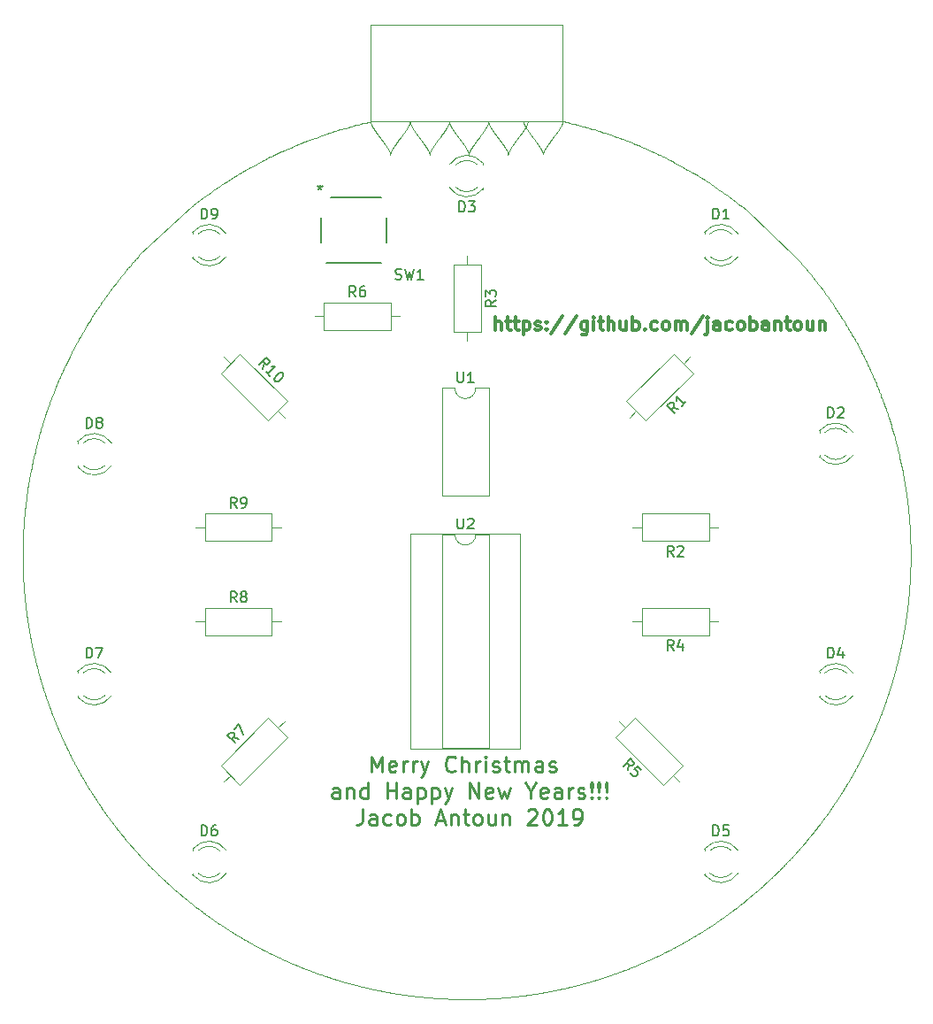
<source format=gbr>
G04 #@! TF.GenerationSoftware,KiCad,Pcbnew,(5.1.0)-1*
G04 #@! TF.CreationDate,2019-11-25T20:58:05-05:00*
G04 #@! TF.ProjectId,Christmas Ornament 2019,43687269-7374-46d6-9173-204f726e616d,rev?*
G04 #@! TF.SameCoordinates,Original*
G04 #@! TF.FileFunction,Legend,Top*
G04 #@! TF.FilePolarity,Positive*
%FSLAX46Y46*%
G04 Gerber Fmt 4.6, Leading zero omitted, Abs format (unit mm)*
G04 Created by KiCad (PCBNEW (5.1.0)-1) date 2019-11-25 20:58:05*
%MOMM*%
%LPD*%
G04 APERTURE LIST*
%ADD10C,0.300000*%
%ADD11C,0.285750*%
%ADD12C,0.080000*%
%ADD13C,0.120000*%
%ADD14C,0.152400*%
%ADD15C,0.150000*%
G04 APERTURE END LIST*
D10*
X110706285Y-67136095D02*
X110706285Y-65836095D01*
X111263428Y-67136095D02*
X111263428Y-66455142D01*
X111201523Y-66331333D01*
X111077714Y-66269428D01*
X110891999Y-66269428D01*
X110768190Y-66331333D01*
X110706285Y-66393238D01*
X111696761Y-66269428D02*
X112191999Y-66269428D01*
X111882476Y-65836095D02*
X111882476Y-66950380D01*
X111944380Y-67074190D01*
X112068190Y-67136095D01*
X112191999Y-67136095D01*
X112439619Y-66269428D02*
X112934857Y-66269428D01*
X112625333Y-65836095D02*
X112625333Y-66950380D01*
X112687238Y-67074190D01*
X112811047Y-67136095D01*
X112934857Y-67136095D01*
X113368190Y-66269428D02*
X113368190Y-67569428D01*
X113368190Y-66331333D02*
X113491999Y-66269428D01*
X113739619Y-66269428D01*
X113863428Y-66331333D01*
X113925333Y-66393238D01*
X113987238Y-66517047D01*
X113987238Y-66888476D01*
X113925333Y-67012285D01*
X113863428Y-67074190D01*
X113739619Y-67136095D01*
X113491999Y-67136095D01*
X113368190Y-67074190D01*
X114482476Y-67074190D02*
X114606285Y-67136095D01*
X114853904Y-67136095D01*
X114977714Y-67074190D01*
X115039619Y-66950380D01*
X115039619Y-66888476D01*
X114977714Y-66764666D01*
X114853904Y-66702761D01*
X114668190Y-66702761D01*
X114544380Y-66640857D01*
X114482476Y-66517047D01*
X114482476Y-66455142D01*
X114544380Y-66331333D01*
X114668190Y-66269428D01*
X114853904Y-66269428D01*
X114977714Y-66331333D01*
X115596761Y-67012285D02*
X115658666Y-67074190D01*
X115596761Y-67136095D01*
X115534857Y-67074190D01*
X115596761Y-67012285D01*
X115596761Y-67136095D01*
X115596761Y-66331333D02*
X115658666Y-66393238D01*
X115596761Y-66455142D01*
X115534857Y-66393238D01*
X115596761Y-66331333D01*
X115596761Y-66455142D01*
X117144380Y-65774190D02*
X116030095Y-67445619D01*
X118506285Y-65774190D02*
X117391999Y-67445619D01*
X119496761Y-66269428D02*
X119496761Y-67321809D01*
X119434857Y-67445619D01*
X119372952Y-67507523D01*
X119249142Y-67569428D01*
X119063428Y-67569428D01*
X118939619Y-67507523D01*
X119496761Y-67074190D02*
X119372952Y-67136095D01*
X119125333Y-67136095D01*
X119001523Y-67074190D01*
X118939619Y-67012285D01*
X118877714Y-66888476D01*
X118877714Y-66517047D01*
X118939619Y-66393238D01*
X119001523Y-66331333D01*
X119125333Y-66269428D01*
X119372952Y-66269428D01*
X119496761Y-66331333D01*
X120115809Y-67136095D02*
X120115809Y-66269428D01*
X120115809Y-65836095D02*
X120053904Y-65898000D01*
X120115809Y-65959904D01*
X120177714Y-65898000D01*
X120115809Y-65836095D01*
X120115809Y-65959904D01*
X120549142Y-66269428D02*
X121044380Y-66269428D01*
X120734857Y-65836095D02*
X120734857Y-66950380D01*
X120796761Y-67074190D01*
X120920571Y-67136095D01*
X121044380Y-67136095D01*
X121477714Y-67136095D02*
X121477714Y-65836095D01*
X122034857Y-67136095D02*
X122034857Y-66455142D01*
X121972952Y-66331333D01*
X121849142Y-66269428D01*
X121663428Y-66269428D01*
X121539619Y-66331333D01*
X121477714Y-66393238D01*
X123211047Y-66269428D02*
X123211047Y-67136095D01*
X122653904Y-66269428D02*
X122653904Y-66950380D01*
X122715809Y-67074190D01*
X122839619Y-67136095D01*
X123025333Y-67136095D01*
X123149142Y-67074190D01*
X123211047Y-67012285D01*
X123830095Y-67136095D02*
X123830095Y-65836095D01*
X123830095Y-66331333D02*
X123953904Y-66269428D01*
X124201523Y-66269428D01*
X124325333Y-66331333D01*
X124387238Y-66393238D01*
X124449142Y-66517047D01*
X124449142Y-66888476D01*
X124387238Y-67012285D01*
X124325333Y-67074190D01*
X124201523Y-67136095D01*
X123953904Y-67136095D01*
X123830095Y-67074190D01*
X125006285Y-67012285D02*
X125068190Y-67074190D01*
X125006285Y-67136095D01*
X124944380Y-67074190D01*
X125006285Y-67012285D01*
X125006285Y-67136095D01*
X126182476Y-67074190D02*
X126058666Y-67136095D01*
X125811047Y-67136095D01*
X125687238Y-67074190D01*
X125625333Y-67012285D01*
X125563428Y-66888476D01*
X125563428Y-66517047D01*
X125625333Y-66393238D01*
X125687238Y-66331333D01*
X125811047Y-66269428D01*
X126058666Y-66269428D01*
X126182476Y-66331333D01*
X126925333Y-67136095D02*
X126801523Y-67074190D01*
X126739619Y-67012285D01*
X126677714Y-66888476D01*
X126677714Y-66517047D01*
X126739619Y-66393238D01*
X126801523Y-66331333D01*
X126925333Y-66269428D01*
X127111047Y-66269428D01*
X127234857Y-66331333D01*
X127296761Y-66393238D01*
X127358666Y-66517047D01*
X127358666Y-66888476D01*
X127296761Y-67012285D01*
X127234857Y-67074190D01*
X127111047Y-67136095D01*
X126925333Y-67136095D01*
X127915809Y-67136095D02*
X127915809Y-66269428D01*
X127915809Y-66393238D02*
X127977714Y-66331333D01*
X128101523Y-66269428D01*
X128287238Y-66269428D01*
X128411047Y-66331333D01*
X128472952Y-66455142D01*
X128472952Y-67136095D01*
X128472952Y-66455142D02*
X128534857Y-66331333D01*
X128658666Y-66269428D01*
X128844380Y-66269428D01*
X128968190Y-66331333D01*
X129030095Y-66455142D01*
X129030095Y-67136095D01*
X130577714Y-65774190D02*
X129463428Y-67445619D01*
X131011047Y-66269428D02*
X131011047Y-67383714D01*
X130949142Y-67507523D01*
X130825333Y-67569428D01*
X130763428Y-67569428D01*
X131011047Y-65836095D02*
X130949142Y-65898000D01*
X131011047Y-65959904D01*
X131072952Y-65898000D01*
X131011047Y-65836095D01*
X131011047Y-65959904D01*
X132187238Y-67136095D02*
X132187238Y-66455142D01*
X132125333Y-66331333D01*
X132001523Y-66269428D01*
X131753904Y-66269428D01*
X131630095Y-66331333D01*
X132187238Y-67074190D02*
X132063428Y-67136095D01*
X131753904Y-67136095D01*
X131630095Y-67074190D01*
X131568190Y-66950380D01*
X131568190Y-66826571D01*
X131630095Y-66702761D01*
X131753904Y-66640857D01*
X132063428Y-66640857D01*
X132187238Y-66578952D01*
X133363428Y-67074190D02*
X133239619Y-67136095D01*
X132992000Y-67136095D01*
X132868190Y-67074190D01*
X132806285Y-67012285D01*
X132744380Y-66888476D01*
X132744380Y-66517047D01*
X132806285Y-66393238D01*
X132868190Y-66331333D01*
X132992000Y-66269428D01*
X133239619Y-66269428D01*
X133363428Y-66331333D01*
X134106285Y-67136095D02*
X133982476Y-67074190D01*
X133920571Y-67012285D01*
X133858666Y-66888476D01*
X133858666Y-66517047D01*
X133920571Y-66393238D01*
X133982476Y-66331333D01*
X134106285Y-66269428D01*
X134292000Y-66269428D01*
X134415809Y-66331333D01*
X134477714Y-66393238D01*
X134539619Y-66517047D01*
X134539619Y-66888476D01*
X134477714Y-67012285D01*
X134415809Y-67074190D01*
X134292000Y-67136095D01*
X134106285Y-67136095D01*
X135096761Y-67136095D02*
X135096761Y-65836095D01*
X135096761Y-66331333D02*
X135220571Y-66269428D01*
X135468190Y-66269428D01*
X135592000Y-66331333D01*
X135653904Y-66393238D01*
X135715809Y-66517047D01*
X135715809Y-66888476D01*
X135653904Y-67012285D01*
X135592000Y-67074190D01*
X135468190Y-67136095D01*
X135220571Y-67136095D01*
X135096761Y-67074190D01*
X136830095Y-67136095D02*
X136830095Y-66455142D01*
X136768190Y-66331333D01*
X136644380Y-66269428D01*
X136396761Y-66269428D01*
X136272952Y-66331333D01*
X136830095Y-67074190D02*
X136706285Y-67136095D01*
X136396761Y-67136095D01*
X136272952Y-67074190D01*
X136211047Y-66950380D01*
X136211047Y-66826571D01*
X136272952Y-66702761D01*
X136396761Y-66640857D01*
X136706285Y-66640857D01*
X136830095Y-66578952D01*
X137449142Y-66269428D02*
X137449142Y-67136095D01*
X137449142Y-66393238D02*
X137511047Y-66331333D01*
X137634857Y-66269428D01*
X137820571Y-66269428D01*
X137944380Y-66331333D01*
X138006285Y-66455142D01*
X138006285Y-67136095D01*
X138439619Y-66269428D02*
X138934857Y-66269428D01*
X138625333Y-65836095D02*
X138625333Y-66950380D01*
X138687238Y-67074190D01*
X138811047Y-67136095D01*
X138934857Y-67136095D01*
X139553904Y-67136095D02*
X139430095Y-67074190D01*
X139368190Y-67012285D01*
X139306285Y-66888476D01*
X139306285Y-66517047D01*
X139368190Y-66393238D01*
X139430095Y-66331333D01*
X139553904Y-66269428D01*
X139739619Y-66269428D01*
X139863428Y-66331333D01*
X139925333Y-66393238D01*
X139987238Y-66517047D01*
X139987238Y-66888476D01*
X139925333Y-67012285D01*
X139863428Y-67074190D01*
X139739619Y-67136095D01*
X139553904Y-67136095D01*
X141101523Y-66269428D02*
X141101523Y-67136095D01*
X140544380Y-66269428D02*
X140544380Y-66950380D01*
X140606285Y-67074190D01*
X140730095Y-67136095D01*
X140915809Y-67136095D01*
X141039619Y-67074190D01*
X141101523Y-67012285D01*
X141720571Y-66269428D02*
X141720571Y-67136095D01*
X141720571Y-66393238D02*
X141782476Y-66331333D01*
X141906285Y-66269428D01*
X142092000Y-66269428D01*
X142215809Y-66331333D01*
X142277714Y-66455142D01*
X142277714Y-67136095D01*
D11*
X98846857Y-109394821D02*
X98846857Y-107894821D01*
X99346857Y-108966250D01*
X99846857Y-107894821D01*
X99846857Y-109394821D01*
X101132571Y-109323392D02*
X100989714Y-109394821D01*
X100704000Y-109394821D01*
X100561142Y-109323392D01*
X100489714Y-109180535D01*
X100489714Y-108609107D01*
X100561142Y-108466250D01*
X100704000Y-108394821D01*
X100989714Y-108394821D01*
X101132571Y-108466250D01*
X101204000Y-108609107D01*
X101204000Y-108751964D01*
X100489714Y-108894821D01*
X101846857Y-109394821D02*
X101846857Y-108394821D01*
X101846857Y-108680535D02*
X101918285Y-108537678D01*
X101989714Y-108466250D01*
X102132571Y-108394821D01*
X102275428Y-108394821D01*
X102775428Y-109394821D02*
X102775428Y-108394821D01*
X102775428Y-108680535D02*
X102846857Y-108537678D01*
X102918285Y-108466250D01*
X103061142Y-108394821D01*
X103204000Y-108394821D01*
X103561142Y-108394821D02*
X103918285Y-109394821D01*
X104275428Y-108394821D02*
X103918285Y-109394821D01*
X103775428Y-109751964D01*
X103704000Y-109823392D01*
X103561142Y-109894821D01*
X106846857Y-109251964D02*
X106775428Y-109323392D01*
X106561142Y-109394821D01*
X106418285Y-109394821D01*
X106204000Y-109323392D01*
X106061142Y-109180535D01*
X105989714Y-109037678D01*
X105918285Y-108751964D01*
X105918285Y-108537678D01*
X105989714Y-108251964D01*
X106061142Y-108109107D01*
X106204000Y-107966250D01*
X106418285Y-107894821D01*
X106561142Y-107894821D01*
X106775428Y-107966250D01*
X106846857Y-108037678D01*
X107489714Y-109394821D02*
X107489714Y-107894821D01*
X108132571Y-109394821D02*
X108132571Y-108609107D01*
X108061142Y-108466250D01*
X107918285Y-108394821D01*
X107704000Y-108394821D01*
X107561142Y-108466250D01*
X107489714Y-108537678D01*
X108846857Y-109394821D02*
X108846857Y-108394821D01*
X108846857Y-108680535D02*
X108918285Y-108537678D01*
X108989714Y-108466250D01*
X109132571Y-108394821D01*
X109275428Y-108394821D01*
X109775428Y-109394821D02*
X109775428Y-108394821D01*
X109775428Y-107894821D02*
X109704000Y-107966250D01*
X109775428Y-108037678D01*
X109846857Y-107966250D01*
X109775428Y-107894821D01*
X109775428Y-108037678D01*
X110418285Y-109323392D02*
X110561142Y-109394821D01*
X110846857Y-109394821D01*
X110989714Y-109323392D01*
X111061142Y-109180535D01*
X111061142Y-109109107D01*
X110989714Y-108966250D01*
X110846857Y-108894821D01*
X110632571Y-108894821D01*
X110489714Y-108823392D01*
X110418285Y-108680535D01*
X110418285Y-108609107D01*
X110489714Y-108466250D01*
X110632571Y-108394821D01*
X110846857Y-108394821D01*
X110989714Y-108466250D01*
X111489714Y-108394821D02*
X112061142Y-108394821D01*
X111704000Y-107894821D02*
X111704000Y-109180535D01*
X111775428Y-109323392D01*
X111918285Y-109394821D01*
X112061142Y-109394821D01*
X112561142Y-109394821D02*
X112561142Y-108394821D01*
X112561142Y-108537678D02*
X112632571Y-108466250D01*
X112775428Y-108394821D01*
X112989714Y-108394821D01*
X113132571Y-108466250D01*
X113204000Y-108609107D01*
X113204000Y-109394821D01*
X113204000Y-108609107D02*
X113275428Y-108466250D01*
X113418285Y-108394821D01*
X113632571Y-108394821D01*
X113775428Y-108466250D01*
X113846857Y-108609107D01*
X113846857Y-109394821D01*
X115204000Y-109394821D02*
X115204000Y-108609107D01*
X115132571Y-108466250D01*
X114989714Y-108394821D01*
X114704000Y-108394821D01*
X114561142Y-108466250D01*
X115204000Y-109323392D02*
X115061142Y-109394821D01*
X114704000Y-109394821D01*
X114561142Y-109323392D01*
X114489714Y-109180535D01*
X114489714Y-109037678D01*
X114561142Y-108894821D01*
X114704000Y-108823392D01*
X115061142Y-108823392D01*
X115204000Y-108751964D01*
X115846857Y-109323392D02*
X115989714Y-109394821D01*
X116275428Y-109394821D01*
X116418285Y-109323392D01*
X116489714Y-109180535D01*
X116489714Y-109109107D01*
X116418285Y-108966250D01*
X116275428Y-108894821D01*
X116061142Y-108894821D01*
X115918285Y-108823392D01*
X115846857Y-108680535D01*
X115846857Y-108609107D01*
X115918285Y-108466250D01*
X116061142Y-108394821D01*
X116275428Y-108394821D01*
X116418285Y-108466250D01*
X95739714Y-111930571D02*
X95739714Y-111144857D01*
X95668285Y-111002000D01*
X95525428Y-110930571D01*
X95239714Y-110930571D01*
X95096857Y-111002000D01*
X95739714Y-111859142D02*
X95596857Y-111930571D01*
X95239714Y-111930571D01*
X95096857Y-111859142D01*
X95025428Y-111716285D01*
X95025428Y-111573428D01*
X95096857Y-111430571D01*
X95239714Y-111359142D01*
X95596857Y-111359142D01*
X95739714Y-111287714D01*
X96454000Y-110930571D02*
X96454000Y-111930571D01*
X96454000Y-111073428D02*
X96525428Y-111002000D01*
X96668285Y-110930571D01*
X96882571Y-110930571D01*
X97025428Y-111002000D01*
X97096857Y-111144857D01*
X97096857Y-111930571D01*
X98454000Y-111930571D02*
X98454000Y-110430571D01*
X98454000Y-111859142D02*
X98311142Y-111930571D01*
X98025428Y-111930571D01*
X97882571Y-111859142D01*
X97811142Y-111787714D01*
X97739714Y-111644857D01*
X97739714Y-111216285D01*
X97811142Y-111073428D01*
X97882571Y-111002000D01*
X98025428Y-110930571D01*
X98311142Y-110930571D01*
X98454000Y-111002000D01*
X100311142Y-111930571D02*
X100311142Y-110430571D01*
X100311142Y-111144857D02*
X101168285Y-111144857D01*
X101168285Y-111930571D02*
X101168285Y-110430571D01*
X102525428Y-111930571D02*
X102525428Y-111144857D01*
X102454000Y-111002000D01*
X102311142Y-110930571D01*
X102025428Y-110930571D01*
X101882571Y-111002000D01*
X102525428Y-111859142D02*
X102382571Y-111930571D01*
X102025428Y-111930571D01*
X101882571Y-111859142D01*
X101811142Y-111716285D01*
X101811142Y-111573428D01*
X101882571Y-111430571D01*
X102025428Y-111359142D01*
X102382571Y-111359142D01*
X102525428Y-111287714D01*
X103239714Y-110930571D02*
X103239714Y-112430571D01*
X103239714Y-111002000D02*
X103382571Y-110930571D01*
X103668285Y-110930571D01*
X103811142Y-111002000D01*
X103882571Y-111073428D01*
X103954000Y-111216285D01*
X103954000Y-111644857D01*
X103882571Y-111787714D01*
X103811142Y-111859142D01*
X103668285Y-111930571D01*
X103382571Y-111930571D01*
X103239714Y-111859142D01*
X104596857Y-110930571D02*
X104596857Y-112430571D01*
X104596857Y-111002000D02*
X104739714Y-110930571D01*
X105025428Y-110930571D01*
X105168285Y-111002000D01*
X105239714Y-111073428D01*
X105311142Y-111216285D01*
X105311142Y-111644857D01*
X105239714Y-111787714D01*
X105168285Y-111859142D01*
X105025428Y-111930571D01*
X104739714Y-111930571D01*
X104596857Y-111859142D01*
X105811142Y-110930571D02*
X106168285Y-111930571D01*
X106525428Y-110930571D02*
X106168285Y-111930571D01*
X106025428Y-112287714D01*
X105954000Y-112359142D01*
X105811142Y-112430571D01*
X108239714Y-111930571D02*
X108239714Y-110430571D01*
X109096857Y-111930571D01*
X109096857Y-110430571D01*
X110382571Y-111859142D02*
X110239714Y-111930571D01*
X109954000Y-111930571D01*
X109811142Y-111859142D01*
X109739714Y-111716285D01*
X109739714Y-111144857D01*
X109811142Y-111002000D01*
X109954000Y-110930571D01*
X110239714Y-110930571D01*
X110382571Y-111002000D01*
X110454000Y-111144857D01*
X110454000Y-111287714D01*
X109739714Y-111430571D01*
X110954000Y-110930571D02*
X111239714Y-111930571D01*
X111525428Y-111216285D01*
X111811142Y-111930571D01*
X112096857Y-110930571D01*
X114096857Y-111216285D02*
X114096857Y-111930571D01*
X113596857Y-110430571D02*
X114096857Y-111216285D01*
X114596857Y-110430571D01*
X115668285Y-111859142D02*
X115525428Y-111930571D01*
X115239714Y-111930571D01*
X115096857Y-111859142D01*
X115025428Y-111716285D01*
X115025428Y-111144857D01*
X115096857Y-111002000D01*
X115239714Y-110930571D01*
X115525428Y-110930571D01*
X115668285Y-111002000D01*
X115739714Y-111144857D01*
X115739714Y-111287714D01*
X115025428Y-111430571D01*
X117025428Y-111930571D02*
X117025428Y-111144857D01*
X116954000Y-111002000D01*
X116811142Y-110930571D01*
X116525428Y-110930571D01*
X116382571Y-111002000D01*
X117025428Y-111859142D02*
X116882571Y-111930571D01*
X116525428Y-111930571D01*
X116382571Y-111859142D01*
X116311142Y-111716285D01*
X116311142Y-111573428D01*
X116382571Y-111430571D01*
X116525428Y-111359142D01*
X116882571Y-111359142D01*
X117025428Y-111287714D01*
X117739714Y-111930571D02*
X117739714Y-110930571D01*
X117739714Y-111216285D02*
X117811142Y-111073428D01*
X117882571Y-111002000D01*
X118025428Y-110930571D01*
X118168285Y-110930571D01*
X118596857Y-111859142D02*
X118739714Y-111930571D01*
X119025428Y-111930571D01*
X119168285Y-111859142D01*
X119239714Y-111716285D01*
X119239714Y-111644857D01*
X119168285Y-111502000D01*
X119025428Y-111430571D01*
X118811142Y-111430571D01*
X118668285Y-111359142D01*
X118596857Y-111216285D01*
X118596857Y-111144857D01*
X118668285Y-111002000D01*
X118811142Y-110930571D01*
X119025428Y-110930571D01*
X119168285Y-111002000D01*
X119882571Y-111787714D02*
X119954000Y-111859142D01*
X119882571Y-111930571D01*
X119811142Y-111859142D01*
X119882571Y-111787714D01*
X119882571Y-111930571D01*
X119882571Y-111359142D02*
X119811142Y-110502000D01*
X119882571Y-110430571D01*
X119954000Y-110502000D01*
X119882571Y-111359142D01*
X119882571Y-110430571D01*
X120596857Y-111787714D02*
X120668285Y-111859142D01*
X120596857Y-111930571D01*
X120525428Y-111859142D01*
X120596857Y-111787714D01*
X120596857Y-111930571D01*
X120596857Y-111359142D02*
X120525428Y-110502000D01*
X120596857Y-110430571D01*
X120668285Y-110502000D01*
X120596857Y-111359142D01*
X120596857Y-110430571D01*
X121311142Y-111787714D02*
X121382571Y-111859142D01*
X121311142Y-111930571D01*
X121239714Y-111859142D01*
X121311142Y-111787714D01*
X121311142Y-111930571D01*
X121311142Y-111359142D02*
X121239714Y-110502000D01*
X121311142Y-110430571D01*
X121382571Y-110502000D01*
X121311142Y-111359142D01*
X121311142Y-110430571D01*
X97954000Y-112966321D02*
X97954000Y-114037750D01*
X97882571Y-114252035D01*
X97739714Y-114394892D01*
X97525428Y-114466321D01*
X97382571Y-114466321D01*
X99311142Y-114466321D02*
X99311142Y-113680607D01*
X99239714Y-113537750D01*
X99096857Y-113466321D01*
X98811142Y-113466321D01*
X98668285Y-113537750D01*
X99311142Y-114394892D02*
X99168285Y-114466321D01*
X98811142Y-114466321D01*
X98668285Y-114394892D01*
X98596857Y-114252035D01*
X98596857Y-114109178D01*
X98668285Y-113966321D01*
X98811142Y-113894892D01*
X99168285Y-113894892D01*
X99311142Y-113823464D01*
X100668285Y-114394892D02*
X100525428Y-114466321D01*
X100239714Y-114466321D01*
X100096857Y-114394892D01*
X100025428Y-114323464D01*
X99954000Y-114180607D01*
X99954000Y-113752035D01*
X100025428Y-113609178D01*
X100096857Y-113537750D01*
X100239714Y-113466321D01*
X100525428Y-113466321D01*
X100668285Y-113537750D01*
X101525428Y-114466321D02*
X101382571Y-114394892D01*
X101311142Y-114323464D01*
X101239714Y-114180607D01*
X101239714Y-113752035D01*
X101311142Y-113609178D01*
X101382571Y-113537750D01*
X101525428Y-113466321D01*
X101739714Y-113466321D01*
X101882571Y-113537750D01*
X101954000Y-113609178D01*
X102025428Y-113752035D01*
X102025428Y-114180607D01*
X101954000Y-114323464D01*
X101882571Y-114394892D01*
X101739714Y-114466321D01*
X101525428Y-114466321D01*
X102668285Y-114466321D02*
X102668285Y-112966321D01*
X102668285Y-113537750D02*
X102811142Y-113466321D01*
X103096857Y-113466321D01*
X103239714Y-113537750D01*
X103311142Y-113609178D01*
X103382571Y-113752035D01*
X103382571Y-114180607D01*
X103311142Y-114323464D01*
X103239714Y-114394892D01*
X103096857Y-114466321D01*
X102811142Y-114466321D01*
X102668285Y-114394892D01*
X105096857Y-114037750D02*
X105811142Y-114037750D01*
X104954000Y-114466321D02*
X105454000Y-112966321D01*
X105954000Y-114466321D01*
X106454000Y-113466321D02*
X106454000Y-114466321D01*
X106454000Y-113609178D02*
X106525428Y-113537750D01*
X106668285Y-113466321D01*
X106882571Y-113466321D01*
X107025428Y-113537750D01*
X107096857Y-113680607D01*
X107096857Y-114466321D01*
X107596857Y-113466321D02*
X108168285Y-113466321D01*
X107811142Y-112966321D02*
X107811142Y-114252035D01*
X107882571Y-114394892D01*
X108025428Y-114466321D01*
X108168285Y-114466321D01*
X108882571Y-114466321D02*
X108739714Y-114394892D01*
X108668285Y-114323464D01*
X108596857Y-114180607D01*
X108596857Y-113752035D01*
X108668285Y-113609178D01*
X108739714Y-113537750D01*
X108882571Y-113466321D01*
X109096857Y-113466321D01*
X109239714Y-113537750D01*
X109311142Y-113609178D01*
X109382571Y-113752035D01*
X109382571Y-114180607D01*
X109311142Y-114323464D01*
X109239714Y-114394892D01*
X109096857Y-114466321D01*
X108882571Y-114466321D01*
X110668285Y-113466321D02*
X110668285Y-114466321D01*
X110025428Y-113466321D02*
X110025428Y-114252035D01*
X110096857Y-114394892D01*
X110239714Y-114466321D01*
X110454000Y-114466321D01*
X110596857Y-114394892D01*
X110668285Y-114323464D01*
X111382571Y-113466321D02*
X111382571Y-114466321D01*
X111382571Y-113609178D02*
X111454000Y-113537750D01*
X111596857Y-113466321D01*
X111811142Y-113466321D01*
X111954000Y-113537750D01*
X112025428Y-113680607D01*
X112025428Y-114466321D01*
X113811142Y-113109178D02*
X113882571Y-113037750D01*
X114025428Y-112966321D01*
X114382571Y-112966321D01*
X114525428Y-113037750D01*
X114596857Y-113109178D01*
X114668285Y-113252035D01*
X114668285Y-113394892D01*
X114596857Y-113609178D01*
X113739714Y-114466321D01*
X114668285Y-114466321D01*
X115596857Y-112966321D02*
X115739714Y-112966321D01*
X115882571Y-113037750D01*
X115954000Y-113109178D01*
X116025428Y-113252035D01*
X116096857Y-113537750D01*
X116096857Y-113894892D01*
X116025428Y-114180607D01*
X115954000Y-114323464D01*
X115882571Y-114394892D01*
X115739714Y-114466321D01*
X115596857Y-114466321D01*
X115454000Y-114394892D01*
X115382571Y-114323464D01*
X115311142Y-114180607D01*
X115239714Y-113894892D01*
X115239714Y-113537750D01*
X115311142Y-113252035D01*
X115382571Y-113109178D01*
X115454000Y-113037750D01*
X115596857Y-112966321D01*
X117525428Y-114466321D02*
X116668285Y-114466321D01*
X117096857Y-114466321D02*
X117096857Y-112966321D01*
X116954000Y-113180607D01*
X116811142Y-113323464D01*
X116668285Y-113394892D01*
X118239714Y-114466321D02*
X118525428Y-114466321D01*
X118668285Y-114394892D01*
X118739714Y-114323464D01*
X118882571Y-114109178D01*
X118954000Y-113823464D01*
X118954000Y-113252035D01*
X118882571Y-113109178D01*
X118811142Y-113037750D01*
X118668285Y-112966321D01*
X118382571Y-112966321D01*
X118239714Y-113037750D01*
X118168285Y-113109178D01*
X118096857Y-113252035D01*
X118096857Y-113609178D01*
X118168285Y-113752035D01*
X118239714Y-113823464D01*
X118382571Y-113894892D01*
X118668285Y-113894892D01*
X118811142Y-113823464D01*
X118882571Y-113752035D01*
X118954000Y-113609178D01*
D12*
X137994307Y-118681133D02*
X138038058Y-118637314D01*
X138038058Y-118637314D02*
X138102100Y-118572945D01*
X138102100Y-118572945D02*
X138148581Y-118526056D01*
X138148581Y-118526056D02*
X138194984Y-118479101D01*
X138194984Y-118479101D02*
X138241305Y-118432082D01*
X138241305Y-118432082D02*
X138310637Y-118361433D01*
X138310637Y-118361433D02*
X138350999Y-118320155D01*
X138350999Y-118320155D02*
X138391297Y-118278827D01*
X138391297Y-118278827D02*
X138448760Y-118219701D01*
X138448760Y-118219701D02*
X138494641Y-118172329D01*
X138494641Y-118172329D02*
X138534721Y-118130826D01*
X138534721Y-118130826D02*
X138574739Y-118089275D01*
X138574739Y-118089275D02*
X138620398Y-118041727D01*
X138620398Y-118041727D02*
X138660283Y-118000072D01*
X138660283Y-118000072D02*
X138722837Y-117934514D01*
X138722837Y-117934514D02*
X138779571Y-117874812D01*
X138779571Y-117874812D02*
X138836179Y-117815011D01*
X138836179Y-117815011D02*
X138903941Y-117743120D01*
X138903941Y-117743120D02*
X138960270Y-117683103D01*
X138960270Y-117683103D02*
X139016473Y-117622988D01*
X139016473Y-117622988D02*
X139083752Y-117550721D01*
X139083752Y-117550721D02*
X139128502Y-117502464D01*
X139128502Y-117502464D02*
X139167592Y-117460188D01*
X139167592Y-117460188D02*
X139206620Y-117417864D01*
X139206620Y-117417864D02*
X139256709Y-117363380D01*
X139256709Y-117363380D02*
X139306693Y-117308815D01*
X139306693Y-117308815D02*
X139345499Y-117266324D01*
X139345499Y-117266324D02*
X139384243Y-117223784D01*
X139384243Y-117223784D02*
X139422925Y-117181197D01*
X139422925Y-117181197D02*
X139461545Y-117138563D01*
X139461545Y-117138563D02*
X139500101Y-117095880D01*
X139500101Y-117095880D02*
X139538597Y-117053153D01*
X139538597Y-117053153D02*
X139577029Y-117010376D01*
X139577029Y-117010376D02*
X139620877Y-116961432D01*
X139620877Y-116961432D02*
X139675568Y-116900165D01*
X139675568Y-116900165D02*
X139730134Y-116838804D01*
X139730134Y-116838804D02*
X139773695Y-116789645D01*
X139773695Y-116789645D02*
X139817174Y-116740428D01*
X139817174Y-116740428D02*
X139876823Y-116672653D01*
X139876823Y-116672653D02*
X139920108Y-116623290D01*
X139920108Y-116623290D02*
X139984883Y-116549132D01*
X139984883Y-116549132D02*
X140027962Y-116499617D01*
X140027962Y-116499617D02*
X140070961Y-116450044D01*
X140070961Y-116450044D02*
X140113877Y-116400411D01*
X140113877Y-116400411D02*
X140156712Y-116350717D01*
X140156712Y-116350717D02*
X140194125Y-116307185D01*
X140194125Y-116307185D02*
X140236804Y-116257380D01*
X140236804Y-116257380D02*
X140279403Y-116207514D01*
X140279403Y-116207514D02*
X140321919Y-116157589D01*
X140321919Y-116157589D02*
X140359054Y-116113856D01*
X140359054Y-116113856D02*
X140396125Y-116070076D01*
X140396125Y-116070076D02*
X140433132Y-116026252D01*
X140433132Y-116026252D02*
X140470077Y-115982384D01*
X140470077Y-115982384D02*
X140517485Y-115925913D01*
X140517485Y-115925913D02*
X140554284Y-115881940D01*
X140554284Y-115881940D02*
X140606748Y-115819045D01*
X140606748Y-115819045D02*
X140648627Y-115768662D01*
X140648627Y-115768662D02*
X140690421Y-115718220D01*
X140690421Y-115718220D02*
X140726923Y-115674034D01*
X140726923Y-115674034D02*
X140768563Y-115623484D01*
X140768563Y-115623484D02*
X140810121Y-115572875D01*
X140810121Y-115572875D02*
X140851594Y-115522206D01*
X140851594Y-115522206D02*
X140887816Y-115477823D01*
X140887816Y-115477823D02*
X140929134Y-115427046D01*
X140929134Y-115427046D02*
X140975520Y-115369853D01*
X140975520Y-115369853D02*
X141016663Y-115318953D01*
X141016663Y-115318953D02*
X141057722Y-115267995D01*
X141057722Y-115267995D02*
X141093581Y-115223360D01*
X141093581Y-115223360D02*
X141129377Y-115178681D01*
X141129377Y-115178681D02*
X141170208Y-115127566D01*
X141170208Y-115127566D02*
X141205866Y-115082792D01*
X141205866Y-115082792D02*
X141241461Y-115037975D01*
X141241461Y-115037975D02*
X141276994Y-114993114D01*
X141276994Y-114993114D02*
X141317524Y-114941792D01*
X141317524Y-114941792D02*
X141352919Y-114896838D01*
X141352919Y-114896838D02*
X141388251Y-114851840D01*
X141388251Y-114851840D02*
X141423519Y-114806799D01*
X141423519Y-114806799D02*
X141458722Y-114761715D01*
X141458722Y-114761715D02*
X141498878Y-114710136D01*
X141498878Y-114710136D02*
X141533944Y-114664959D01*
X141533944Y-114664959D02*
X141568946Y-114619739D01*
X141568946Y-114619739D02*
X141603884Y-114574475D01*
X141603884Y-114574475D02*
X141643736Y-114522693D01*
X141643736Y-114522693D02*
X141678538Y-114477338D01*
X141678538Y-114477338D02*
X141713276Y-114431941D01*
X141713276Y-114431941D02*
X141747950Y-114386500D01*
X141747950Y-114386500D02*
X141782559Y-114341016D01*
X141782559Y-114341016D02*
X141817103Y-114295489D01*
X141817103Y-114295489D02*
X141851584Y-114249920D01*
X141851584Y-114249920D02*
X141905639Y-114178227D01*
X141905639Y-114178227D02*
X141944852Y-114126021D01*
X141944852Y-114126021D02*
X142003512Y-114047606D01*
X142003512Y-114047606D02*
X142042515Y-113995262D01*
X142042515Y-113995262D02*
X142081435Y-113942863D01*
X142081435Y-113942863D02*
X142129964Y-113877286D01*
X142129964Y-113877286D02*
X142168692Y-113824763D01*
X142168692Y-113824763D02*
X142212161Y-113765610D01*
X142212161Y-113765610D02*
X142255525Y-113706389D01*
X142255525Y-113706389D02*
X142293978Y-113653689D01*
X142293978Y-113653689D02*
X142351504Y-113574536D01*
X142351504Y-113574536D02*
X142394522Y-113515093D01*
X142394522Y-113515093D02*
X142437434Y-113455580D01*
X142437434Y-113455580D02*
X142475487Y-113402623D01*
X142475487Y-113402623D02*
X142537143Y-113316453D01*
X142537143Y-113316453D02*
X142589141Y-113243430D01*
X142589141Y-113243430D02*
X142645682Y-113163654D01*
X142645682Y-113163654D02*
X142702032Y-113083758D01*
X142702032Y-113083758D02*
X142739492Y-113030426D01*
X142739492Y-113030426D02*
X142786199Y-112963689D01*
X142786199Y-112963689D02*
X142828121Y-112903553D01*
X142828121Y-112903553D02*
X142874575Y-112836658D01*
X142874575Y-112836658D02*
X142925520Y-112762978D01*
X142925520Y-112762978D02*
X142976306Y-112689201D01*
X142976306Y-112689201D02*
X143013141Y-112635482D01*
X143013141Y-112635482D02*
X143054474Y-112574984D01*
X143054474Y-112574984D02*
X143091128Y-112521153D01*
X143091128Y-112521153D02*
X143141384Y-112447051D01*
X143141384Y-112447051D02*
X143191480Y-112372852D01*
X143191480Y-112372852D02*
X143245946Y-112291795D01*
X143245946Y-112291795D02*
X143291188Y-112224160D01*
X143291188Y-112224160D02*
X143336296Y-112156444D01*
X143336296Y-112156444D02*
X143376777Y-112095430D01*
X143376777Y-112095430D02*
X143417151Y-112034350D01*
X143417151Y-112034350D02*
X143452948Y-111980005D01*
X143452948Y-111980005D02*
X143493115Y-111918805D01*
X143493115Y-111918805D02*
X143528730Y-111864352D01*
X143528730Y-111864352D02*
X143568695Y-111803030D01*
X143568695Y-111803030D02*
X143608550Y-111741644D01*
X143608550Y-111741644D02*
X143657114Y-111666532D01*
X143657114Y-111666532D02*
X143709906Y-111584481D01*
X143709906Y-111584481D02*
X143753753Y-111516019D01*
X143753753Y-111516019D02*
X143806191Y-111433762D01*
X143806191Y-111433762D02*
X143845392Y-111371995D01*
X143845392Y-111371995D02*
X143880147Y-111317041D01*
X143880147Y-111317041D02*
X143914813Y-111262034D01*
X143914813Y-111262034D02*
X143962339Y-111186320D01*
X143962339Y-111186320D02*
X144001104Y-111124303D01*
X144001104Y-111124303D02*
X144035468Y-111069123D01*
X144035468Y-111069123D02*
X144074026Y-111006989D01*
X144074026Y-111006989D02*
X144112473Y-110944791D01*
X144112473Y-110944791D02*
X144146559Y-110889454D01*
X144146559Y-110889454D02*
X144184798Y-110827137D01*
X144184798Y-110827137D02*
X144222930Y-110764763D01*
X144222930Y-110764763D02*
X144260951Y-110702325D01*
X144260951Y-110702325D02*
X144294655Y-110646773D01*
X144294655Y-110646773D02*
X144328273Y-110591173D01*
X144328273Y-110591173D02*
X144361804Y-110535526D01*
X144361804Y-110535526D02*
X144399422Y-110472867D01*
X144399422Y-110472867D02*
X144432768Y-110417115D01*
X144432768Y-110417115D02*
X144474328Y-110347360D01*
X144474328Y-110347360D02*
X144507477Y-110291501D01*
X144507477Y-110291501D02*
X144552917Y-110214619D01*
X144552917Y-110214619D02*
X144589972Y-110151649D01*
X144589972Y-110151649D02*
X144626916Y-110088617D01*
X144626916Y-110088617D02*
X144667837Y-110018514D01*
X144667837Y-110018514D02*
X144698437Y-109965887D01*
X144698437Y-109965887D02*
X144728960Y-109913218D01*
X144728960Y-109913218D02*
X144765486Y-109849963D01*
X144765486Y-109849963D02*
X144805943Y-109779609D01*
X144805943Y-109779609D02*
X144842236Y-109716226D01*
X144842236Y-109716226D02*
X144878417Y-109652786D01*
X144878417Y-109652786D02*
X144914489Y-109589288D01*
X144914489Y-109589288D02*
X144950450Y-109525732D01*
X144950450Y-109525732D02*
X144990275Y-109455041D01*
X144990275Y-109455041D02*
X145029963Y-109384282D01*
X145029963Y-109384282D02*
X145061616Y-109327622D01*
X145061616Y-109327622D02*
X145101056Y-109256732D01*
X145101056Y-109256732D02*
X145136436Y-109192870D01*
X145136436Y-109192870D02*
X145171705Y-109128953D01*
X145171705Y-109128953D02*
X145206862Y-109064975D01*
X145206862Y-109064975D02*
X145241907Y-109000940D01*
X145241907Y-109000940D02*
X145276841Y-108936848D01*
X145276841Y-108936848D02*
X145311665Y-108872701D01*
X145311665Y-108872701D02*
X145346375Y-108808494D01*
X145346375Y-108808494D02*
X145380975Y-108744231D01*
X145380975Y-108744231D02*
X145409722Y-108690637D01*
X145409722Y-108690637D02*
X145446022Y-108622693D01*
X145446022Y-108622693D02*
X145476496Y-108565427D01*
X145476496Y-108565427D02*
X145510672Y-108500952D01*
X145510672Y-108500952D02*
X145544735Y-108436420D01*
X145544735Y-108436420D02*
X145578687Y-108371830D01*
X145578687Y-108371830D02*
X145612527Y-108307187D01*
X145612527Y-108307187D02*
X145642514Y-108249679D01*
X145642514Y-108249679D02*
X145672412Y-108192128D01*
X145672412Y-108192128D02*
X145705939Y-108127330D01*
X145705939Y-108127330D02*
X145735647Y-108069685D01*
X145735647Y-108069685D02*
X145768963Y-108004782D01*
X145768963Y-108004782D02*
X145798484Y-107947046D01*
X145798484Y-107947046D02*
X145831586Y-107882039D01*
X145831586Y-107882039D02*
X145860917Y-107824210D01*
X145860917Y-107824210D02*
X145890158Y-107766338D01*
X145890158Y-107766338D02*
X145922950Y-107701181D01*
X145922950Y-107701181D02*
X145955626Y-107635969D01*
X145955626Y-107635969D02*
X145984578Y-107577958D01*
X145984578Y-107577958D02*
X146013441Y-107519903D01*
X146013441Y-107519903D02*
X146042215Y-107461806D01*
X146042215Y-107461806D02*
X146070898Y-107403667D01*
X146070898Y-107403667D02*
X146099493Y-107345486D01*
X146099493Y-107345486D02*
X146127999Y-107287263D01*
X146127999Y-107287263D02*
X146156415Y-107228998D01*
X146156415Y-107228998D02*
X146188276Y-107163398D01*
X146188276Y-107163398D02*
X146220024Y-107097746D01*
X146220024Y-107097746D02*
X146248150Y-107039345D01*
X146248150Y-107039345D02*
X146276185Y-106980902D01*
X146276185Y-106980902D02*
X146304130Y-106922417D01*
X146304130Y-106922417D02*
X146342410Y-106841934D01*
X146342410Y-106841934D02*
X146370143Y-106783353D01*
X146370143Y-106783353D02*
X146397786Y-106724727D01*
X146397786Y-106724727D02*
X146427058Y-106662393D01*
X146427058Y-106662393D02*
X146452801Y-106607355D01*
X146452801Y-106607355D02*
X146481881Y-106544935D01*
X146481881Y-106544935D02*
X146507456Y-106489819D01*
X146507456Y-106489819D02*
X146541432Y-106416277D01*
X146541432Y-106416277D02*
X146571891Y-106350036D01*
X146571891Y-106350036D02*
X146605603Y-106276373D01*
X146605603Y-106276373D02*
X146635819Y-106210023D01*
X146635819Y-106210023D02*
X146664255Y-106147313D01*
X146664255Y-106147313D02*
X146689259Y-106091943D01*
X146689259Y-106091943D02*
X146719159Y-106025452D01*
X146719159Y-106025452D02*
X146745642Y-105966308D01*
X146745642Y-105966308D02*
X146772034Y-105907124D01*
X146772034Y-105907124D02*
X146798337Y-105847901D01*
X146798337Y-105847901D02*
X146824547Y-105788636D01*
X146824547Y-105788636D02*
X146857183Y-105714499D01*
X146857183Y-105714499D02*
X146883190Y-105655148D01*
X146883190Y-105655148D02*
X146918802Y-105573475D01*
X146918802Y-105573475D02*
X146944595Y-105514030D01*
X146944595Y-105514030D02*
X146970296Y-105454546D01*
X146970296Y-105454546D02*
X146995906Y-105395024D01*
X146995906Y-105395024D02*
X147024608Y-105328014D01*
X147024608Y-105328014D02*
X147050026Y-105268409D01*
X147050026Y-105268409D02*
X147084825Y-105186389D01*
X147084825Y-105186389D02*
X147119454Y-105104299D01*
X147119454Y-105104299D02*
X147144530Y-105044550D01*
X147144530Y-105044550D02*
X147175747Y-104969811D01*
X147175747Y-104969811D02*
X147206823Y-104895016D01*
X147206823Y-104895016D02*
X147231579Y-104835133D01*
X147231579Y-104835133D02*
X147256245Y-104775213D01*
X147256245Y-104775213D02*
X147283882Y-104707759D01*
X147283882Y-104707759D02*
X147309881Y-104644010D01*
X147309881Y-104644010D02*
X147335774Y-104580216D01*
X147335774Y-104580216D02*
X147363079Y-104512627D01*
X147363079Y-104512627D02*
X147393284Y-104437472D01*
X147393284Y-104437472D02*
X147423343Y-104362259D01*
X147423343Y-104362259D02*
X147448782Y-104298282D01*
X147448782Y-104298282D02*
X147477091Y-104226730D01*
X147477091Y-104226730D02*
X147518573Y-104121191D01*
X147518573Y-104121191D02*
X147542151Y-104060832D01*
X147542151Y-104060832D02*
X147568567Y-103992885D01*
X147568567Y-103992885D02*
X147597783Y-103917337D01*
X147597783Y-103917337D02*
X147638440Y-103811473D01*
X147638440Y-103811473D02*
X147661547Y-103750929D01*
X147661547Y-103750929D02*
X147684564Y-103690350D01*
X147684564Y-103690350D02*
X147707486Y-103629735D01*
X147707486Y-103629735D02*
X147736010Y-103553917D01*
X147736010Y-103553917D02*
X147758724Y-103493223D01*
X147758724Y-103493223D02*
X147784171Y-103424899D01*
X147784171Y-103424899D02*
X147812305Y-103348931D01*
X147812305Y-103348931D02*
X147840296Y-103272908D01*
X147840296Y-103272908D02*
X147870920Y-103189221D01*
X147870920Y-103189221D02*
X147893080Y-103128315D01*
X147893080Y-103128315D02*
X147931641Y-103021650D01*
X147931641Y-103021650D02*
X147959011Y-102945395D01*
X147959011Y-102945395D02*
X147986234Y-102869084D01*
X147986234Y-102869084D02*
X148013313Y-102792721D01*
X148013313Y-102792721D02*
X148040248Y-102716306D01*
X148040248Y-102716306D02*
X148064364Y-102647486D01*
X148064364Y-102647486D02*
X148109598Y-102517376D01*
X148109598Y-102517376D02*
X148133376Y-102448434D01*
X148133376Y-102448434D02*
X148154412Y-102387114D01*
X148154412Y-102387114D02*
X148175357Y-102325762D01*
X148175357Y-102325762D02*
X148201405Y-102249026D01*
X148201405Y-102249026D02*
X148224725Y-102179919D01*
X148224725Y-102179919D02*
X148250497Y-102103086D01*
X148250497Y-102103086D02*
X148276124Y-102026200D01*
X148276124Y-102026200D02*
X148299063Y-101956959D01*
X148299063Y-101956959D02*
X148319353Y-101895375D01*
X148319353Y-101895375D02*
X148339550Y-101833761D01*
X148339550Y-101833761D02*
X148362163Y-101764405D01*
X148362163Y-101764405D02*
X148387146Y-101687294D01*
X148387146Y-101687294D02*
X148407028Y-101625571D01*
X148407028Y-101625571D02*
X148426817Y-101563815D01*
X148426817Y-101563815D02*
X148448970Y-101494302D01*
X148448970Y-101494302D02*
X148471001Y-101424747D01*
X148471001Y-101424747D02*
X148495340Y-101347417D01*
X148495340Y-101347417D02*
X148514707Y-101285519D01*
X148514707Y-101285519D02*
X148538784Y-101208100D01*
X148538784Y-101208100D02*
X148557941Y-101146130D01*
X148557941Y-101146130D02*
X148577003Y-101084130D01*
X148577003Y-101084130D02*
X148598335Y-101014342D01*
X148598335Y-101014342D02*
X148617197Y-100952275D01*
X148617197Y-100952275D02*
X148640642Y-100874647D01*
X148640642Y-100874647D02*
X148661617Y-100804741D01*
X148661617Y-100804741D02*
X148680162Y-100742571D01*
X148680162Y-100742571D02*
X148703209Y-100664812D01*
X148703209Y-100664812D02*
X148723826Y-100594790D01*
X148723826Y-100594790D02*
X148744325Y-100524730D01*
X148744325Y-100524730D02*
X148771469Y-100431258D01*
X148771469Y-100431258D02*
X148789448Y-100368905D01*
X148789448Y-100368905D02*
X148811788Y-100290921D01*
X148811788Y-100290921D02*
X148831768Y-100220696D01*
X148831768Y-100220696D02*
X148849426Y-100158242D01*
X148849426Y-100158242D02*
X148871368Y-100080134D01*
X148871368Y-100080134D02*
X148895334Y-99994164D01*
X148895334Y-99994164D02*
X148914807Y-99923781D01*
X148914807Y-99923781D02*
X148934159Y-99853360D01*
X148934159Y-99853360D02*
X148953394Y-99782905D01*
X148953394Y-99782905D02*
X148976739Y-99696742D01*
X148976739Y-99696742D02*
X149002002Y-99602685D01*
X149002002Y-99602685D02*
X149024970Y-99516409D01*
X149024970Y-99516409D02*
X149049824Y-99422229D01*
X149049824Y-99422229D02*
X149071394Y-99339768D01*
X149071394Y-99339768D02*
X149094831Y-99249399D01*
X149094831Y-99249399D02*
X149113036Y-99178635D01*
X149113036Y-99178635D02*
X149131120Y-99107836D01*
X149131120Y-99107836D02*
X149153058Y-99021255D01*
X149153058Y-99021255D02*
X149174817Y-98934623D01*
X149174817Y-98934623D02*
X149192485Y-98863702D01*
X149192485Y-98863702D02*
X149213914Y-98776974D01*
X149213914Y-98776974D02*
X149231312Y-98705977D01*
X149231312Y-98705977D02*
X149248591Y-98634944D01*
X149248591Y-98634944D02*
X149267647Y-98555981D01*
X149267647Y-98555981D02*
X149290315Y-98461170D01*
X149290315Y-98461170D02*
X149309042Y-98382115D01*
X149309042Y-98382115D02*
X149325768Y-98310928D01*
X149325768Y-98310928D02*
X149344210Y-98231796D01*
X149344210Y-98231796D02*
X149360678Y-98160540D01*
X149360678Y-98160540D02*
X149377027Y-98089250D01*
X149377027Y-98089250D02*
X149395049Y-98010002D01*
X149395049Y-98010002D02*
X149411138Y-97938644D01*
X149411138Y-97938644D02*
X149428876Y-97859317D01*
X149428876Y-97859317D02*
X149446460Y-97779951D01*
X149446460Y-97779951D02*
X149463895Y-97700546D01*
X149463895Y-97700546D02*
X149479458Y-97629047D01*
X149479458Y-97629047D02*
X149494899Y-97557515D01*
X149494899Y-97557515D02*
X149510220Y-97485953D01*
X149510220Y-97485953D02*
X149527096Y-97406401D01*
X149527096Y-97406401D02*
X149543823Y-97326811D01*
X149543823Y-97326811D02*
X149558748Y-97255145D01*
X149558748Y-97255145D02*
X149573553Y-97183450D01*
X149573553Y-97183450D02*
X149588233Y-97111724D01*
X149588233Y-97111724D02*
X149606010Y-97024015D01*
X149606010Y-97024015D02*
X149626783Y-96920301D01*
X149626783Y-96920301D02*
X149644160Y-96832493D01*
X149644160Y-96832493D02*
X149662907Y-96736650D01*
X149662907Y-96736650D02*
X149676823Y-96664732D01*
X149676823Y-96664732D02*
X149692145Y-96584790D01*
X149692145Y-96584790D02*
X149707312Y-96504811D01*
X149707312Y-96504811D02*
X149720834Y-96432798D01*
X149720834Y-96432798D02*
X149735713Y-96352749D01*
X149735713Y-96352749D02*
X149750439Y-96272662D01*
X149750439Y-96272662D02*
X149766467Y-96184528D01*
X149766467Y-96184528D02*
X149780874Y-96104365D01*
X149780874Y-96104365D02*
X149793710Y-96032191D01*
X149793710Y-96032191D02*
X149806425Y-95959987D01*
X149806425Y-95959987D02*
X149820405Y-95879727D01*
X149820405Y-95879727D02*
X149834235Y-95799434D01*
X149834235Y-95799434D02*
X149847910Y-95719103D01*
X149847910Y-95719103D02*
X149868139Y-95598545D01*
X149868139Y-95598545D02*
X149884074Y-95502040D01*
X149884074Y-95502040D02*
X149895881Y-95429634D01*
X149895881Y-95429634D02*
X149908854Y-95349146D01*
X149908854Y-95349146D02*
X149920400Y-95276679D01*
X149920400Y-95276679D02*
X149933082Y-95196128D01*
X149933082Y-95196128D02*
X149944365Y-95123605D01*
X149944365Y-95123605D02*
X149955524Y-95051054D01*
X149955524Y-95051054D02*
X149966559Y-94978477D01*
X149966559Y-94978477D02*
X149977471Y-94905875D01*
X149977471Y-94905875D02*
X149988256Y-94833243D01*
X149988256Y-94833243D02*
X150002444Y-94736363D01*
X150002444Y-94736363D02*
X150015255Y-94647516D01*
X150015255Y-94647516D02*
X150026739Y-94566710D01*
X150026739Y-94566710D02*
X150036943Y-94493959D01*
X150036943Y-94493959D02*
X150048137Y-94413096D01*
X150048137Y-94413096D02*
X150059174Y-94332200D01*
X150059174Y-94332200D02*
X150071140Y-94243180D01*
X150071140Y-94243180D02*
X150083979Y-94146023D01*
X150083979Y-94146023D02*
X150093460Y-94073129D01*
X150093460Y-94073129D02*
X150102820Y-94000210D01*
X150102820Y-94000210D02*
X150115102Y-93902944D01*
X150115102Y-93902944D02*
X150126166Y-93813747D01*
X150126166Y-93813747D02*
X150135080Y-93740742D01*
X150135080Y-93740742D02*
X150143867Y-93667710D01*
X150143867Y-93667710D02*
X150152529Y-93594657D01*
X150152529Y-93594657D02*
X150161065Y-93521578D01*
X150161065Y-93521578D02*
X150171329Y-93432230D01*
X150171329Y-93432230D02*
X150179587Y-93359101D01*
X150179587Y-93359101D02*
X150187718Y-93285948D01*
X150187718Y-93285948D02*
X150195725Y-93212774D01*
X150195725Y-93212774D02*
X150203604Y-93139574D01*
X150203604Y-93139574D02*
X150212213Y-93058218D01*
X150212213Y-93058218D02*
X150220667Y-92976831D01*
X150220667Y-92976831D02*
X150228141Y-92903563D01*
X150228141Y-92903563D02*
X150235490Y-92830271D01*
X150235490Y-92830271D02*
X150242712Y-92756957D01*
X150242712Y-92756957D02*
X150250588Y-92675467D01*
X150250588Y-92675467D02*
X150257543Y-92602108D01*
X150257543Y-92602108D02*
X150264372Y-92528725D01*
X150264372Y-92528725D02*
X150271810Y-92447164D01*
X150271810Y-92447164D02*
X150279814Y-92357417D01*
X150279814Y-92357417D02*
X150288329Y-92259474D01*
X150288329Y-92259474D02*
X150295938Y-92169663D01*
X150295938Y-92169663D02*
X150302690Y-92087987D01*
X150302690Y-92087987D02*
X150311234Y-91981774D01*
X150311234Y-91981774D02*
X150317626Y-91900042D01*
X150317626Y-91900042D02*
X150323862Y-91818285D01*
X150323862Y-91818285D02*
X150330538Y-91728323D01*
X150330538Y-91728323D02*
X150336446Y-91646516D01*
X150336446Y-91646516D02*
X150343324Y-91548313D01*
X150343324Y-91548313D02*
X150348885Y-91466452D01*
X150348885Y-91466452D02*
X150354287Y-91384568D01*
X150354287Y-91384568D02*
X150362098Y-91261698D01*
X150362098Y-91261698D02*
X150367106Y-91179753D01*
X150367106Y-91179753D02*
X150371958Y-91097787D01*
X150371958Y-91097787D02*
X150377575Y-90999399D01*
X150377575Y-90999399D02*
X150382079Y-90917381D01*
X150382079Y-90917381D02*
X150387278Y-90818933D01*
X150387278Y-90818933D02*
X150391438Y-90736870D01*
X150391438Y-90736870D02*
X150396992Y-90621941D01*
X150396992Y-90621941D02*
X150401141Y-90531613D01*
X150401141Y-90531613D02*
X150405097Y-90441257D01*
X150405097Y-90441257D02*
X150409526Y-90334441D01*
X150409526Y-90334441D02*
X150412751Y-90252251D01*
X150412751Y-90252251D02*
X150415818Y-90170039D01*
X150415818Y-90170039D02*
X150419010Y-90079584D01*
X150419010Y-90079584D02*
X150421742Y-89997329D01*
X150421742Y-89997329D02*
X150424566Y-89906827D01*
X150424566Y-89906827D02*
X150427198Y-89816301D01*
X150427198Y-89816301D02*
X150429423Y-89733984D01*
X150429423Y-89733984D02*
X150431883Y-89635177D01*
X150431883Y-89635177D02*
X150433759Y-89552818D01*
X150433759Y-89552818D02*
X150435475Y-89470440D01*
X150435475Y-89470440D02*
X150437181Y-89379803D01*
X150437181Y-89379803D02*
X150438692Y-89289144D01*
X150438692Y-89289144D02*
X150439898Y-89206706D01*
X150439898Y-89206706D02*
X150441040Y-89116006D01*
X150441040Y-89116006D02*
X150441990Y-89025283D01*
X150441990Y-89025283D02*
X150442684Y-88942789D01*
X150442684Y-88942789D02*
X150443221Y-88860278D01*
X150443221Y-88860278D02*
X150443626Y-88769496D01*
X150443626Y-88769496D02*
X150443826Y-88686952D01*
X150443826Y-88686952D02*
X150443874Y-88625032D01*
X107938204Y-131130691D02*
X108057906Y-131130520D01*
X108057906Y-131130520D02*
X108140441Y-131130208D01*
X108140441Y-131130208D02*
X108222958Y-131129735D01*
X108222958Y-131129735D02*
X108338455Y-131128807D01*
X108338455Y-131128807D02*
X108420931Y-131127951D01*
X108420931Y-131127951D02*
X108519878Y-131126715D01*
X108519878Y-131126715D02*
X108602316Y-131125509D01*
X108602316Y-131125509D02*
X108684734Y-131124143D01*
X108684734Y-131124143D02*
X108775374Y-131122455D01*
X108775374Y-131122455D02*
X108865990Y-131120576D01*
X108865990Y-131120576D02*
X108948349Y-131118700D01*
X108948349Y-131118700D02*
X109038924Y-131116453D01*
X109038924Y-131116453D02*
X109129473Y-131114015D01*
X109129473Y-131114015D02*
X109211770Y-131111630D01*
X109211770Y-131111630D02*
X109294049Y-131109087D01*
X109294049Y-131109087D02*
X109384532Y-131106107D01*
X109384532Y-131106107D02*
X109466765Y-131103230D01*
X109466765Y-131103230D02*
X109557203Y-131099882D01*
X109557203Y-131099882D02*
X109639394Y-131096672D01*
X109639394Y-131096672D02*
X109721566Y-131093306D01*
X109721566Y-131093306D02*
X109803717Y-131089780D01*
X109803717Y-131089780D02*
X109885846Y-131086095D01*
X109885846Y-131086095D02*
X109976164Y-131081861D01*
X109976164Y-131081861D02*
X110058249Y-131077846D01*
X110058249Y-131077846D02*
X110156720Y-131072817D01*
X110156720Y-131072817D02*
X110238756Y-131068453D01*
X110238756Y-131068453D02*
X110337171Y-131063008D01*
X110337171Y-131063008D02*
X110419156Y-131058296D01*
X110419156Y-131058296D02*
X110501121Y-131053430D01*
X110501121Y-131053430D02*
X110624023Y-131045832D01*
X110624023Y-131045832D02*
X110705928Y-131040571D01*
X110705928Y-131040571D02*
X110787811Y-131035153D01*
X110787811Y-131035153D02*
X110886039Y-131028442D01*
X110886039Y-131028442D02*
X110967870Y-131022679D01*
X110967870Y-131022679D02*
X111066034Y-131015554D01*
X111066034Y-131015554D02*
X111147810Y-131009444D01*
X111147810Y-131009444D02*
X111237736Y-131002542D01*
X111237736Y-131002542D02*
X111360314Y-130992825D01*
X111360314Y-130992825D02*
X111442000Y-130986151D01*
X111442000Y-130986151D02*
X111523661Y-130979321D01*
X111523661Y-130979321D02*
X111605299Y-130972335D01*
X111605299Y-130972335D02*
X111686909Y-130965191D01*
X111686909Y-130965191D02*
X111784807Y-130956413D01*
X111784807Y-130956413D02*
X111858207Y-130949682D01*
X111858207Y-130949682D02*
X111931583Y-130942826D01*
X111931583Y-130942826D02*
X112004940Y-130935844D01*
X112004940Y-130935844D02*
X112119007Y-130924729D01*
X112119007Y-130924729D02*
X112208593Y-130915782D01*
X112208593Y-130915782D02*
X112290003Y-130907485D01*
X112290003Y-130907485D02*
X112363252Y-130899883D01*
X112363252Y-130899883D02*
X112452746Y-130890422D01*
X112452746Y-130890422D02*
X112525946Y-130882543D01*
X112525946Y-130882543D02*
X112599120Y-130874536D01*
X112599120Y-130874536D02*
X112672273Y-130866405D01*
X112672273Y-130866405D02*
X112745402Y-130858147D01*
X112745402Y-130858147D02*
X112826629Y-130848824D01*
X112826629Y-130848824D02*
X112907829Y-130839347D01*
X112907829Y-130839347D02*
X112980882Y-130830685D01*
X112980882Y-130830685D02*
X113053914Y-130821898D01*
X113053914Y-130821898D02*
X113126919Y-130812984D01*
X113126919Y-130812984D02*
X113199901Y-130803947D01*
X113199901Y-130803947D02*
X113272860Y-130794782D01*
X113272860Y-130794782D02*
X113345793Y-130785493D01*
X113345793Y-130785493D02*
X113418702Y-130776080D01*
X113418702Y-130776080D02*
X113491586Y-130766541D01*
X113491586Y-130766541D02*
X113580634Y-130754713D01*
X113580634Y-130754713D02*
X113685824Y-130740494D01*
X113685824Y-130740494D02*
X113766703Y-130729378D01*
X113766703Y-130729378D02*
X113847551Y-130718108D01*
X113847551Y-130718108D02*
X113920289Y-130707834D01*
X113920289Y-130707834D02*
X113993000Y-130697436D01*
X113993000Y-130697436D02*
X114081834Y-130684558D01*
X114081834Y-130684558D02*
X114162558Y-130672688D01*
X114162558Y-130672688D02*
X114243251Y-130660664D01*
X114243251Y-130660664D02*
X114323910Y-130648489D01*
X114323910Y-130648489D02*
X114404536Y-130636157D01*
X114404536Y-130636157D02*
X114485129Y-130623676D01*
X114485129Y-130623676D02*
X114557635Y-130612309D01*
X114557635Y-130612309D02*
X114630114Y-130600817D01*
X114630114Y-130600817D02*
X114710614Y-130587907D01*
X114710614Y-130587907D02*
X114791081Y-130574841D01*
X114791081Y-130574841D02*
X114871513Y-130561623D01*
X114871513Y-130561623D02*
X114976023Y-130544212D01*
X114976023Y-130544212D02*
X115048344Y-130532006D01*
X115048344Y-130532006D02*
X115128666Y-130518298D01*
X115128666Y-130518298D02*
X115216981Y-130503046D01*
X115216981Y-130503046D02*
X115289206Y-130490427D01*
X115289206Y-130490427D02*
X115377445Y-130474840D01*
X115377445Y-130474840D02*
X115449607Y-130461947D01*
X115449607Y-130461947D02*
X115521740Y-130448930D01*
X115521740Y-130448930D02*
X115609863Y-130432856D01*
X115609863Y-130432856D02*
X115689939Y-130418083D01*
X115689939Y-130418083D02*
X115769978Y-130403159D01*
X115769978Y-130403159D02*
X115841980Y-130389595D01*
X115841980Y-130389595D02*
X115913954Y-130375910D01*
X115913954Y-130375910D02*
X116001881Y-130359016D01*
X116001881Y-130359016D02*
X116089763Y-130341941D01*
X116089763Y-130341941D02*
X116169617Y-130326256D01*
X116169617Y-130326256D02*
X116273372Y-130305644D01*
X116273372Y-130305644D02*
X116361111Y-130287998D01*
X116361111Y-130287998D02*
X116440836Y-130271800D01*
X116440836Y-130271800D02*
X116528492Y-130253808D01*
X116528492Y-130253808D02*
X116616098Y-130235631D01*
X116616098Y-130235631D02*
X116695698Y-130218948D01*
X116695698Y-130218948D02*
X116767310Y-130203807D01*
X116767310Y-130203807D02*
X116838885Y-130188543D01*
X116838885Y-130188543D02*
X116910432Y-130173156D01*
X116910432Y-130173156D02*
X116981945Y-130157647D01*
X116981945Y-130157647D02*
X117061365Y-130140272D01*
X117061365Y-130140272D02*
X117132810Y-130124504D01*
X117132810Y-130124504D02*
X117212157Y-130106845D01*
X117212157Y-130106845D02*
X117283536Y-130090823D01*
X117283536Y-130090823D02*
X117354877Y-130074678D01*
X117354877Y-130074678D02*
X117434110Y-130056596D01*
X117434110Y-130056596D02*
X117513301Y-130038363D01*
X117513301Y-130038363D02*
X117584538Y-130021828D01*
X117584538Y-130021828D02*
X117671563Y-130001451D01*
X117671563Y-130001451D02*
X117742725Y-129984644D01*
X117742725Y-129984644D02*
X117821756Y-129965829D01*
X117821756Y-129965829D02*
X117892847Y-129948765D01*
X117892847Y-129948765D02*
X117971797Y-129929665D01*
X117971797Y-129929665D02*
X118050708Y-129910416D01*
X118050708Y-129910416D02*
X118129574Y-129891016D01*
X118129574Y-129891016D02*
X118200517Y-129873428D01*
X118200517Y-129873428D02*
X118271426Y-129855721D01*
X118271426Y-129855721D02*
X118358045Y-129833913D01*
X118358045Y-129833913D02*
X118428876Y-129815937D01*
X118428876Y-129815937D02*
X118515399Y-129793801D01*
X118515399Y-129793801D02*
X118594009Y-129773521D01*
X118594009Y-129773521D02*
X118688286Y-129748989D01*
X118688286Y-129748989D02*
X118782499Y-129724245D01*
X118782499Y-129724245D02*
X118853116Y-129705544D01*
X118853116Y-129705544D02*
X118994243Y-129667785D01*
X118994243Y-129667785D02*
X119096077Y-129640214D01*
X119096077Y-129640214D02*
X119166532Y-129620979D01*
X119166532Y-129620979D02*
X119236953Y-129601627D01*
X119236953Y-129601627D02*
X119307336Y-129582154D01*
X119307336Y-129582154D02*
X119385493Y-129560373D01*
X119385493Y-129560373D02*
X119447986Y-129542843D01*
X119447986Y-129542843D02*
X119510452Y-129525221D01*
X119510452Y-129525221D02*
X119580688Y-129505282D01*
X119580688Y-129505282D02*
X119643090Y-129487456D01*
X119643090Y-129487456D02*
X119713257Y-129467290D01*
X119713257Y-129467290D02*
X119783384Y-129447005D01*
X119783384Y-129447005D02*
X119861260Y-129424326D01*
X119861260Y-129424326D02*
X119923527Y-129406077D01*
X119923527Y-129406077D02*
X120001317Y-129383131D01*
X120001317Y-129383131D02*
X120071287Y-129362356D01*
X120071287Y-129362356D02*
X120137335Y-129342624D01*
X120137335Y-129342624D02*
X120211112Y-129320445D01*
X120211112Y-129320445D02*
X120277087Y-129300489D01*
X120277087Y-129300489D02*
X120350781Y-129278059D01*
X120350781Y-129278059D02*
X120420557Y-129256687D01*
X120420557Y-129256687D02*
X120482544Y-129237589D01*
X120482544Y-129237589D02*
X120544505Y-129218398D01*
X120544505Y-129218398D02*
X120614168Y-129196696D01*
X120614168Y-129196696D02*
X120691528Y-129172442D01*
X120691528Y-129172442D02*
X120776567Y-129145597D01*
X120776567Y-129145597D02*
X120846098Y-129123498D01*
X120846098Y-129123498D02*
X120907870Y-129103755D01*
X120907870Y-129103755D02*
X120977326Y-129081435D01*
X120977326Y-129081435D02*
X121039030Y-129061495D01*
X121039030Y-129061495D02*
X121108408Y-129038949D01*
X121108408Y-129038949D02*
X121170044Y-129018810D01*
X121170044Y-129018810D02*
X121239344Y-128996040D01*
X121239344Y-128996040D02*
X121316297Y-128970604D01*
X121316297Y-128970604D02*
X121404729Y-128941172D01*
X121404729Y-128941172D02*
X121485411Y-128914129D01*
X121485411Y-128914129D02*
X121562199Y-128888226D01*
X121562199Y-128888226D02*
X121623592Y-128867399D01*
X121623592Y-128867399D02*
X121700287Y-128841233D01*
X121700287Y-128841233D02*
X121761607Y-128820197D01*
X121761607Y-128820197D02*
X121830549Y-128796419D01*
X121830549Y-128796419D02*
X121907104Y-128769863D01*
X121907104Y-128769863D02*
X121975955Y-128745835D01*
X121975955Y-128745835D02*
X122052409Y-128719003D01*
X122052409Y-128719003D02*
X122128808Y-128692025D01*
X122128808Y-128692025D02*
X122205156Y-128664903D01*
X122205156Y-128664903D02*
X122277637Y-128639003D01*
X122277637Y-128639003D02*
X122384359Y-128600594D01*
X122384359Y-128600594D02*
X122449103Y-128577136D01*
X122449103Y-128577136D02*
X122532833Y-128546625D01*
X122532833Y-128546625D02*
X122608894Y-128518735D01*
X122608894Y-128518735D02*
X122684900Y-128490700D01*
X122684900Y-128490700D02*
X122783626Y-128454041D01*
X122783626Y-128454041D02*
X122844333Y-128431360D01*
X122844333Y-128431360D02*
X122920167Y-128402879D01*
X122920167Y-128402879D02*
X122980796Y-128379990D01*
X122980796Y-128379990D02*
X123041389Y-128357009D01*
X123041389Y-128357009D02*
X123117080Y-128328155D01*
X123117080Y-128328155D02*
X123177592Y-128304967D01*
X123177592Y-128304967D02*
X123260736Y-128272934D01*
X123260736Y-128272934D02*
X123321161Y-128249528D01*
X123321161Y-128249528D02*
X123411733Y-128214246D01*
X123411733Y-128214246D02*
X123509760Y-128175792D01*
X123509760Y-128175792D02*
X123570036Y-128152008D01*
X123570036Y-128152008D02*
X123645329Y-128122148D01*
X123645329Y-128122148D02*
X123705524Y-128098157D01*
X123705524Y-128098157D02*
X123773197Y-128071058D01*
X123773197Y-128071058D02*
X123855846Y-128037779D01*
X123855846Y-128037779D02*
X123915909Y-128013468D01*
X123915909Y-128013468D02*
X123983437Y-127986010D01*
X123983437Y-127986010D02*
X124043421Y-127961502D01*
X124043421Y-127961502D02*
X124148306Y-127918400D01*
X124148306Y-127918400D02*
X124208189Y-127893644D01*
X124208189Y-127893644D02*
X124268030Y-127868795D01*
X124268030Y-127868795D02*
X124335307Y-127840731D01*
X124335307Y-127840731D02*
X124395070Y-127815689D01*
X124395070Y-127815689D02*
X124477181Y-127781107D01*
X124477181Y-127781107D02*
X124536852Y-127755850D01*
X124536852Y-127755850D02*
X124603938Y-127727325D01*
X124603938Y-127727325D02*
X124663530Y-127701876D01*
X124663530Y-127701876D02*
X124745403Y-127666731D01*
X124745403Y-127666731D02*
X124808619Y-127639458D01*
X124808619Y-127639458D02*
X124871789Y-127612080D01*
X124871789Y-127612080D02*
X124931205Y-127586220D01*
X124931205Y-127586220D02*
X124990582Y-127560269D01*
X124990582Y-127560269D02*
X125057333Y-127530967D01*
X125057333Y-127530967D02*
X125131446Y-127498275D01*
X125131446Y-127498275D02*
X125190689Y-127472018D01*
X125190689Y-127472018D02*
X125249894Y-127445671D01*
X125249894Y-127445671D02*
X125323843Y-127412609D01*
X125323843Y-127412609D02*
X125390345Y-127382736D01*
X125390345Y-127382736D02*
X125460486Y-127351077D01*
X125460486Y-127351077D02*
X125523196Y-127322641D01*
X125523196Y-127322641D02*
X125582176Y-127295788D01*
X125582176Y-127295788D02*
X125641116Y-127268843D01*
X125641116Y-127268843D02*
X125700016Y-127241805D01*
X125700016Y-127241805D02*
X125780936Y-127204485D01*
X125780936Y-127204485D02*
X125839739Y-127177237D01*
X125839739Y-127177237D02*
X125898501Y-127149898D01*
X125898501Y-127149898D02*
X125957224Y-127122469D01*
X125957224Y-127122469D02*
X126019571Y-127093228D01*
X126019571Y-127093228D02*
X126074545Y-127067342D01*
X126074545Y-127067342D02*
X126136804Y-127037908D01*
X126136804Y-127037908D02*
X126191700Y-127011854D01*
X126191700Y-127011854D02*
X126272148Y-126973498D01*
X126272148Y-126973498D02*
X126330608Y-126945496D01*
X126330608Y-126945496D02*
X126389024Y-126917404D01*
X126389024Y-126917404D02*
X126447400Y-126889223D01*
X126447400Y-126889223D02*
X126505734Y-126860952D01*
X126505734Y-126860952D02*
X126564026Y-126832592D01*
X126564026Y-126832592D02*
X126622274Y-126804142D01*
X126622274Y-126804142D02*
X126680482Y-126775603D01*
X126680482Y-126775603D02*
X126745915Y-126743390D01*
X126745915Y-126743390D02*
X126804034Y-126714662D01*
X126804034Y-126714662D02*
X126862109Y-126685843D01*
X126862109Y-126685843D02*
X126920142Y-126656935D01*
X126920142Y-126656935D02*
X126978132Y-126627939D01*
X126978132Y-126627939D02*
X127036080Y-126598855D01*
X127036080Y-126598855D02*
X127108452Y-126562370D01*
X127108452Y-126562370D02*
X127169917Y-126531251D01*
X127169917Y-126531251D02*
X127224111Y-126503710D01*
X127224111Y-126503710D02*
X127281876Y-126474245D01*
X127281876Y-126474245D02*
X127339595Y-126444692D01*
X127339595Y-126444692D02*
X127404480Y-126411338D01*
X127404480Y-126411338D02*
X127462108Y-126381598D01*
X127462108Y-126381598D02*
X127519693Y-126351768D01*
X127519693Y-126351768D02*
X127584423Y-126318102D01*
X127584423Y-126318102D02*
X127649097Y-126284322D01*
X127649097Y-126284322D02*
X127706539Y-126254205D01*
X127706539Y-126254205D02*
X127778280Y-126216432D01*
X127778280Y-126216432D02*
X127835623Y-126186115D01*
X127835623Y-126186115D02*
X127892921Y-126155709D01*
X127892921Y-126155709D02*
X127957330Y-126121396D01*
X127957330Y-126121396D02*
X128021679Y-126086969D01*
X128021679Y-126086969D02*
X128085972Y-126052433D01*
X128085972Y-126052433D02*
X128150210Y-126017783D01*
X128150210Y-126017783D02*
X128214390Y-125983023D01*
X128214390Y-125983023D02*
X128278514Y-125948150D01*
X128278514Y-125948150D02*
X128342580Y-125913168D01*
X128342580Y-125913168D02*
X128399481Y-125881978D01*
X128399481Y-125881978D02*
X128470540Y-125842865D01*
X128470540Y-125842865D02*
X128534434Y-125807548D01*
X128534434Y-125807548D02*
X128598268Y-125772118D01*
X128598268Y-125772118D02*
X128662048Y-125736578D01*
X128662048Y-125736578D02*
X128725768Y-125700926D01*
X128725768Y-125700926D02*
X128789428Y-125665163D01*
X128789428Y-125665163D02*
X128853034Y-125629290D01*
X128853034Y-125629290D02*
X128916577Y-125593305D01*
X128916577Y-125593305D02*
X128994161Y-125549172D01*
X128994161Y-125549172D02*
X129050534Y-125516971D01*
X129050534Y-125516971D02*
X129113896Y-125480642D01*
X129113896Y-125480642D02*
X129184227Y-125440145D01*
X129184227Y-125440145D02*
X129247463Y-125403582D01*
X129247463Y-125403582D02*
X129310642Y-125366909D01*
X129310642Y-125366909D02*
X129387775Y-125321933D01*
X129387775Y-125321933D02*
X129443818Y-125289120D01*
X129443818Y-125289120D02*
X129527792Y-125239739D01*
X129527792Y-125239739D02*
X129583715Y-125206709D01*
X129583715Y-125206709D02*
X129660533Y-125161150D01*
X129660533Y-125161150D02*
X129723315Y-125123754D01*
X129723315Y-125123754D02*
X129786040Y-125086245D01*
X129786040Y-125086245D02*
X129848699Y-125048627D01*
X129848699Y-125048627D02*
X129904346Y-125015096D01*
X129904346Y-125015096D02*
X129959946Y-124981478D01*
X129959946Y-124981478D02*
X130015498Y-124947774D01*
X130015498Y-124947774D02*
X130077936Y-124909753D01*
X130077936Y-124909753D02*
X130140310Y-124871622D01*
X130140310Y-124871622D02*
X130202627Y-124833383D01*
X130202627Y-124833383D02*
X130257964Y-124799297D01*
X130257964Y-124799297D02*
X130313254Y-124765127D01*
X130313254Y-124765127D02*
X130368493Y-124730870D01*
X130368493Y-124730870D02*
X130423686Y-124696528D01*
X130423686Y-124696528D02*
X130485717Y-124657787D01*
X130485717Y-124657787D02*
X130540805Y-124623260D01*
X130540805Y-124623260D02*
X130609591Y-124579980D01*
X130609591Y-124579980D02*
X130678302Y-124536565D01*
X130678302Y-124536565D02*
X130746935Y-124493015D01*
X130746935Y-124493015D02*
X130801786Y-124458077D01*
X130801786Y-124458077D02*
X130863434Y-124418671D01*
X130863434Y-124418671D02*
X130931855Y-124374756D01*
X130931855Y-124374756D02*
X131007029Y-124326296D01*
X131007029Y-124326296D02*
X131075287Y-124282102D01*
X131075287Y-124282102D02*
X131143465Y-124237770D01*
X131143465Y-124237770D02*
X131197952Y-124202209D01*
X131197952Y-124202209D02*
X131272785Y-124153173D01*
X131272785Y-124153173D02*
X131333942Y-124112931D01*
X131333942Y-124112931D02*
X131408603Y-124063601D01*
X131408603Y-124063601D02*
X131469617Y-124023120D01*
X131469617Y-124023120D02*
X131523798Y-123987046D01*
X131523798Y-123987046D02*
X131577925Y-123950882D01*
X131577925Y-123950882D02*
X131638757Y-123910099D01*
X131638757Y-123910099D02*
X131719764Y-123855553D01*
X131719764Y-123855553D02*
X131787183Y-123809952D01*
X131787183Y-123809952D02*
X131867976Y-123755053D01*
X131867976Y-123755053D02*
X131948655Y-123699965D01*
X131948655Y-123699965D02*
X132002374Y-123663130D01*
X132002374Y-123663130D02*
X132069448Y-123616968D01*
X132069448Y-123616968D02*
X132123050Y-123579943D01*
X132123050Y-123579943D02*
X132183289Y-123538188D01*
X132183289Y-123538188D02*
X132250143Y-123491668D01*
X132250143Y-123491668D02*
X132303567Y-123454356D01*
X132303567Y-123454356D02*
X132356938Y-123416961D01*
X132356938Y-123416961D02*
X132430236Y-123365401D01*
X132430236Y-123365401D02*
X132510081Y-123308971D01*
X132510081Y-123308971D02*
X132589810Y-123252351D01*
X132589810Y-123252351D02*
X132669416Y-123195539D01*
X132669416Y-123195539D02*
X132729042Y-123152806D01*
X132729042Y-123152806D02*
X132788599Y-123109967D01*
X132788599Y-123109967D02*
X132841482Y-123071797D01*
X132841482Y-123071797D02*
X132920704Y-123014383D01*
X132920704Y-123014383D02*
X132973452Y-122976001D01*
X132973452Y-122976001D02*
X133052471Y-122918272D01*
X133052471Y-122918272D02*
X133131369Y-122860352D01*
X133131369Y-122860352D02*
X133183898Y-122821634D01*
X133183898Y-122821634D02*
X133256037Y-122768260D01*
X133256037Y-122768260D02*
X133308436Y-122729340D01*
X133308436Y-122729340D02*
X133360780Y-122690337D01*
X133360780Y-122690337D02*
X133413069Y-122651251D01*
X133413069Y-122651251D02*
X133465303Y-122612081D01*
X133465303Y-122612081D02*
X133524000Y-122567913D01*
X133524000Y-122567913D02*
X133576117Y-122528564D01*
X133576117Y-122528564D02*
X133621675Y-122494065D01*
X133621675Y-122494065D02*
X133667189Y-122459501D01*
X133667189Y-122459501D02*
X133732135Y-122410014D01*
X133732135Y-122410014D02*
X133784029Y-122370329D01*
X133784029Y-122370329D02*
X133835867Y-122330561D01*
X133835867Y-122330561D02*
X133887649Y-122290709D01*
X133887649Y-122290709D02*
X133932913Y-122255771D01*
X133932913Y-122255771D02*
X133978133Y-122220769D01*
X133978133Y-122220769D02*
X134023310Y-122185703D01*
X134023310Y-122185703D02*
X134074889Y-122145547D01*
X134074889Y-122145547D02*
X134119973Y-122110344D01*
X134119973Y-122110344D02*
X134165014Y-122075076D01*
X134165014Y-122075076D02*
X134210012Y-122039744D01*
X134210012Y-122039744D02*
X134254966Y-122004349D01*
X134254966Y-122004349D02*
X134299876Y-121968890D01*
X134299876Y-121968890D02*
X134344742Y-121933367D01*
X134344742Y-121933367D02*
X134389566Y-121897781D01*
X134389566Y-121897781D02*
X134434346Y-121862132D01*
X134434346Y-121862132D02*
X134479083Y-121826418D01*
X134479083Y-121826418D02*
X134530154Y-121785524D01*
X134530154Y-121785524D02*
X134581169Y-121744547D01*
X134581169Y-121744547D02*
X134625761Y-121708625D01*
X134625761Y-121708625D02*
X134670307Y-121672639D01*
X134670307Y-121672639D02*
X134714809Y-121636588D01*
X134714809Y-121636588D02*
X134759269Y-121600474D01*
X134759269Y-121600474D02*
X134810024Y-121559125D01*
X134810024Y-121559125D02*
X134867055Y-121512508D01*
X134867055Y-121512508D02*
X134924011Y-121465786D01*
X134924011Y-121465786D02*
X134968259Y-121429373D01*
X134968259Y-121429373D02*
X135018773Y-121387681D01*
X135018773Y-121387681D02*
X135062926Y-121351133D01*
X135062926Y-121351133D02*
X135107033Y-121314522D01*
X135107033Y-121314522D02*
X135163677Y-121267358D01*
X135163677Y-121267358D02*
X135213965Y-121225346D01*
X135213965Y-121225346D02*
X135264195Y-121183252D01*
X135264195Y-121183252D02*
X135314364Y-121141075D01*
X135314364Y-121141075D02*
X135370734Y-121093529D01*
X135370734Y-121093529D02*
X135420778Y-121051178D01*
X135420778Y-121051178D02*
X135470763Y-121008744D01*
X135470763Y-121008744D02*
X135520688Y-120966228D01*
X135520688Y-120966228D02*
X135570554Y-120923629D01*
X135570554Y-120923629D02*
X135620359Y-120880950D01*
X135620359Y-120880950D02*
X135663891Y-120843538D01*
X135663891Y-120843538D02*
X135707376Y-120806062D01*
X135707376Y-120806062D02*
X135750815Y-120768524D01*
X135750815Y-120768524D02*
X135794208Y-120730922D01*
X135794208Y-120730922D02*
X135837556Y-120693258D01*
X135837556Y-120693258D02*
X135899403Y-120639344D01*
X135899403Y-120639344D02*
X135948810Y-120596121D01*
X135948810Y-120596121D02*
X136022809Y-120531133D01*
X136022809Y-120531133D02*
X136065912Y-120493138D01*
X136065912Y-120493138D02*
X136127407Y-120438751D01*
X136127407Y-120438751D02*
X136188806Y-120384236D01*
X136188806Y-120384236D02*
X136237857Y-120340532D01*
X136237857Y-120340532D02*
X136299085Y-120285789D01*
X136299085Y-120285789D02*
X136354108Y-120236410D01*
X136354108Y-120236410D02*
X136409054Y-120186927D01*
X136409054Y-120186927D02*
X136451737Y-120148371D01*
X136451737Y-120148371D02*
X136494371Y-120109751D01*
X136494371Y-120109751D02*
X136536958Y-120071069D01*
X136536958Y-120071069D02*
X136579498Y-120032325D01*
X136579498Y-120032325D02*
X136621989Y-119993519D01*
X136621989Y-119993519D02*
X136664437Y-119954652D01*
X136664437Y-119954652D02*
X136706834Y-119915720D01*
X136706834Y-119915720D02*
X136773362Y-119854418D01*
X136773362Y-119854418D02*
X136815638Y-119815328D01*
X136815638Y-119815328D02*
X136857866Y-119776177D01*
X136857866Y-119776177D02*
X136900046Y-119736962D01*
X136900046Y-119736962D02*
X136960220Y-119680833D01*
X136960220Y-119680833D02*
X137020296Y-119624579D01*
X137020296Y-119624579D02*
X137092258Y-119556909D01*
X137092258Y-119556909D02*
X137152117Y-119500377D01*
X137152117Y-119500377D02*
X137211878Y-119443718D01*
X137211878Y-119443718D02*
X137283461Y-119375562D01*
X137283461Y-119375562D02*
X137343005Y-119318626D01*
X137343005Y-119318626D02*
X137390568Y-119272986D01*
X137390568Y-119272986D02*
X137432135Y-119232987D01*
X137432135Y-119232987D02*
X137485503Y-119181467D01*
X137485503Y-119181467D02*
X137532875Y-119135586D01*
X137532875Y-119135586D02*
X137580183Y-119089627D01*
X137580183Y-119089627D02*
X137627428Y-119043587D01*
X137627428Y-119043587D02*
X137674607Y-118997463D01*
X137674607Y-118997463D02*
X137715838Y-118957042D01*
X137715838Y-118957042D02*
X137757018Y-118916558D01*
X137757018Y-118916558D02*
X137804021Y-118870218D01*
X137804021Y-118870218D02*
X137850958Y-118823795D01*
X137850958Y-118823795D02*
X137915393Y-118759834D01*
X137915393Y-118759834D02*
X137956333Y-118719053D01*
X137956333Y-118719053D02*
X137994307Y-118681133D01*
X150443874Y-88625032D02*
X150443696Y-88530216D01*
X150443696Y-88530216D02*
X150442607Y-88326141D01*
X150442607Y-88326141D02*
X150441844Y-88238739D01*
X150441844Y-88238739D02*
X150440906Y-88151374D01*
X150440906Y-88151374D02*
X150439585Y-88049491D01*
X150439585Y-88049491D02*
X150438261Y-87962201D01*
X150438261Y-87962201D02*
X150433866Y-87729606D01*
X150433866Y-87729606D02*
X150431895Y-87642450D01*
X150431895Y-87642450D02*
X150428607Y-87511785D01*
X150428607Y-87511785D02*
X150424050Y-87352196D01*
X150424050Y-87352196D02*
X150421315Y-87265199D01*
X150421315Y-87265199D02*
X150418405Y-87178241D01*
X150418405Y-87178241D02*
X150415319Y-87091320D01*
X150415319Y-87091320D02*
X150410933Y-86975485D01*
X150410933Y-86975485D02*
X150398605Y-86686195D01*
X150398605Y-86686195D02*
X150393128Y-86570599D01*
X150393128Y-86570599D02*
X150387344Y-86455074D01*
X150387344Y-86455074D02*
X150381249Y-86339618D01*
X150381249Y-86339618D02*
X150374844Y-86224232D01*
X150374844Y-86224232D02*
X150369839Y-86137740D01*
X150369839Y-86137740D02*
X150364659Y-86051287D01*
X150364659Y-86051287D02*
X150357484Y-85936080D01*
X150357484Y-85936080D02*
X150351901Y-85849723D01*
X150351901Y-85849723D02*
X150346142Y-85763404D01*
X150346142Y-85763404D02*
X150338197Y-85648377D01*
X150338197Y-85648377D02*
X150322473Y-85432900D01*
X150322473Y-85432900D02*
X150310256Y-85275049D01*
X150310256Y-85275049D02*
X150303348Y-85189007D01*
X150303348Y-85189007D02*
X150290239Y-85031376D01*
X150290239Y-85031376D02*
X150282845Y-84945455D01*
X150282845Y-84945455D02*
X150275279Y-84859576D01*
X150275279Y-84859576D02*
X150263609Y-84730838D01*
X150263609Y-84730838D02*
X150254266Y-84630776D01*
X150254266Y-84630776D02*
X150234884Y-84430829D01*
X150234884Y-84430829D02*
X150224843Y-84330945D01*
X150224843Y-84330945D02*
X150216053Y-84245380D01*
X150216053Y-84245380D02*
X150207091Y-84159857D01*
X150207091Y-84159857D02*
X150197962Y-84074379D01*
X150197962Y-84074379D02*
X150188662Y-83988946D01*
X150188662Y-83988946D02*
X150179191Y-83903558D01*
X150179191Y-83903558D02*
X150164668Y-83775560D01*
X150164668Y-83775560D02*
X150154773Y-83690284D01*
X150154773Y-83690284D02*
X150120573Y-83406363D01*
X150120573Y-83406363D02*
X150108159Y-83307112D01*
X150108159Y-83307112D02*
X150097338Y-83222090D01*
X150097338Y-83222090D02*
X150084499Y-83122956D01*
X150084499Y-83122956D02*
X150075188Y-83052186D01*
X150075188Y-83052186D02*
X150061955Y-82953161D01*
X150061955Y-82953161D02*
X150048495Y-82854201D01*
X150048495Y-82854201D02*
X150036777Y-82769431D01*
X150036777Y-82769431D02*
X150026884Y-82698824D01*
X150026884Y-82698824D02*
X150016874Y-82628251D01*
X150016874Y-82628251D02*
X150002665Y-82529505D01*
X150002665Y-82529505D02*
X149988229Y-82430824D01*
X149988229Y-82430824D02*
X149967211Y-82289965D01*
X149967211Y-82289965D02*
X149947901Y-82163309D01*
X149947901Y-82163309D02*
X149914882Y-81952461D01*
X149914882Y-81952461D02*
X149892294Y-81812066D01*
X149892294Y-81812066D02*
X149816921Y-81363741D01*
X149816921Y-81363741D02*
X149684441Y-80638310D01*
X149684441Y-80638310D02*
X149407653Y-79309518D01*
X149407653Y-79309518D02*
X149385849Y-79213174D01*
X149385849Y-79213174D02*
X149370141Y-79144404D01*
X149370141Y-79144404D02*
X149347962Y-79048192D01*
X149347962Y-79048192D02*
X149328779Y-78965784D01*
X149328779Y-78965784D02*
X149302950Y-78855996D01*
X149302950Y-78855996D02*
X149213675Y-78486207D01*
X149213675Y-78486207D02*
X149159247Y-78267621D01*
X149159247Y-78267621D02*
X149138544Y-78185759D01*
X149138544Y-78185759D02*
X149114190Y-78090325D01*
X149114190Y-78090325D02*
X149064834Y-77899698D01*
X149064834Y-77899698D02*
X149046998Y-77831695D01*
X149046998Y-77831695D02*
X149029053Y-77763734D01*
X149029053Y-77763734D02*
X148978216Y-77573657D01*
X148978216Y-77573657D02*
X148922798Y-77370365D01*
X148922798Y-77370365D02*
X148862600Y-77153935D01*
X148862600Y-77153935D02*
X148843558Y-77086389D01*
X148843558Y-77086389D02*
X148801285Y-76937938D01*
X148801285Y-76937938D02*
X148781897Y-76870528D01*
X148781897Y-76870528D02*
X148734918Y-76708918D01*
X148734918Y-76708918D02*
X148639090Y-76386440D01*
X148639090Y-76386440D02*
X148586143Y-76212183D01*
X148586143Y-76212183D02*
X148536624Y-76051594D01*
X148536624Y-76051594D02*
X148490684Y-75904607D01*
X148490684Y-75904607D02*
X148444226Y-75757836D01*
X148444226Y-75757836D02*
X148405829Y-75637910D01*
X148405829Y-75637910D02*
X148349753Y-75464939D01*
X148349753Y-75464939D02*
X148270921Y-75225947D01*
X148270921Y-75225947D02*
X148230986Y-75106669D01*
X148230986Y-75106669D02*
X148190709Y-74987540D01*
X148190709Y-74987540D02*
X148104547Y-74736533D01*
X148104547Y-74736533D02*
X148067811Y-74631044D01*
X148067811Y-74631044D02*
X148026160Y-74512514D01*
X148026160Y-74512514D02*
X147955984Y-74315299D01*
X147955984Y-74315299D02*
X147918168Y-74210288D01*
X147918168Y-74210288D02*
X147875303Y-74092295D01*
X147875303Y-74092295D02*
X147769095Y-73804517D01*
X147769095Y-73804517D02*
X147744674Y-73739242D01*
X147744674Y-73739242D02*
X147700454Y-73621868D01*
X147700454Y-73621868D02*
X147630994Y-73439594D01*
X147630994Y-73439594D02*
X147595959Y-73348599D01*
X147595959Y-73348599D02*
X147560718Y-73257701D01*
X147560718Y-73257701D02*
X147464046Y-73011458D01*
X147464046Y-73011458D02*
X147428053Y-72920915D01*
X147428053Y-72920915D02*
X147397041Y-72843385D01*
X147397041Y-72843385D02*
X147339800Y-72701432D01*
X147339800Y-72701432D02*
X147303114Y-72611221D01*
X147303114Y-72611221D02*
X147271507Y-72533976D01*
X147271507Y-72533976D02*
X147202521Y-72366860D01*
X147202521Y-72366860D02*
X147175802Y-72302675D01*
X147175802Y-72302675D02*
X147148981Y-72238541D01*
X147148981Y-72238541D02*
X147051581Y-72008075D01*
X147051581Y-72008075D02*
X147018820Y-71931399D01*
X147018820Y-71931399D02*
X146985913Y-71854799D01*
X146985913Y-71854799D02*
X146908557Y-71676347D01*
X146908557Y-71676347D02*
X146869581Y-71587272D01*
X146869581Y-71587272D02*
X146841619Y-71523710D01*
X146841619Y-71523710D02*
X146728761Y-71269979D01*
X146728761Y-71269979D02*
X146694587Y-71194022D01*
X146694587Y-71194022D02*
X146643056Y-71080229D01*
X146643056Y-71080229D02*
X146608520Y-71004461D01*
X146608520Y-71004461D02*
X146573839Y-70928768D01*
X146573839Y-70928768D02*
X146498199Y-70765030D01*
X146498199Y-70765030D02*
X146468927Y-70702149D01*
X146468927Y-70702149D02*
X146433668Y-70626763D01*
X146433668Y-70626763D02*
X146332986Y-70413585D01*
X146332986Y-70413585D02*
X146297176Y-70338495D01*
X146297176Y-70338495D02*
X146255217Y-70250988D01*
X146255217Y-70250988D02*
X146219094Y-70176063D01*
X146219094Y-70176063D02*
X146115974Y-69964206D01*
X146115974Y-69964206D02*
X146085427Y-69902015D01*
X146085427Y-69902015D02*
X146054781Y-69839880D01*
X146054781Y-69839880D02*
X146011708Y-69752981D01*
X146011708Y-69752981D02*
X145980825Y-69690976D01*
X145980825Y-69690976D02*
X145949842Y-69629027D01*
X145949842Y-69629027D02*
X145875083Y-69480572D01*
X145875083Y-69480572D02*
X145843765Y-69418811D01*
X145843765Y-69418811D02*
X145742887Y-69221546D01*
X145742887Y-69221546D02*
X145692072Y-69123129D01*
X145692072Y-69123129D02*
X145641006Y-69024855D01*
X145641006Y-69024855D02*
X145589690Y-68926725D01*
X145589690Y-68926725D02*
X145362249Y-68499110D01*
X145362249Y-68499110D02*
X145269941Y-68328848D01*
X145269941Y-68328848D02*
X145210199Y-68219632D01*
X145210199Y-68219632D02*
X145170198Y-68146923D01*
X145170198Y-68146923D02*
X145116647Y-68050110D01*
X145116647Y-68050110D02*
X145042613Y-67917235D01*
X145042613Y-67917235D02*
X144988475Y-67820775D01*
X144988475Y-67820775D02*
X144947711Y-67748528D01*
X144947711Y-67748528D02*
X144913636Y-67688387D01*
X144913636Y-67688387D02*
X144824592Y-67532293D01*
X144824592Y-67532293D02*
X144776377Y-67448409D01*
X144776377Y-67448409D02*
X144581655Y-67114034D01*
X144581655Y-67114034D02*
X144476112Y-66935672D01*
X144476112Y-66935672D02*
X144440740Y-66876339D01*
X144440740Y-66876339D02*
X144326922Y-66686876D01*
X144326922Y-66686876D02*
X144212139Y-66498036D01*
X144212139Y-66498036D02*
X144096392Y-66309820D01*
X144096392Y-66309820D02*
X144001641Y-66157356D01*
X144001641Y-66157356D02*
X143898896Y-65993630D01*
X143898896Y-65993630D02*
X143802834Y-65842031D01*
X143802834Y-65842031D02*
X143721061Y-65714086D01*
X143721061Y-65714086D02*
X143465472Y-65320531D01*
X143465472Y-65320531D02*
X143351357Y-65147832D01*
X143351357Y-65147832D02*
X143297820Y-65067434D01*
X143297820Y-65067434D02*
X143221026Y-64952796D01*
X143221026Y-64952796D02*
X143136131Y-64826990D01*
X143136131Y-64826990D02*
X143074109Y-64735689D01*
X143074109Y-64735689D02*
X142918037Y-64508162D01*
X142918037Y-64508162D02*
X142863067Y-64428769D01*
X142863067Y-64428769D02*
X142673251Y-64157542D01*
X142673251Y-64157542D02*
X142481353Y-63887820D01*
X142481353Y-63887820D02*
X142416927Y-63798252D01*
X142416927Y-63798252D02*
X142352270Y-63708852D01*
X142352270Y-63708852D02*
X142058484Y-63308663D01*
X142058484Y-63308663D02*
X141726647Y-62868095D01*
X141726647Y-62868095D02*
X141617583Y-62725847D01*
X141617583Y-62725847D02*
X141524830Y-62605841D01*
X141524830Y-62605841D02*
X141474060Y-62540524D01*
X141474060Y-62540524D02*
X141423163Y-62475307D01*
X141423163Y-62475307D02*
X141363625Y-62399345D01*
X141363625Y-62399345D02*
X141320991Y-62345169D01*
X141320991Y-62345169D02*
X141261158Y-62269438D01*
X141261158Y-62269438D02*
X141175387Y-62161489D01*
X141175387Y-62161489D02*
X141132370Y-62107618D01*
X141132370Y-62107618D02*
X141020122Y-61967880D01*
X141020122Y-61967880D02*
X140976791Y-61914261D01*
X140976791Y-61914261D02*
X140881161Y-61796544D01*
X140881161Y-61796544D02*
X140837554Y-61743149D01*
X140837554Y-61743149D02*
X140741315Y-61625927D01*
X140741315Y-61625927D02*
X140662265Y-61530274D01*
X140662265Y-61530274D02*
X140574104Y-61424260D01*
X140574104Y-61424260D02*
X140476731Y-61307974D01*
X140476731Y-61307974D02*
X140387849Y-61202559D01*
X140387849Y-61202559D02*
X140343280Y-61149959D01*
X140343280Y-61149959D02*
X140298626Y-61097431D01*
X140298626Y-61097431D02*
X140182126Y-60961192D01*
X140182126Y-60961192D02*
X140083101Y-60846295D01*
X140083101Y-60846295D02*
X139892910Y-60627918D01*
X139892910Y-60627918D02*
X139801822Y-60524379D01*
X139801822Y-60524379D02*
X139591035Y-60287348D01*
X139591035Y-60287348D02*
X139397028Y-60072287D01*
X139397028Y-60072287D02*
X134681964Y-55615917D01*
X134681964Y-55615917D02*
X134281643Y-55295583D01*
X134281643Y-55295583D02*
X134150933Y-55192693D01*
X134150933Y-55192693D02*
X133997898Y-55073277D01*
X133997898Y-55073277D02*
X133789281Y-54912290D01*
X133789281Y-54912290D02*
X133723180Y-54861711D01*
X133723180Y-54861711D02*
X132989129Y-54313597D01*
X132989129Y-54313597D02*
X132820535Y-54191154D01*
X132820535Y-54191154D02*
X132752917Y-54142400D01*
X132752917Y-54142400D02*
X132549436Y-53996898D01*
X132549436Y-53996898D02*
X132447349Y-53924578D01*
X132447349Y-53924578D02*
X132036693Y-53638194D01*
X132036693Y-53638194D02*
X131910479Y-53551611D01*
X131910479Y-53551611D02*
X131703213Y-53410876D01*
X131703213Y-53410876D02*
X131622363Y-53356461D01*
X131622363Y-53356461D02*
X131355748Y-53178923D01*
X131355748Y-53178923D02*
X131216059Y-53087060D01*
X131216059Y-53087060D02*
X130970637Y-52927566D01*
X130970637Y-52927566D02*
X130888560Y-52874761D01*
X130888560Y-52874761D02*
X130806347Y-52822137D01*
X130806347Y-52822137D02*
X130723999Y-52769694D01*
X130723999Y-52769694D02*
X130405109Y-52569108D01*
X130405109Y-52569108D02*
X130167611Y-52422274D01*
X130167611Y-52422274D02*
X130024589Y-52334888D01*
X130024589Y-52334888D02*
X129689360Y-52133093D01*
X129689360Y-52133093D02*
X129545043Y-52047512D01*
X129545043Y-52047512D02*
X129484797Y-52012015D01*
X129484797Y-52012015D02*
X129412415Y-51969542D01*
X129412415Y-51969542D02*
X129170444Y-51828954D01*
X129170444Y-51828954D02*
X129073358Y-51773146D01*
X129073358Y-51773146D02*
X128915232Y-51682978D01*
X128915232Y-51682978D02*
X128756660Y-51593457D01*
X128756660Y-51593457D02*
X128622136Y-51518216D01*
X128622136Y-51518216D02*
X128524101Y-51463787D01*
X128524101Y-51463787D02*
X128462743Y-51429893D01*
X128462743Y-51429893D02*
X128364435Y-51375867D01*
X128364435Y-51375867D02*
X127820768Y-51083157D01*
X127820768Y-51083157D02*
X127746242Y-51043824D01*
X127746242Y-51043824D02*
X127571991Y-50952602D01*
X127571991Y-50952602D02*
X127472195Y-50900821D01*
X127472195Y-50900821D02*
X127397239Y-50862148D01*
X127397239Y-50862148D02*
X127284633Y-50804407D01*
X127284633Y-50804407D02*
X127221985Y-50772466D01*
X127221985Y-50772466D02*
X127071370Y-50696212D01*
X127071370Y-50696212D02*
X126819537Y-50570392D01*
X126819537Y-50570392D02*
X126705882Y-50514290D01*
X126705882Y-50514290D02*
X126477962Y-50403057D01*
X126477962Y-50403057D02*
X126363698Y-50347928D01*
X126363698Y-50347928D02*
X126172810Y-50256767D01*
X126172810Y-50256767D02*
X126096297Y-50220556D01*
X126096297Y-50220556D02*
X125853423Y-50106850D01*
X125853423Y-50106850D02*
X125699568Y-50035787D01*
X125699568Y-50035787D02*
X125583945Y-49982872D01*
X125583945Y-49982872D02*
X125493878Y-49941945D01*
X125493878Y-49941945D02*
X125403693Y-49901218D01*
X125403693Y-49901218D02*
X125197105Y-49808875D01*
X125197105Y-49808875D02*
X125119473Y-49774515D01*
X125119473Y-49774515D02*
X124912032Y-49683615D01*
X124912032Y-49683615D02*
X124821081Y-49644177D01*
X124821081Y-49644177D02*
X124521414Y-49516018D01*
X124521414Y-49516018D02*
X124377647Y-49455499D01*
X124377647Y-49455499D02*
X124299107Y-49422700D01*
X124299107Y-49422700D02*
X124154897Y-49362959D01*
X124154897Y-49362959D02*
X124076113Y-49330582D01*
X124076113Y-49330582D02*
X123891956Y-49255624D01*
X123891956Y-49255624D02*
X123786517Y-49213159D01*
X123786517Y-49213159D02*
X123561958Y-49123811D01*
X123561958Y-49123811D02*
X123469295Y-49087375D01*
X123469295Y-49087375D02*
X123363256Y-49045986D01*
X123363256Y-49045986D02*
X123283630Y-49015120D01*
X123283630Y-49015120D02*
X123217209Y-48989515D01*
X123217209Y-48989515D02*
X122924272Y-48878112D01*
X122924272Y-48878112D02*
X122777385Y-48823181D01*
X122777385Y-48823181D02*
X122643610Y-48773690D01*
X122643610Y-48773690D02*
X122563236Y-48744200D01*
X122563236Y-48744200D02*
X122442521Y-48700257D01*
X122442521Y-48700257D02*
X122361939Y-48671150D01*
X122361939Y-48671150D02*
X122267825Y-48637389D01*
X122267825Y-48637389D02*
X122119707Y-48584762D01*
X122119707Y-48584762D02*
X122052291Y-48561013D01*
X122052291Y-48561013D02*
X121903776Y-48509144D01*
X121903776Y-48509144D02*
X121714363Y-48443884D01*
X121714363Y-48443884D02*
X121619493Y-48411572D01*
X121619493Y-48411572D02*
X121497354Y-48370340D01*
X121497354Y-48370340D02*
X121402233Y-48338514D01*
X121402233Y-48338514D02*
X121334223Y-48315912D01*
X121334223Y-48315912D02*
X121225290Y-48279974D01*
X121225290Y-48279974D02*
X121157137Y-48257656D01*
X121157137Y-48257656D02*
X121047974Y-48222172D01*
X121047974Y-48222172D02*
X120651082Y-48095893D01*
X120651082Y-48095893D02*
X120568735Y-48070226D01*
X120568735Y-48070226D02*
X120155832Y-47944281D01*
X120155832Y-47944281D02*
X120086826Y-47923676D01*
X120086826Y-47923676D02*
X120017766Y-47903183D01*
X120017766Y-47903183D02*
X119948652Y-47882802D01*
X119948652Y-47882802D02*
X119713263Y-47814333D01*
X119713263Y-47814333D02*
X119643913Y-47794441D01*
X119643913Y-47794441D02*
X119560623Y-47770717D01*
X119560623Y-47770717D02*
X119435545Y-47735433D01*
X119435545Y-47735433D02*
X119352064Y-47712113D01*
X119352064Y-47712113D02*
X119282438Y-47692801D01*
X119282438Y-47692801D02*
X119101164Y-47643118D01*
X119101164Y-47643118D02*
X119031349Y-47624213D01*
X119031349Y-47624213D02*
X118821588Y-47568169D01*
X118821588Y-47568169D02*
X118751563Y-47549712D01*
X118751563Y-47549712D02*
X118597325Y-47509509D01*
X118597325Y-47509509D02*
X118470943Y-47477022D01*
X118470943Y-47477022D02*
X118274015Y-47427219D01*
X118274015Y-47427219D02*
X118076684Y-47378307D01*
X118076684Y-47378307D02*
X117991991Y-47357619D01*
X117991991Y-47357619D02*
X117893088Y-47333689D01*
X117893088Y-47333689D02*
X117524863Y-47246778D01*
X117524863Y-47246778D02*
X117453893Y-47230421D01*
X117453893Y-47230421D02*
X117254910Y-47185230D01*
X117254910Y-47185230D02*
X117169510Y-47166140D01*
X117169510Y-47166140D02*
X117133908Y-47158237D01*
X77882106Y-118681130D02*
X77925920Y-118724881D01*
X77925920Y-118724881D02*
X77972721Y-118771473D01*
X77972721Y-118771473D02*
X78013724Y-118812174D01*
X78013724Y-118812174D02*
X78054777Y-118852815D01*
X78054777Y-118852815D02*
X78095880Y-118893395D01*
X78095880Y-118893395D02*
X78137032Y-118933913D01*
X78137032Y-118933913D02*
X78178232Y-118974370D01*
X78178232Y-118974370D02*
X78248978Y-119043584D01*
X78248978Y-119043584D02*
X78296222Y-119089624D01*
X78296222Y-119089624D02*
X78337613Y-119129843D01*
X78337613Y-119129843D02*
X78379053Y-119170002D01*
X78379053Y-119170002D02*
X78420542Y-119210099D01*
X78420542Y-119210099D02*
X78462079Y-119250135D01*
X78462079Y-119250135D02*
X78527451Y-119312922D01*
X78527451Y-119312922D02*
X78581027Y-119364182D01*
X78581027Y-119364182D02*
X78622753Y-119403980D01*
X78622753Y-119403980D02*
X78664527Y-119443715D01*
X78664527Y-119443715D02*
X78748218Y-119523002D01*
X78748218Y-119523002D02*
X78790137Y-119562552D01*
X78790137Y-119562552D02*
X78832106Y-119602041D01*
X78832106Y-119602041D02*
X78874122Y-119641466D01*
X78874122Y-119641466D02*
X78940241Y-119703296D01*
X78940241Y-119703296D02*
X78982381Y-119742564D01*
X78982381Y-119742564D02*
X79024569Y-119781771D01*
X79024569Y-119781771D02*
X79066801Y-119820913D01*
X79066801Y-119820913D02*
X79139314Y-119887871D01*
X79139314Y-119887871D02*
X79181678Y-119926846D01*
X79181678Y-119926846D02*
X79230153Y-119971314D01*
X79230153Y-119971314D02*
X79284761Y-120021242D01*
X79284761Y-120021242D02*
X79339446Y-120071066D01*
X79339446Y-120071066D02*
X79382034Y-120109748D01*
X79382034Y-120109748D02*
X79430764Y-120153880D01*
X79430764Y-120153880D02*
X79479553Y-120197930D01*
X79479553Y-120197930D02*
X79528405Y-120241898D01*
X79528405Y-120241898D02*
X79583437Y-120291266D01*
X79583437Y-120291266D02*
X79632420Y-120335061D01*
X79632420Y-120335061D02*
X79687597Y-120384233D01*
X79687597Y-120384233D02*
X79736709Y-120427855D01*
X79736709Y-120427855D02*
X79785883Y-120471395D01*
X79785883Y-120471395D02*
X79835116Y-120514854D01*
X79835116Y-120514854D02*
X79884411Y-120558230D01*
X79884411Y-120558230D02*
X79927594Y-120596118D01*
X79927594Y-120596118D02*
X79977002Y-120639341D01*
X79977002Y-120639341D02*
X80026470Y-120682483D01*
X80026470Y-120682483D02*
X80100787Y-120747043D01*
X80100787Y-120747043D02*
X80144198Y-120784617D01*
X80144198Y-120784617D02*
X80193871Y-120827482D01*
X80193871Y-120827482D02*
X80249822Y-120875606D01*
X80249822Y-120875606D02*
X80299621Y-120918297D01*
X80299621Y-120918297D02*
X80349478Y-120960904D01*
X80349478Y-120960904D02*
X80399397Y-121003432D01*
X80399397Y-121003432D02*
X80455624Y-121051175D01*
X80455624Y-121051175D02*
X80499410Y-121088237D01*
X80499410Y-121088237D02*
X80543239Y-121125235D01*
X80543239Y-121125235D02*
X80587116Y-121162171D01*
X80587116Y-121162171D02*
X80637315Y-121204307D01*
X80637315Y-121204307D02*
X80693861Y-121251610D01*
X80693861Y-121251610D02*
X80744185Y-121293570D01*
X80744185Y-121293570D02*
X80794569Y-121335449D01*
X80794569Y-121335449D02*
X80838701Y-121372023D01*
X80838701Y-121372023D02*
X80882880Y-121408534D01*
X80882880Y-121408534D02*
X80927103Y-121444983D01*
X80927103Y-121444983D02*
X80977699Y-121486561D01*
X80977699Y-121486561D02*
X81022018Y-121522873D01*
X81022018Y-121522873D02*
X81072722Y-121564295D01*
X81072722Y-121564295D02*
X81123484Y-121605634D01*
X81123484Y-121605634D02*
X81174304Y-121646892D01*
X81174304Y-121646892D02*
X81218819Y-121682924D01*
X81218819Y-121682924D02*
X81263378Y-121718892D01*
X81263378Y-121718892D02*
X81314357Y-121759920D01*
X81314357Y-121759920D02*
X81359011Y-121795753D01*
X81359011Y-121795753D02*
X81403711Y-121831522D01*
X81403711Y-121831522D02*
X81454847Y-121872321D01*
X81454847Y-121872321D02*
X81544474Y-121943520D01*
X81544474Y-121943520D02*
X81595768Y-121984091D01*
X81595768Y-121984091D02*
X81647119Y-122024580D01*
X81647119Y-122024580D02*
X81692098Y-122059938D01*
X81692098Y-122059938D02*
X81737121Y-122095234D01*
X81737121Y-122095234D02*
X81788629Y-122135493D01*
X81788629Y-122135493D02*
X81840194Y-122175669D01*
X81840194Y-122175669D02*
X81885357Y-122210753D01*
X81885357Y-122210753D02*
X81930565Y-122245774D01*
X81930565Y-122245774D02*
X81988752Y-122290706D01*
X81988752Y-122290706D02*
X82047012Y-122335533D01*
X82047012Y-122335533D02*
X82098857Y-122375291D01*
X82098857Y-122375291D02*
X82150758Y-122414966D01*
X82150758Y-122414966D02*
X82196217Y-122449612D01*
X82196217Y-122449612D02*
X82248223Y-122489129D01*
X82248223Y-122489129D02*
X82300283Y-122528561D01*
X82300283Y-122528561D02*
X82358919Y-122572823D01*
X82358919Y-122572823D02*
X82417624Y-122616978D01*
X82417624Y-122616978D02*
X82482934Y-122665915D01*
X82482934Y-122665915D02*
X82535245Y-122704970D01*
X82535245Y-122704970D02*
X82594161Y-122748807D01*
X82594161Y-122748807D02*
X82646589Y-122787685D01*
X82646589Y-122787685D02*
X82705634Y-122831319D01*
X82705634Y-122831319D02*
X82771320Y-122879677D01*
X82771320Y-122879677D02*
X82823930Y-122918269D01*
X82823930Y-122918269D02*
X82883185Y-122961584D01*
X82883185Y-122961584D02*
X82935912Y-122999996D01*
X82935912Y-122999996D02*
X83001897Y-123047894D01*
X83001897Y-123047894D02*
X83067968Y-123095661D01*
X83067968Y-123095661D02*
X83127501Y-123138535D01*
X83127501Y-123138535D02*
X83213616Y-123200277D01*
X83213616Y-123200277D02*
X83273316Y-123242892D01*
X83273316Y-123242892D02*
X83339730Y-123290116D01*
X83339730Y-123290116D02*
X83399574Y-123332504D01*
X83399574Y-123332504D02*
X83452826Y-123370091D01*
X83452826Y-123370091D02*
X83512797Y-123412278D01*
X83512797Y-123412278D02*
X83579511Y-123459023D01*
X83579511Y-123459023D02*
X83646306Y-123505635D01*
X83646306Y-123505635D02*
X83733265Y-123566035D01*
X83733265Y-123566035D02*
X83786846Y-123603091D01*
X83786846Y-123603091D02*
X83853897Y-123649293D01*
X83853897Y-123649293D02*
X83914314Y-123690761D01*
X83914314Y-123690761D02*
X83974796Y-123732120D01*
X83974796Y-123732120D02*
X84042076Y-123777949D01*
X84042076Y-123777949D02*
X84102696Y-123819079D01*
X84102696Y-123819079D02*
X84163385Y-123860103D01*
X84163385Y-123860103D02*
X84217383Y-123896477D01*
X84217383Y-123896477D02*
X84278194Y-123937297D01*
X84278194Y-123937297D02*
X84332304Y-123973491D01*
X84332304Y-123973491D02*
X84393238Y-124014106D01*
X84393238Y-124014106D02*
X84454236Y-124054612D01*
X84454236Y-124054612D02*
X84515300Y-124095009D01*
X84515300Y-124095009D02*
X84569633Y-124130828D01*
X84569633Y-124130828D02*
X84644424Y-124179936D01*
X84644424Y-124179936D02*
X84705687Y-124219997D01*
X84705687Y-124219997D02*
X84773834Y-124264383D01*
X84773834Y-124264383D02*
X84848886Y-124313049D01*
X84848886Y-124313049D02*
X84903530Y-124348341D01*
X84903530Y-124348341D02*
X84971903Y-124392335D01*
X84971903Y-124392335D02*
X85033510Y-124431815D01*
X85033510Y-124431815D02*
X85102033Y-124475554D01*
X85102033Y-124475554D02*
X85163772Y-124514804D01*
X85163772Y-124514804D02*
X85225575Y-124553946D01*
X85225575Y-124553946D02*
X85301193Y-124601634D01*
X85301193Y-124601634D02*
X85356248Y-124636214D01*
X85356248Y-124636214D02*
X85432032Y-124683623D01*
X85432032Y-124683623D02*
X85501005Y-124726579D01*
X85501005Y-124726579D02*
X85556239Y-124760847D01*
X85556239Y-124760847D02*
X85646100Y-124816348D01*
X85646100Y-124816348D02*
X85701462Y-124850388D01*
X85701462Y-124850388D02*
X85770734Y-124892816D01*
X85770734Y-124892816D02*
X85826207Y-124926661D01*
X85826207Y-124926661D02*
X85902562Y-124973058D01*
X85902562Y-124973058D02*
X85965100Y-125010895D01*
X85965100Y-125010895D02*
X86027703Y-125048624D01*
X86027703Y-125048624D02*
X86097330Y-125090415D01*
X86097330Y-125090415D02*
X86153087Y-125123751D01*
X86153087Y-125123751D02*
X86215868Y-125161147D01*
X86215868Y-125161147D02*
X86271725Y-125194296D01*
X86271725Y-125194296D02*
X86348609Y-125239736D01*
X86348609Y-125239736D02*
X86411578Y-125276791D01*
X86411578Y-125276791D02*
X86467603Y-125309636D01*
X86467603Y-125309636D02*
X86523674Y-125342393D01*
X86523674Y-125342393D02*
X86593831Y-125383218D01*
X86593831Y-125383218D02*
X86657034Y-125419842D01*
X86657034Y-125419842D02*
X86734363Y-125464456D01*
X86734363Y-125464456D02*
X86790659Y-125496800D01*
X86790659Y-125496800D02*
X86868140Y-125541127D01*
X86868140Y-125541127D02*
X86931600Y-125577273D01*
X86931600Y-125577273D02*
X87009244Y-125621301D01*
X87009244Y-125621301D02*
X87079901Y-125661179D01*
X87079901Y-125661179D02*
X87157710Y-125704890D01*
X87157710Y-125704890D02*
X87221437Y-125740529D01*
X87221437Y-125740529D02*
X87278131Y-125772115D01*
X87278131Y-125772115D02*
X87331324Y-125801648D01*
X87331324Y-125801648D02*
X87384555Y-125831101D01*
X87384555Y-125831101D02*
X87448488Y-125866347D01*
X87448488Y-125866347D02*
X87519592Y-125905375D01*
X87519592Y-125905375D02*
X87590767Y-125944266D01*
X87590767Y-125944266D02*
X87669140Y-125986888D01*
X87669140Y-125986888D02*
X87733327Y-126021635D01*
X87733327Y-126021635D02*
X87818998Y-126067794D01*
X87818998Y-126067794D02*
X87890467Y-126106105D01*
X87890467Y-126106105D02*
X87962007Y-126144280D01*
X87962007Y-126144280D02*
X88015706Y-126172819D01*
X88015706Y-126172819D02*
X88076612Y-126205070D01*
X88076612Y-126205070D02*
X88148334Y-126242885D01*
X88148334Y-126242885D02*
X88220122Y-126280560D01*
X88220122Y-126280560D02*
X88299168Y-126321845D01*
X88299168Y-126321845D02*
X88363905Y-126355498D01*
X88363905Y-126355498D02*
X88421494Y-126385316D01*
X88421494Y-126385316D02*
X88479129Y-126415046D01*
X88479129Y-126415046D02*
X88536806Y-126444689D01*
X88536806Y-126444689D02*
X88619794Y-126487145D01*
X88619794Y-126487145D02*
X88681188Y-126518405D01*
X88681188Y-126518405D02*
X88753482Y-126555055D01*
X88753482Y-126555055D02*
X88825842Y-126591565D01*
X88825842Y-126591565D02*
X88891024Y-126624305D01*
X88891024Y-126624305D02*
X88949009Y-126653313D01*
X88949009Y-126653313D02*
X89025179Y-126691251D01*
X89025179Y-126691251D02*
X89079630Y-126718255D01*
X89079630Y-126718255D02*
X89137752Y-126746971D01*
X89137752Y-126746971D02*
X89195919Y-126775600D01*
X89195919Y-126775600D02*
X89261405Y-126807700D01*
X89261405Y-126807700D02*
X89326945Y-126839687D01*
X89326945Y-126839687D02*
X89385246Y-126868025D01*
X89385246Y-126868025D02*
X89450887Y-126899797D01*
X89450887Y-126899797D02*
X89509279Y-126927946D01*
X89509279Y-126927946D02*
X89582326Y-126963004D01*
X89582326Y-126963004D02*
X89655439Y-126997923D01*
X89655439Y-126997923D02*
X89710316Y-127024020D01*
X89710316Y-127024020D02*
X89772555Y-127053501D01*
X89772555Y-127053501D02*
X89831172Y-127081154D01*
X89831172Y-127081154D02*
X89889832Y-127108718D01*
X89889832Y-127108718D02*
X89948532Y-127136192D01*
X89948532Y-127136192D02*
X90007275Y-127163576D01*
X90007275Y-127163576D02*
X90066058Y-127190869D01*
X90066058Y-127190869D02*
X90146950Y-127228251D01*
X90146950Y-127228251D02*
X90205830Y-127255331D01*
X90205830Y-127255331D02*
X90272118Y-127285691D01*
X90272118Y-127285691D02*
X90342142Y-127317610D01*
X90342142Y-127317610D02*
X90397464Y-127342721D01*
X90397464Y-127342721D02*
X90471285Y-127376078D01*
X90471285Y-127376078D02*
X90537775Y-127405978D01*
X90537775Y-127405978D02*
X90596920Y-127432461D01*
X90596920Y-127432461D02*
X90678308Y-127468726D01*
X90678308Y-127468726D02*
X90737548Y-127494995D01*
X90737548Y-127494995D02*
X90804239Y-127524437D01*
X90804239Y-127524437D02*
X90900658Y-127566763D01*
X90900658Y-127566763D02*
X90967472Y-127595926D01*
X90967472Y-127595926D02*
X91026902Y-127621752D01*
X91026902Y-127621752D02*
X91093807Y-127650697D01*
X91093807Y-127650697D02*
X91153321Y-127676330D01*
X91153321Y-127676330D02*
X91220320Y-127705059D01*
X91220320Y-127705059D02*
X91279915Y-127730497D01*
X91279915Y-127730497D02*
X91339548Y-127755847D01*
X91339548Y-127755847D02*
X91399220Y-127781104D01*
X91399220Y-127781104D02*
X91466397Y-127809412D01*
X91466397Y-127809412D02*
X91526150Y-127834476D01*
X91526150Y-127834476D02*
X91585943Y-127859450D01*
X91585943Y-127859450D02*
X91653254Y-127887436D01*
X91653254Y-127887436D02*
X91713124Y-127912215D01*
X91713124Y-127912215D02*
X91784272Y-127941524D01*
X91784272Y-127941524D02*
X91847974Y-127967635D01*
X91847974Y-127967635D02*
X91907968Y-127992119D01*
X91907968Y-127992119D02*
X91967999Y-128016508D01*
X91967999Y-128016508D02*
X92058114Y-128052924D01*
X92058114Y-128052924D02*
X92118239Y-128077088D01*
X92118239Y-128077088D02*
X92185922Y-128104161D01*
X92185922Y-128104161D02*
X92246125Y-128128129D01*
X92246125Y-128128129D02*
X92313897Y-128154982D01*
X92313897Y-128154982D02*
X92374177Y-128178756D01*
X92374177Y-128178756D02*
X92494848Y-128226026D01*
X92494848Y-128226026D02*
X92555239Y-128249525D01*
X92555239Y-128249525D02*
X92645892Y-128284601D01*
X92645892Y-128284601D02*
X92706371Y-128307867D01*
X92706371Y-128307867D02*
X92774455Y-128333934D01*
X92774455Y-128333934D02*
X92835012Y-128357006D01*
X92835012Y-128357006D02*
X92895603Y-128379987D01*
X92895603Y-128379987D02*
X92956231Y-128402876D01*
X92956231Y-128402876D02*
X93020688Y-128427094D01*
X93020688Y-128427094D02*
X93085185Y-128451208D01*
X93085185Y-128451208D02*
X93153518Y-128476627D01*
X93153518Y-128476627D02*
X93221896Y-128501928D01*
X93221896Y-128501928D02*
X93282714Y-128524321D01*
X93282714Y-128524321D02*
X93374006Y-128557738D01*
X93374006Y-128557738D02*
X93442526Y-128582661D01*
X93442526Y-128582661D02*
X93511092Y-128607470D01*
X93511092Y-128607470D02*
X93598767Y-128639000D01*
X93598767Y-128639000D02*
X93663614Y-128662180D01*
X93663614Y-128662180D02*
X93755229Y-128694727D01*
X93755229Y-128694727D02*
X93831634Y-128721689D01*
X93831634Y-128721689D02*
X93892796Y-128743155D01*
X93892796Y-128743155D02*
X93980778Y-128773853D01*
X93980778Y-128773853D02*
X94045849Y-128796416D01*
X94045849Y-128796416D02*
X94145447Y-128830724D01*
X94145447Y-128830724D02*
X94214452Y-128854332D01*
X94214452Y-128854332D02*
X94275825Y-128875217D01*
X94275825Y-128875217D02*
X94337231Y-128896010D01*
X94337231Y-128896010D02*
X94414034Y-128921869D01*
X94414034Y-128921869D02*
X94475514Y-128942452D01*
X94475514Y-128942452D02*
X94552411Y-128968049D01*
X94552411Y-128968049D02*
X94613965Y-128988422D01*
X94613965Y-128988422D02*
X94675551Y-129008702D01*
X94675551Y-129008702D02*
X94744875Y-129031404D01*
X94744875Y-129031404D02*
X94814240Y-129053989D01*
X94814240Y-129053989D02*
X94875931Y-129073964D01*
X94875931Y-129073964D02*
X94968529Y-129103752D01*
X94968529Y-129103752D02*
X95030301Y-129123495D01*
X95030301Y-129123495D02*
X95107562Y-129148042D01*
X95107562Y-129148042D02*
X95177137Y-129170006D01*
X95177137Y-129170006D02*
X95254491Y-129194274D01*
X95254491Y-129194274D02*
X95324154Y-129215990D01*
X95324154Y-129215990D02*
X95393855Y-129237586D01*
X95393855Y-129237586D02*
X95455844Y-129256684D01*
X95455844Y-129256684D02*
X95525620Y-129278056D01*
X95525620Y-129278056D02*
X95587677Y-129296954D01*
X95587677Y-129296954D02*
X95676935Y-129323953D01*
X95676935Y-129323953D02*
X95742949Y-129343784D01*
X95742949Y-129343784D02*
X95820658Y-129366980D01*
X95820658Y-129366980D02*
X95882858Y-129385429D01*
X95882858Y-129385429D02*
X95945092Y-129403786D01*
X95945092Y-129403786D02*
X96007355Y-129422047D01*
X96007355Y-129422047D02*
X96085225Y-129444741D01*
X96085225Y-129444741D02*
X96155348Y-129465038D01*
X96155348Y-129465038D02*
X96217712Y-129482982D01*
X96217712Y-129482982D02*
X96280106Y-129500832D01*
X96280106Y-129500832D02*
X96350335Y-129520799D01*
X96350335Y-129520799D02*
X96412791Y-129538445D01*
X96412791Y-129538445D02*
X96475279Y-129555998D01*
X96475279Y-129555998D02*
X96553430Y-129577807D01*
X96553430Y-129577807D02*
X96631624Y-129599467D01*
X96631624Y-129599467D02*
X96702040Y-129618834D01*
X96702040Y-129618834D02*
X96788151Y-129642342D01*
X96788151Y-129642342D02*
X96882155Y-129667783D01*
X96882155Y-129667783D02*
X96960541Y-129688820D01*
X96960541Y-129688820D02*
X97038972Y-129709708D01*
X97038972Y-129709708D02*
X97117447Y-129730448D01*
X97117447Y-129730448D02*
X97188113Y-129748987D01*
X97188113Y-129748987D02*
X97274529Y-129771482D01*
X97274529Y-129771482D02*
X97345275Y-129789755D01*
X97345275Y-129789755D02*
X97447525Y-129815935D01*
X97447525Y-129815935D02*
X97534100Y-129837889D01*
X97534100Y-129837889D02*
X97604974Y-129855719D01*
X97604974Y-129855719D02*
X97683763Y-129875387D01*
X97683763Y-129875387D02*
X97754710Y-129892961D01*
X97754710Y-129892961D02*
X97825693Y-129910414D01*
X97825693Y-129910414D02*
X97896707Y-129927744D01*
X97896707Y-129927744D02*
X97967757Y-129944955D01*
X97967757Y-129944955D02*
X98046742Y-129963937D01*
X98046742Y-129963937D02*
X98125769Y-129982767D01*
X98125769Y-129982767D02*
X98196928Y-129999588D01*
X98196928Y-129999588D02*
X98268121Y-130016286D01*
X98268121Y-130016286D02*
X98347263Y-130034697D01*
X98347263Y-130034697D02*
X98418527Y-130051140D01*
X98418527Y-130051140D02*
X98497747Y-130069267D01*
X98497747Y-130069267D02*
X98569080Y-130085454D01*
X98569080Y-130085454D02*
X98640447Y-130101516D01*
X98640447Y-130101516D02*
X98711845Y-130117459D01*
X98711845Y-130117459D02*
X98783276Y-130133278D01*
X98783276Y-130133278D02*
X98854738Y-130148976D01*
X98854738Y-130148976D02*
X98934180Y-130166276D01*
X98934180Y-130166276D02*
X99013660Y-130183426D01*
X99013660Y-130183426D02*
X99085227Y-130198733D01*
X99085227Y-130198733D02*
X99156825Y-130213914D01*
X99156825Y-130213914D02*
X99244378Y-130232306D01*
X99244378Y-130232306D02*
X99316046Y-130247217D01*
X99316046Y-130247217D02*
X99403682Y-130265277D01*
X99403682Y-130265277D02*
X99475421Y-130279918D01*
X99475421Y-130279918D02*
X99563142Y-130297645D01*
X99563142Y-130297645D02*
X99714766Y-130327830D01*
X99714766Y-130327830D02*
X99786637Y-130341940D01*
X99786637Y-130341940D02*
X99866529Y-130357472D01*
X99866529Y-130357472D02*
X99938460Y-130371320D01*
X99938460Y-130371320D02*
X100026422Y-130388080D01*
X100026422Y-130388080D02*
X100098421Y-130401656D01*
X100098421Y-130401656D02*
X100186460Y-130418082D01*
X100186460Y-130418082D02*
X100258526Y-130431385D01*
X100258526Y-130431385D02*
X100338633Y-130446021D01*
X100338633Y-130446021D02*
X100410761Y-130459065D01*
X100410761Y-130459065D02*
X100482916Y-130471984D01*
X100482916Y-130471984D02*
X100555101Y-130484779D01*
X100555101Y-130484779D02*
X100651391Y-130501649D01*
X100651391Y-130501649D02*
X100723641Y-130514156D01*
X100723641Y-130514156D02*
X100811986Y-130529274D01*
X100811986Y-130529274D02*
X100884301Y-130541510D01*
X100884301Y-130541510D02*
X100956642Y-130553618D01*
X100956642Y-130553618D02*
X101029011Y-130565603D01*
X101029011Y-130565603D02*
X101149690Y-130585306D01*
X101149690Y-130585306D02*
X101238233Y-130599532D01*
X101238233Y-130599532D02*
X101318763Y-130612308D01*
X101318763Y-130612308D02*
X101391270Y-130623675D01*
X101391270Y-130623675D02*
X101463802Y-130634915D01*
X101463802Y-130634915D02*
X101536362Y-130646034D01*
X101536362Y-130646034D02*
X101641217Y-130661872D01*
X101641217Y-130661872D02*
X101729984Y-130675073D01*
X101729984Y-130675073D02*
X101834939Y-130690432D01*
X101834939Y-130690432D02*
X101923791Y-130703228D01*
X101923791Y-130703228D02*
X101996515Y-130713556D01*
X101996515Y-130713556D02*
X102069265Y-130723760D01*
X102069265Y-130723760D02*
X102142042Y-130733841D01*
X102142042Y-130733841D02*
X102214842Y-130743796D01*
X102214842Y-130743796D02*
X102295764Y-130754712D01*
X102295764Y-130754712D02*
X102384810Y-130766540D01*
X102384810Y-130766540D02*
X102457695Y-130776079D01*
X102457695Y-130776079D02*
X102530603Y-130785492D01*
X102530603Y-130785492D02*
X102611644Y-130795806D01*
X102611644Y-130795806D02*
X102684606Y-130804957D01*
X102684606Y-130804957D02*
X102757591Y-130813980D01*
X102757591Y-130813980D02*
X102846826Y-130824839D01*
X102846826Y-130824839D02*
X102927981Y-130834549D01*
X102927981Y-130834549D02*
X103001045Y-130843154D01*
X103001045Y-130843154D02*
X103074133Y-130851636D01*
X103074133Y-130851636D02*
X103163494Y-130861831D01*
X103163494Y-130861831D02*
X103244762Y-130870936D01*
X103244762Y-130870936D02*
X103326058Y-130879886D01*
X103326058Y-130879886D02*
X103407383Y-130888681D01*
X103407383Y-130888681D02*
X103480601Y-130896465D01*
X103480601Y-130896465D02*
X103553837Y-130904121D01*
X103553837Y-130904121D02*
X103635240Y-130912480D01*
X103635240Y-130912480D02*
X103708526Y-130919870D01*
X103708526Y-130919870D02*
X103781832Y-130927135D01*
X103781832Y-130927135D02*
X103871461Y-130935843D01*
X103871461Y-130935843D02*
X103952967Y-130943593D01*
X103952967Y-130943593D02*
X104026347Y-130950436D01*
X104026347Y-130950436D02*
X104116062Y-130958627D01*
X104116062Y-130958627D02*
X104197650Y-130965912D01*
X104197650Y-130965912D02*
X104287425Y-130973743D01*
X104287425Y-130973743D02*
X104369067Y-130980699D01*
X104369067Y-130980699D02*
X104450732Y-130987498D01*
X104450732Y-130987498D02*
X104556937Y-130996102D01*
X104556937Y-130996102D02*
X104638661Y-131002542D01*
X104638661Y-131002542D02*
X104720412Y-131008825D01*
X104720412Y-131008825D02*
X104802188Y-131014949D01*
X104802188Y-131014949D02*
X104900347Y-131022093D01*
X104900347Y-131022093D02*
X104982176Y-131027873D01*
X104982176Y-131027873D02*
X105072213Y-131034050D01*
X105072213Y-131034050D02*
X105154091Y-131039499D01*
X105154091Y-131039499D02*
X105235993Y-131044793D01*
X105235993Y-131044793D02*
X105317919Y-131049928D01*
X105317919Y-131049928D02*
X105399866Y-131054906D01*
X105399866Y-131054906D02*
X105481835Y-131059727D01*
X105481835Y-131059727D02*
X105563831Y-131064392D01*
X105563831Y-131064392D02*
X105645846Y-131068896D01*
X105645846Y-131068896D02*
X105727884Y-131073244D01*
X105727884Y-131073244D02*
X105809945Y-131077435D01*
X105809945Y-131077435D02*
X105900236Y-131081861D01*
X105900236Y-131081861D02*
X105982342Y-131085718D01*
X105982342Y-131085718D02*
X106064470Y-131089419D01*
X106064470Y-131089419D02*
X106154835Y-131093306D01*
X106154835Y-131093306D02*
X106269880Y-131097975D01*
X106269880Y-131097975D02*
X106352082Y-131101123D01*
X106352082Y-131101123D02*
X106442526Y-131104400D01*
X106442526Y-131104400D02*
X106524770Y-131107212D01*
X106524770Y-131107212D02*
X106607033Y-131109866D01*
X106607033Y-131109866D02*
X106705775Y-131112841D01*
X106705775Y-131112841D02*
X106812780Y-131115808D01*
X106812780Y-131115808D02*
X106911581Y-131118306D01*
X106911581Y-131118306D02*
X107010410Y-131120576D01*
X107010410Y-131120576D02*
X107092787Y-131122292D01*
X107092787Y-131122292D02*
X107175184Y-131123851D01*
X107175184Y-131123851D02*
X107274085Y-131125509D01*
X107274085Y-131125509D02*
X107356522Y-131126715D01*
X107356522Y-131126715D02*
X107438976Y-131127761D01*
X107438976Y-131127761D02*
X107529697Y-131128728D01*
X107529697Y-131128728D02*
X107612190Y-131129440D01*
X107612190Y-131129440D02*
X107694699Y-131129991D01*
X107694699Y-131129991D02*
X107785479Y-131130414D01*
X107785479Y-131130414D02*
X107884536Y-131130654D01*
X107884536Y-131130654D02*
X107938204Y-131130691D01*
X65432542Y-88625032D02*
X65432645Y-88719971D01*
X65432645Y-88719971D02*
X65432907Y-88802510D01*
X65432907Y-88802510D02*
X65433332Y-88885034D01*
X65433332Y-88885034D02*
X65433915Y-88967539D01*
X65433915Y-88967539D02*
X65434658Y-89050027D01*
X65434658Y-89050027D02*
X65435762Y-89148992D01*
X65435762Y-89148992D02*
X65436854Y-89231440D01*
X65436854Y-89231440D02*
X65438243Y-89322113D01*
X65438243Y-89322113D02*
X65439825Y-89412766D01*
X65439825Y-89412766D02*
X65441430Y-89495156D01*
X65441430Y-89495156D02*
X65443380Y-89585763D01*
X65443380Y-89585763D02*
X65445523Y-89676352D01*
X65445523Y-89676352D02*
X65447635Y-89758681D01*
X65447635Y-89758681D02*
X65449908Y-89840992D01*
X65449908Y-89840992D02*
X65452846Y-89939741D01*
X65452846Y-89939741D02*
X65455738Y-90030234D01*
X65455738Y-90030234D02*
X65458536Y-90112479D01*
X65458536Y-90112479D02*
X65461493Y-90194705D01*
X65461493Y-90194705D02*
X65465571Y-90301567D01*
X65465571Y-90301567D02*
X65468891Y-90383744D01*
X65468891Y-90383744D02*
X65473085Y-90482331D01*
X65473085Y-90482331D02*
X65476753Y-90564462D01*
X65476753Y-90564462D02*
X65480581Y-90646571D01*
X65480581Y-90646571D02*
X65484567Y-90728663D01*
X65484567Y-90728663D02*
X65489556Y-90827139D01*
X65489556Y-90827139D02*
X65493885Y-90909179D01*
X65493885Y-90909179D02*
X65498376Y-90991199D01*
X65498376Y-90991199D02*
X65503022Y-91073192D01*
X65503022Y-91073192D02*
X65507828Y-91155167D01*
X65507828Y-91155167D02*
X65513296Y-91245309D01*
X65513296Y-91245309D02*
X65518431Y-91327234D01*
X65518431Y-91327234D02*
X65523724Y-91409135D01*
X65523724Y-91409135D02*
X65529175Y-91491014D01*
X65529175Y-91491014D02*
X65534781Y-91572867D01*
X65534781Y-91572867D02*
X65540547Y-91654698D01*
X65540547Y-91654698D02*
X65547672Y-91752862D01*
X65547672Y-91752862D02*
X65556895Y-91875518D01*
X65556895Y-91875518D02*
X65563882Y-91965429D01*
X65563882Y-91965429D02*
X65570402Y-92047142D01*
X65570402Y-92047142D02*
X65579107Y-92153330D01*
X65579107Y-92153330D02*
X65585984Y-92234984D01*
X65585984Y-92234984D02*
X65593018Y-92316613D01*
X65593018Y-92316613D02*
X65600208Y-92398215D01*
X65600208Y-92398215D02*
X65607552Y-92479790D01*
X65607552Y-92479790D02*
X65615057Y-92561344D01*
X65615057Y-92561344D02*
X65621941Y-92634716D01*
X65621941Y-92634716D02*
X65628953Y-92708067D01*
X65628953Y-92708067D02*
X65636092Y-92781396D01*
X65636092Y-92781396D02*
X65643356Y-92854703D01*
X65643356Y-92854703D02*
X65651574Y-92936129D01*
X65651574Y-92936129D02*
X65662492Y-93041942D01*
X65662492Y-93041942D02*
X65670204Y-93115171D01*
X65670204Y-93115171D02*
X65678921Y-93196508D01*
X65678921Y-93196508D02*
X65686899Y-93269690D01*
X65686899Y-93269690D02*
X65696821Y-93359101D01*
X65696821Y-93359101D02*
X65706004Y-93440355D01*
X65706004Y-93440355D02*
X65717227Y-93537820D01*
X65717227Y-93537820D02*
X65725793Y-93610894D01*
X65725793Y-93610894D02*
X65734483Y-93683941D01*
X65734483Y-93683941D02*
X65743298Y-93756966D01*
X65743298Y-93756966D02*
X65753241Y-93838078D01*
X65753241Y-93838078D02*
X65764356Y-93927264D01*
X65764356Y-93927264D02*
X65780856Y-94056926D01*
X65780856Y-94056926D02*
X65791369Y-94137926D01*
X65791369Y-94137926D02*
X65802038Y-94218895D01*
X65802038Y-94218895D02*
X65811771Y-94291741D01*
X65811771Y-94291741D02*
X65821629Y-94364561D01*
X65821629Y-94364561D02*
X65831612Y-94437358D01*
X65831612Y-94437358D02*
X65842851Y-94518213D01*
X65842851Y-94518213D02*
X65854244Y-94599036D01*
X65854244Y-94599036D02*
X65864628Y-94671750D01*
X65864628Y-94671750D02*
X65876313Y-94752512D01*
X65876313Y-94752512D02*
X65888152Y-94833243D01*
X65888152Y-94833243D02*
X65898940Y-94905875D01*
X65898940Y-94905875D02*
X65909849Y-94978477D01*
X65909849Y-94978477D02*
X65923353Y-95067179D01*
X65923353Y-95067179D02*
X65934539Y-95139724D01*
X65934539Y-95139724D02*
X65957285Y-95284732D01*
X65957285Y-95284732D02*
X65970135Y-95365246D01*
X65970135Y-95365246D02*
X65981831Y-95437680D01*
X65981831Y-95437680D02*
X65993651Y-95510085D01*
X65993651Y-95510085D02*
X66005596Y-95582465D01*
X66005596Y-95582465D02*
X66017665Y-95654814D01*
X66017665Y-95654814D02*
X66029857Y-95727137D01*
X66029857Y-95727137D02*
X66042174Y-95799434D01*
X66042174Y-95799434D02*
X66056002Y-95879727D01*
X66056002Y-95879727D02*
X66068579Y-95951963D01*
X66068579Y-95951963D02*
X66088387Y-96064273D01*
X66088387Y-96064273D02*
X66105604Y-96160482D01*
X66105604Y-96160482D02*
X66121578Y-96248630D01*
X66121578Y-96248630D02*
X66136260Y-96328726D01*
X66136260Y-96328726D02*
X66149603Y-96400782D01*
X66149603Y-96400782D02*
X66164575Y-96480811D01*
X66164575Y-96480811D02*
X66178178Y-96552802D01*
X66178178Y-96552802D02*
X66191904Y-96624765D01*
X66191904Y-96624765D02*
X66205755Y-96696701D01*
X66205755Y-96696701D02*
X66219727Y-96768604D01*
X66219727Y-96768604D02*
X66235395Y-96848460D01*
X66235395Y-96848460D02*
X66251215Y-96928282D01*
X66251215Y-96928282D02*
X66265582Y-97000086D01*
X66265582Y-97000086D02*
X66283309Y-97087808D01*
X66283309Y-97087808D02*
X66301219Y-97175481D01*
X66301219Y-97175481D02*
X66317658Y-97255145D01*
X66317658Y-97255145D02*
X66332583Y-97326811D01*
X66332583Y-97326811D02*
X66349310Y-97406401D01*
X66349310Y-97406401D02*
X66364493Y-97478000D01*
X66364493Y-97478000D02*
X66383216Y-97565464D01*
X66383216Y-97565464D02*
X66403849Y-97660829D01*
X66403849Y-97660829D02*
X66419465Y-97732312D01*
X66419465Y-97732312D02*
X66435205Y-97803765D01*
X66435205Y-97803765D02*
X66454608Y-97891053D01*
X66454608Y-97891053D02*
X66472406Y-97970364D01*
X66472406Y-97970364D02*
X66497571Y-98081327D01*
X66497571Y-98081327D02*
X66519377Y-98176376D01*
X66519377Y-98176376D02*
X66537712Y-98255540D01*
X66537712Y-98255540D02*
X66554344Y-98326751D01*
X66554344Y-98326751D02*
X66593622Y-98492781D01*
X66593622Y-98492781D02*
X66610658Y-98563880D01*
X66610658Y-98563880D02*
X66631643Y-98650732D01*
X66631643Y-98650732D02*
X66652812Y-98737536D01*
X66652812Y-98737536D02*
X66674158Y-98824287D01*
X66674158Y-98824287D02*
X66691759Y-98895226D01*
X66691759Y-98895226D02*
X66717397Y-98997633D01*
X66717397Y-98997633D02*
X66745287Y-99107836D01*
X66745287Y-99107836D02*
X66763370Y-99178635D01*
X66763370Y-99178635D02*
X66781575Y-99249399D01*
X66781575Y-99249399D02*
X66803988Y-99335840D01*
X66803988Y-99335840D02*
X66826582Y-99422229D01*
X66826582Y-99422229D02*
X66845203Y-99492870D01*
X66845203Y-99492870D02*
X66866030Y-99571317D01*
X66866030Y-99571317D02*
X66884904Y-99641882D01*
X66884904Y-99641882D02*
X66903899Y-99712410D01*
X66903899Y-99712410D02*
X66925143Y-99790734D01*
X66925143Y-99790734D02*
X66944391Y-99861186D01*
X66944391Y-99861186D02*
X66968077Y-99947244D01*
X66968077Y-99947244D02*
X66991944Y-100033247D01*
X66991944Y-100033247D02*
X67011605Y-100103572D01*
X67011605Y-100103572D02*
X67035798Y-100189473D01*
X67035798Y-100189473D02*
X67053504Y-100251910D01*
X67053504Y-100251910D02*
X67071305Y-100314320D01*
X67071305Y-100314320D02*
X67093689Y-100392289D01*
X67093689Y-100392289D02*
X67113962Y-100462422D01*
X67113962Y-100462422D02*
X67132081Y-100524729D01*
X67132081Y-100524729D02*
X67150295Y-100587006D01*
X67150295Y-100587006D02*
X67170899Y-100657032D01*
X67170899Y-100657032D02*
X67189314Y-100719246D01*
X67189314Y-100719246D02*
X67210145Y-100789199D01*
X67210145Y-100789199D02*
X67228760Y-100851348D01*
X67228760Y-100851348D02*
X67249815Y-100921229D01*
X67249815Y-100921229D02*
X67268632Y-100983312D01*
X67268632Y-100983312D02*
X67292281Y-101060870D01*
X67292281Y-101060870D02*
X67328033Y-101177119D01*
X67328033Y-101177119D02*
X67347236Y-101239074D01*
X67347236Y-101239074D02*
X67366531Y-101300995D01*
X67366531Y-101300995D02*
X67388352Y-101370620D01*
X67388352Y-101370620D02*
X67407848Y-101432475D01*
X67407848Y-101432475D02*
X67427438Y-101494301D01*
X67427438Y-101494301D02*
X67452055Y-101571535D01*
X67452055Y-101571535D02*
X67481791Y-101664152D01*
X67481791Y-101664152D02*
X67501733Y-101725856D01*
X67501733Y-101725856D02*
X67521767Y-101787528D01*
X67521767Y-101787528D02*
X67544418Y-101856870D01*
X67544418Y-101856870D02*
X67567186Y-101926170D01*
X67567186Y-101926170D02*
X67590074Y-101995430D01*
X67590074Y-101995430D02*
X67610516Y-102056959D01*
X67610516Y-102056959D02*
X67631051Y-102118454D01*
X67631051Y-102118454D02*
X67651680Y-102179918D01*
X67651680Y-102179918D02*
X67672404Y-102241349D01*
X67672404Y-102241349D02*
X67704970Y-102337268D01*
X67704970Y-102337268D02*
X67732499Y-102417777D01*
X67732499Y-102417777D02*
X67756225Y-102486739D01*
X67756225Y-102486739D02*
X67777413Y-102548003D01*
X67777413Y-102548003D02*
X67798692Y-102609233D01*
X67798692Y-102609233D02*
X67820066Y-102670428D01*
X67820066Y-102670428D02*
X67841535Y-102731592D01*
X67841535Y-102731592D02*
X67865795Y-102800359D01*
X67865795Y-102800359D02*
X67898326Y-102891982D01*
X67898326Y-102891982D02*
X67924229Y-102964463D01*
X67924229Y-102964463D02*
X67950257Y-103036892D01*
X67950257Y-103036892D02*
X67972280Y-103097848D01*
X67972280Y-103097848D02*
X68002712Y-103181609D01*
X68002712Y-103181609D02*
X68027743Y-103250090D01*
X68027743Y-103250090D02*
X68052890Y-103318528D01*
X68052890Y-103318528D02*
X68078153Y-103386922D01*
X68078153Y-103386922D02*
X68106358Y-103462861D01*
X68106358Y-103462861D02*
X68140397Y-103553916D01*
X68140397Y-103553916D02*
X68163206Y-103614574D01*
X68163206Y-103614574D02*
X68188975Y-103682775D01*
X68188975Y-103682775D02*
X68214860Y-103750928D01*
X68214860Y-103750928D02*
X68243758Y-103826601D01*
X68243758Y-103826601D02*
X68266980Y-103887101D01*
X68266980Y-103887101D02*
X68293217Y-103955117D01*
X68293217Y-103955117D02*
X68321034Y-104026863D01*
X68321034Y-104026863D02*
X68346033Y-104091014D01*
X68346033Y-104091014D02*
X68369658Y-104151355D01*
X68369658Y-104151355D02*
X68399317Y-104226729D01*
X68399317Y-104226729D02*
X68435097Y-104317102D01*
X68435097Y-104317102D02*
X68471085Y-104407394D01*
X68471085Y-104407394D02*
X68495189Y-104467540D01*
X68495189Y-104467540D02*
X68525448Y-104542672D01*
X68525448Y-104542672D02*
X68561950Y-104632754D01*
X68561950Y-104632754D02*
X68592527Y-104707758D01*
X68592527Y-104707758D02*
X68620166Y-104775212D01*
X68620166Y-104775212D02*
X68651011Y-104850105D01*
X68651011Y-104850105D02*
X68675793Y-104909978D01*
X68675793Y-104909978D02*
X68703777Y-104977287D01*
X68703777Y-104977287D02*
X68728750Y-105037077D01*
X68728750Y-105037077D02*
X68760096Y-105111763D01*
X68760096Y-105111763D02*
X68791583Y-105186388D01*
X68791583Y-105186388D02*
X68816875Y-105246047D01*
X68816875Y-105246047D02*
X68848617Y-105320564D01*
X68848617Y-105320564D02*
X68874114Y-105380136D01*
X68874114Y-105380136D02*
X68902904Y-105447106D01*
X68902904Y-105447106D02*
X68928596Y-105506596D01*
X68928596Y-105506596D02*
X68957604Y-105573474D01*
X68957604Y-105573474D02*
X68983487Y-105632879D01*
X68983487Y-105632879D02*
X69009460Y-105692246D01*
X69009460Y-105692246D02*
X69035525Y-105751574D01*
X69035525Y-105751574D02*
X69068232Y-105825680D01*
X69068232Y-105825680D02*
X69110961Y-105921922D01*
X69110961Y-105921922D02*
X69147304Y-106003277D01*
X69147304Y-106003277D02*
X69180494Y-106077171D01*
X69180494Y-106077171D02*
X69210483Y-106143622D01*
X69210483Y-106143622D02*
X69240586Y-106210022D01*
X69240586Y-106210022D02*
X69274170Y-106283741D01*
X69274170Y-106283741D02*
X69304514Y-106350034D01*
X69304514Y-106350034D02*
X69331583Y-106408918D01*
X69331583Y-106408918D02*
X69358741Y-106467761D01*
X69358741Y-106467761D02*
X69389403Y-106533912D01*
X69389403Y-106533912D02*
X69423606Y-106607353D01*
X69423606Y-106607353D02*
X69451069Y-106666059D01*
X69451069Y-106666059D02*
X69478621Y-106724725D01*
X69478621Y-106724725D02*
X69506267Y-106783351D01*
X69506267Y-106783351D02*
X69540944Y-106856571D01*
X69540944Y-106856571D02*
X69575763Y-106929728D01*
X69575763Y-106929728D02*
X69610724Y-107002821D01*
X69610724Y-107002821D02*
X69638790Y-107061248D01*
X69638790Y-107061248D02*
X69666950Y-107119634D01*
X69666950Y-107119634D02*
X69695197Y-107177979D01*
X69695197Y-107177979D02*
X69723537Y-107236281D01*
X69723537Y-107236281D02*
X69751964Y-107294540D01*
X69751964Y-107294540D02*
X69787623Y-107367307D01*
X69787623Y-107367307D02*
X69830598Y-107454540D01*
X69830598Y-107454540D02*
X69866566Y-107527160D01*
X69866566Y-107527160D02*
X69902674Y-107599715D01*
X69902674Y-107599715D02*
X69935288Y-107664957D01*
X69935288Y-107664957D02*
X69964375Y-107722905D01*
X69964375Y-107722905D02*
X70000856Y-107795277D01*
X70000856Y-107795277D02*
X70041146Y-107874810D01*
X70041146Y-107874810D02*
X70077923Y-107947044D01*
X70077923Y-107947044D02*
X70105594Y-108001173D01*
X70105594Y-108001173D02*
X70137051Y-108062475D01*
X70137051Y-108062475D02*
X70181629Y-108148933D01*
X70181629Y-108148933D02*
X70215196Y-108213714D01*
X70215196Y-108213714D02*
X70245126Y-108271248D01*
X70245126Y-108271248D02*
X70275145Y-108328739D01*
X70275145Y-108328739D02*
X70305253Y-108386187D01*
X70305253Y-108386187D02*
X70339229Y-108450762D01*
X70339229Y-108450762D02*
X70369526Y-108508116D01*
X70369526Y-108508116D02*
X70418947Y-108601222D01*
X70418947Y-108601222D02*
X70453298Y-108665611D01*
X70453298Y-108665611D02*
X70491595Y-108737086D01*
X70491595Y-108737086D02*
X70520409Y-108790646D01*
X70520409Y-108790646D02*
X70553159Y-108851302D01*
X70553159Y-108851302D02*
X70595690Y-108929722D01*
X70595690Y-108929722D02*
X70630611Y-108993819D01*
X70630611Y-108993819D02*
X70661747Y-109050748D01*
X70661747Y-109050748D02*
X70696879Y-109114739D01*
X70696879Y-109114739D02*
X70730162Y-109175119D01*
X70730162Y-109175119D02*
X70759610Y-109228354D01*
X70759610Y-109228354D02*
X70795053Y-109292184D01*
X70795053Y-109292184D02*
X70834563Y-109363037D01*
X70834563Y-109363037D02*
X70870239Y-109426744D01*
X70870239Y-109426744D02*
X70902045Y-109483324D01*
X70902045Y-109483324D02*
X70933939Y-109539859D01*
X70933939Y-109539859D02*
X70973929Y-109610460D01*
X70973929Y-109610460D02*
X71010037Y-109673937D01*
X71010037Y-109673937D02*
X71042225Y-109730315D01*
X71042225Y-109730315D02*
X71078543Y-109793684D01*
X71078543Y-109793684D02*
X71114971Y-109856992D01*
X71114971Y-109856992D02*
X71155577Y-109927265D01*
X71155577Y-109927265D02*
X71196321Y-109997467D01*
X71196321Y-109997467D02*
X71237198Y-110067592D01*
X71237198Y-110067592D02*
X71282323Y-110144646D01*
X71282323Y-110144646D02*
X71315244Y-110200629D01*
X71315244Y-110200629D02*
X71360654Y-110277528D01*
X71360654Y-110277528D02*
X71402077Y-110347358D01*
X71402077Y-110347358D02*
X71443638Y-110417113D01*
X71443638Y-110417113D02*
X71481159Y-110479829D01*
X71481159Y-110479829D02*
X71518789Y-110542483D01*
X71518789Y-110542483D02*
X71564931Y-110618977D01*
X71564931Y-110618977D02*
X71611237Y-110695383D01*
X71611237Y-110695383D02*
X71649245Y-110757826D01*
X71649245Y-110757826D02*
X71687363Y-110820208D01*
X71687363Y-110820208D02*
X71729848Y-110889452D01*
X71729848Y-110889452D02*
X71763931Y-110944789D01*
X71763931Y-110944789D02*
X71798101Y-111000079D01*
X71798101Y-111000079D02*
X71832357Y-111055318D01*
X71832357Y-111055318D02*
X71875300Y-111124301D01*
X71875300Y-111124301D02*
X71909752Y-111179431D01*
X71909752Y-111179431D02*
X71961591Y-111262032D01*
X71961591Y-111262032D02*
X72000599Y-111323912D01*
X72000599Y-111323912D02*
X72044069Y-111392590D01*
X72044069Y-111392590D02*
X72087672Y-111461191D01*
X72087672Y-111461191D02*
X72122652Y-111516017D01*
X72122652Y-111516017D02*
X72170891Y-111591320D01*
X72170891Y-111591320D02*
X72210479Y-111652863D01*
X72210479Y-111652863D02*
X72254595Y-111721167D01*
X72254595Y-111721167D02*
X72294414Y-111782574D01*
X72294414Y-111782574D02*
X72329899Y-111837103D01*
X72329899Y-111837103D02*
X72374377Y-111905195D01*
X72374377Y-111905195D02*
X72418988Y-111973206D01*
X72418988Y-111973206D02*
X72459255Y-112034348D01*
X72459255Y-112034348D02*
X72499630Y-112095428D01*
X72499630Y-112095428D02*
X72544617Y-112163217D01*
X72544617Y-112163217D02*
X72580703Y-112217391D01*
X72580703Y-112217391D02*
X72634992Y-112298553D01*
X72634992Y-112298553D02*
X72671291Y-112352596D01*
X72671291Y-112352596D02*
X72712230Y-112413335D01*
X72712230Y-112413335D02*
X72757846Y-112480744D01*
X72757846Y-112480744D02*
X72803592Y-112548073D01*
X72803592Y-112548073D02*
X72844880Y-112608598D01*
X72844880Y-112608598D02*
X72881671Y-112662345D01*
X72881671Y-112662345D02*
X72932397Y-112736159D01*
X72932397Y-112736159D02*
X72974021Y-112796480D01*
X72974021Y-112796480D02*
X73038982Y-112890179D01*
X73038982Y-112890179D02*
X73076218Y-112943648D01*
X73076218Y-112943648D02*
X73118213Y-113003739D01*
X73118213Y-113003739D02*
X73160316Y-113063765D01*
X73160316Y-113063765D02*
X73207219Y-113130376D01*
X73207219Y-113130376D02*
X73249547Y-113190257D01*
X73249547Y-113190257D02*
X73291983Y-113250071D01*
X73291983Y-113250071D02*
X73329793Y-113303182D01*
X73329793Y-113303182D02*
X73381921Y-113376123D01*
X73381921Y-113376123D02*
X73424691Y-113435726D01*
X73424691Y-113435726D02*
X73462798Y-113488650D01*
X73462798Y-113488650D02*
X73500988Y-113541519D01*
X73500988Y-113541519D02*
X73548845Y-113607528D01*
X73548845Y-113607528D02*
X73592029Y-113666866D01*
X73592029Y-113666866D02*
X73630506Y-113719553D01*
X73630506Y-113719553D02*
X73683549Y-113791907D01*
X73683549Y-113791907D02*
X73722225Y-113844463D01*
X73722225Y-113844463D02*
X73765837Y-113903527D01*
X73765837Y-113903527D02*
X73804693Y-113955966D01*
X73804693Y-113955966D02*
X73858255Y-114027981D01*
X73858255Y-114027981D02*
X73897310Y-114080291D01*
X73897310Y-114080291D02*
X73936449Y-114132547D01*
X73936449Y-114132547D02*
X73980580Y-114191266D01*
X73980580Y-114191266D02*
X74029740Y-114256430D01*
X74029740Y-114256430D02*
X74064231Y-114301993D01*
X74064231Y-114301993D02*
X74128453Y-114386498D01*
X74128453Y-114386498D02*
X74163127Y-114431939D01*
X74163127Y-114431939D02*
X74202832Y-114483818D01*
X74202832Y-114483818D02*
X74267531Y-114568004D01*
X74267531Y-114568004D02*
X74312452Y-114626200D01*
X74312452Y-114626200D02*
X74367500Y-114697232D01*
X74367500Y-114697232D02*
X74402615Y-114742379D01*
X74402615Y-114742379D02*
X74442819Y-114793920D01*
X74442819Y-114793920D02*
X74478069Y-114838974D01*
X74478069Y-114838974D02*
X74513381Y-114883983D01*
X74513381Y-114883983D02*
X74558879Y-114941790D01*
X74558879Y-114941790D02*
X74599408Y-114993112D01*
X74599408Y-114993112D02*
X74665447Y-115076390D01*
X74665447Y-115076390D02*
X74706195Y-115127564D01*
X74706195Y-115127564D02*
X74747027Y-115178679D01*
X74747027Y-115178679D02*
X74787941Y-115229737D01*
X74787941Y-115229737D02*
X74823809Y-115274366D01*
X74823809Y-115274366D02*
X74859741Y-115318951D01*
X74859741Y-115318951D02*
X74895738Y-115363492D01*
X74895738Y-115363492D02*
X74931796Y-115407988D01*
X74931796Y-115407988D02*
X74967920Y-115452440D01*
X74967920Y-115452440D02*
X75004105Y-115496848D01*
X75004105Y-115496848D02*
X75040356Y-115541211D01*
X75040356Y-115541211D02*
X75076668Y-115585531D01*
X75076668Y-115585531D02*
X75113043Y-115629803D01*
X75113043Y-115629803D02*
X75149483Y-115674032D01*
X75149483Y-115674032D02*
X75196425Y-115730833D01*
X75196425Y-115730833D02*
X75238241Y-115781260D01*
X75238241Y-115781260D02*
X75280138Y-115831628D01*
X75280138Y-115831628D02*
X75322119Y-115881938D01*
X75322119Y-115881938D02*
X75369446Y-115938467D01*
X75369446Y-115938467D02*
X75411602Y-115988651D01*
X75411602Y-115988651D02*
X75448555Y-116032513D01*
X75448555Y-116032513D02*
X75485573Y-116076331D01*
X75485573Y-116076331D02*
X75527954Y-116126353D01*
X75527954Y-116126353D02*
X75565108Y-116170075D01*
X75565108Y-116170075D02*
X75607643Y-116219985D01*
X75607643Y-116219985D02*
X75650262Y-116269835D01*
X75650262Y-116269835D02*
X75692963Y-116319625D01*
X75692963Y-116319625D02*
X75730395Y-116363145D01*
X75730395Y-116363145D02*
X75773248Y-116412823D01*
X75773248Y-116412823D02*
X75816185Y-116462442D01*
X75816185Y-116462442D02*
X75859203Y-116512000D01*
X75859203Y-116512000D02*
X75902305Y-116561500D01*
X75902305Y-116561500D02*
X75940082Y-116604760D01*
X75940082Y-116604760D02*
X75977926Y-116647975D01*
X75977926Y-116647975D02*
X76021252Y-116697308D01*
X76021252Y-116697308D02*
X76064660Y-116746580D01*
X76064660Y-116746580D02*
X76113591Y-116801938D01*
X76113591Y-116801938D02*
X76157172Y-116851081D01*
X76157172Y-116851081D02*
X76200834Y-116900162D01*
X76200834Y-116900162D02*
X76244579Y-116949183D01*
X76244579Y-116949183D02*
X76282922Y-116992025D01*
X76282922Y-116992025D02*
X76321329Y-117034822D01*
X76321329Y-117034822D02*
X76359797Y-117077570D01*
X76359797Y-117077570D02*
X76398328Y-117120273D01*
X76398328Y-117120273D02*
X76453480Y-117181194D01*
X76453480Y-117181194D02*
X76492162Y-117223781D01*
X76492162Y-117223781D02*
X76536446Y-117272394D01*
X76536446Y-117272394D02*
X76580811Y-117320945D01*
X76580811Y-117320945D02*
X76625257Y-117369435D01*
X76625257Y-117369435D02*
X76669783Y-117417861D01*
X76669783Y-117417861D02*
X76719973Y-117472268D01*
X76719973Y-117472268D02*
X76764675Y-117520565D01*
X76764675Y-117520565D02*
X76803853Y-117562772D01*
X76803853Y-117562772D02*
X76848704Y-117610950D01*
X76848704Y-117610950D02*
X76910507Y-117677093D01*
X76910507Y-117677093D02*
X76949917Y-117719122D01*
X76949917Y-117719122D02*
X76995030Y-117767097D01*
X76995030Y-117767097D02*
X77062854Y-117838940D01*
X77062854Y-117838940D02*
X77108172Y-117886757D01*
X77108172Y-117886757D02*
X77147891Y-117928546D01*
X77147891Y-117928546D02*
X77193358Y-117976244D01*
X77193358Y-117976244D02*
X77244605Y-118029828D01*
X77244605Y-118029828D02*
X77295954Y-118083332D01*
X77295954Y-118083332D02*
X77335963Y-118124891D01*
X77335963Y-118124891D02*
X77381762Y-118172326D01*
X77381762Y-118172326D02*
X77433384Y-118225615D01*
X77433384Y-118225615D02*
X77473604Y-118267006D01*
X77473604Y-118267006D02*
X77519646Y-118314251D01*
X77519646Y-118314251D02*
X77577311Y-118373215D01*
X77577311Y-118373215D02*
X77623533Y-118420315D01*
X77623533Y-118420315D02*
X77675627Y-118473225D01*
X77675627Y-118473225D02*
X77716217Y-118514320D01*
X77716217Y-118514320D02*
X77762679Y-118561226D01*
X77762679Y-118561226D02*
X77815044Y-118613919D01*
X77815044Y-118613919D02*
X77855843Y-118654845D01*
X77855843Y-118654845D02*
X77882106Y-118681130D01*
X98742500Y-47180500D02*
X98649991Y-47201102D01*
X98649991Y-47201102D02*
X98564675Y-47220295D01*
X98564675Y-47220295D02*
X98252471Y-47292086D01*
X98252471Y-47292086D02*
X98153339Y-47315396D01*
X98153339Y-47315396D02*
X98054307Y-47338929D01*
X98054307Y-47338929D02*
X97687345Y-47428299D01*
X97687345Y-47428299D02*
X97616935Y-47445841D01*
X97616935Y-47445841D02*
X97532509Y-47467039D01*
X97532509Y-47467039D02*
X97462212Y-47484829D01*
X97462212Y-47484829D02*
X97377925Y-47506328D01*
X97377925Y-47506328D02*
X97307740Y-47524365D01*
X97307740Y-47524365D02*
X97153520Y-47564453D01*
X97153520Y-47564453D02*
X97027526Y-47597656D01*
X97027526Y-47597656D02*
X96929649Y-47623737D01*
X96929649Y-47623737D02*
X96803955Y-47657587D01*
X96803955Y-47657587D02*
X96594846Y-47714819D01*
X96594846Y-47714819D02*
X96344541Y-47784828D01*
X96344541Y-47784828D02*
X96261261Y-47808488D01*
X96261261Y-47808488D02*
X96191916Y-47828325D01*
X96191916Y-47828325D02*
X96081079Y-47860298D01*
X96081079Y-47860298D02*
X96011875Y-47880425D01*
X96011875Y-47880425D02*
X95942724Y-47900664D01*
X95942724Y-47900664D02*
X95832195Y-47933277D01*
X95832195Y-47933277D02*
X95556472Y-48016050D01*
X95556472Y-48016050D02*
X95446426Y-48049653D01*
X95446426Y-48049653D02*
X95254180Y-48109140D01*
X95254180Y-48109140D02*
X95130818Y-48147836D01*
X95130818Y-48147836D02*
X95021311Y-48182530D01*
X95021311Y-48182530D02*
X94939274Y-48208737D01*
X94939274Y-48208737D02*
X94830013Y-48243921D01*
X94830013Y-48243921D02*
X94734526Y-48274939D01*
X94734526Y-48274939D02*
X94598301Y-48319618D01*
X94598301Y-48319618D02*
X94326522Y-48410286D01*
X94326522Y-48410286D02*
X94109739Y-48484067D01*
X94109739Y-48484067D02*
X93462846Y-48712037D01*
X93462846Y-48712037D02*
X93301938Y-48770573D01*
X93301938Y-48770573D02*
X93221608Y-48800073D01*
X93221608Y-48800073D02*
X93154727Y-48824772D01*
X93154727Y-48824772D02*
X93061193Y-48859530D01*
X93061193Y-48859530D02*
X92994453Y-48884486D01*
X92994453Y-48884486D02*
X92914437Y-48914571D01*
X92914437Y-48914571D02*
X92608488Y-49031314D01*
X92608488Y-49031314D02*
X92502357Y-49072445D01*
X92502357Y-49072445D02*
X92422858Y-49103470D01*
X92422858Y-49103470D02*
X92356672Y-49129440D01*
X92356672Y-49129440D02*
X92052971Y-49250253D01*
X92052971Y-49250253D02*
X91987112Y-49276810D01*
X91987112Y-49276810D02*
X91908161Y-49308817D01*
X91908161Y-49308817D02*
X91763637Y-49367887D01*
X91763637Y-49367887D02*
X91619399Y-49427460D01*
X91619399Y-49427460D02*
X91370939Y-49531540D01*
X91370939Y-49531540D02*
X91305699Y-49559178D01*
X91305699Y-49559178D02*
X91110334Y-49642712D01*
X91110334Y-49642712D02*
X90876610Y-49744177D01*
X90876610Y-49744177D02*
X90424391Y-49945270D01*
X90424391Y-49945270D02*
X90257185Y-50021235D01*
X90257185Y-50021235D02*
X90192985Y-50050635D01*
X90192985Y-50050635D02*
X90026353Y-50127550D01*
X90026353Y-50127550D02*
X89872908Y-50199156D01*
X89872908Y-50199156D02*
X89707075Y-50277384D01*
X89707075Y-50277384D02*
X89351328Y-50448179D01*
X89351328Y-50448179D02*
X89262697Y-50491371D01*
X89262697Y-50491371D02*
X89098420Y-50572097D01*
X89098420Y-50572097D02*
X88959750Y-50640931D01*
X88959750Y-50640931D02*
X88808823Y-50716570D01*
X88808823Y-50716570D02*
X88695867Y-50773674D01*
X88695867Y-50773674D02*
X88558089Y-50843903D01*
X88558089Y-50843903D02*
X88458080Y-50895278D01*
X88458080Y-50895278D02*
X88295912Y-50979296D01*
X88295912Y-50979296D02*
X88047271Y-51109852D01*
X88047271Y-51109852D02*
X87985270Y-51142734D01*
X87985270Y-51142734D02*
X87923335Y-51175714D01*
X87923335Y-51175714D02*
X87614630Y-51342077D01*
X87614630Y-51342077D02*
X87417912Y-51449819D01*
X87417912Y-51449819D02*
X87319803Y-51504062D01*
X87319803Y-51504062D02*
X87221863Y-51558551D01*
X87221863Y-51558551D02*
X87026484Y-51668266D01*
X87026484Y-51668266D02*
X86831781Y-51778962D01*
X86831781Y-51778962D02*
X86492684Y-51975028D01*
X86492684Y-51975028D02*
X86396180Y-52031593D01*
X86396180Y-52031593D02*
X86215700Y-52138306D01*
X86215700Y-52138306D02*
X86155674Y-52174067D01*
X86155674Y-52174067D02*
X86059773Y-52231479D01*
X86059773Y-52231479D02*
X85916243Y-52318045D01*
X85916243Y-52318045D02*
X85606600Y-52507458D01*
X85606600Y-52507458D02*
X85286994Y-52706823D01*
X85286994Y-52706823D02*
X85145585Y-52796296D01*
X85145585Y-52796296D02*
X85016309Y-52878778D01*
X85016309Y-52878778D02*
X84875661Y-52969269D01*
X84875661Y-52969269D02*
X84817175Y-53007129D01*
X84817175Y-53007129D02*
X84677093Y-53098369D01*
X84677093Y-53098369D02*
X84467717Y-53236211D01*
X84467717Y-53236211D02*
X84351788Y-53313301D01*
X84351788Y-53313301D02*
X84109249Y-53476369D01*
X84109249Y-53476369D02*
X83925290Y-53601682D01*
X83925290Y-53601682D02*
X83696357Y-53759615D01*
X83696357Y-53759615D02*
X83400441Y-53967067D01*
X83400441Y-53967067D02*
X83241901Y-54079770D01*
X83241901Y-54079770D02*
X82736124Y-54446719D01*
X82736124Y-54446719D02*
X82613380Y-54537500D01*
X82613380Y-54537500D02*
X82502101Y-54620394D01*
X82502101Y-54620394D02*
X82380029Y-54711980D01*
X82380029Y-54711980D02*
X81764073Y-55184728D01*
X81764073Y-55184728D02*
X81687731Y-55244580D01*
X81687731Y-55244580D02*
X81600658Y-55313185D01*
X81600658Y-55313185D02*
X76681655Y-59873399D01*
X76681655Y-59873399D02*
X76486196Y-60087028D01*
X76486196Y-60087028D02*
X76430621Y-60148304D01*
X76430621Y-60148304D02*
X76319832Y-60271176D01*
X76319832Y-60271176D02*
X76044973Y-60580206D01*
X76044973Y-60580206D02*
X75990364Y-60642328D01*
X75990364Y-60642328D02*
X75674242Y-61006785D01*
X75674242Y-61006785D02*
X75575749Y-61122058D01*
X75575749Y-61122058D02*
X75495469Y-61216631D01*
X75495469Y-61216631D02*
X75344586Y-61395902D01*
X75344586Y-61395902D02*
X75265108Y-61491142D01*
X75265108Y-61491142D02*
X75080742Y-61714264D01*
X75080742Y-61714264D02*
X74949982Y-61874398D01*
X74949982Y-61874398D02*
X74811365Y-62045903D01*
X74811365Y-62045903D02*
X74759610Y-62110400D01*
X74759610Y-62110400D02*
X74707981Y-62174998D01*
X74707981Y-62174998D02*
X74562382Y-62358570D01*
X74562382Y-62358570D02*
X74502723Y-62434392D01*
X74502723Y-62434392D02*
X74358548Y-62619090D01*
X74358548Y-62619090D02*
X74240579Y-62771792D01*
X74240579Y-62771792D02*
X74140011Y-62903104D01*
X74140011Y-62903104D02*
X74098258Y-62957934D01*
X74098258Y-62957934D02*
X74048270Y-63023818D01*
X74048270Y-63023818D02*
X73932128Y-63177928D01*
X73932128Y-63177928D02*
X73808461Y-63343632D01*
X73808461Y-63343632D02*
X73759219Y-63410085D01*
X73759219Y-63410085D02*
X73701931Y-63487733D01*
X73701931Y-63487733D02*
X73652966Y-63554392D01*
X73652966Y-63554392D02*
X73514930Y-63743781D01*
X73514930Y-63743781D02*
X73410072Y-63889128D01*
X73410072Y-63889128D02*
X73337833Y-63990014D01*
X73337833Y-63990014D02*
X73281849Y-64068627D01*
X73281849Y-64068627D02*
X73234004Y-64136113D01*
X73234004Y-64136113D02*
X73146625Y-64260081D01*
X73146625Y-64260081D02*
X73091248Y-64339136D01*
X73091248Y-64339136D02*
X73028175Y-64429638D01*
X73028175Y-64429638D02*
X72934003Y-64565705D01*
X72934003Y-64565705D02*
X72887112Y-64633878D01*
X72887112Y-64633878D02*
X72801489Y-64759104D01*
X72801489Y-64759104D02*
X72739495Y-64850373D01*
X72739495Y-64850373D02*
X72654636Y-64976136D01*
X72654636Y-64976136D02*
X72593196Y-65067793D01*
X72593196Y-65067793D02*
X72349789Y-65436049D01*
X72349789Y-65436049D02*
X72259483Y-65574811D01*
X72259483Y-65574811D02*
X72162254Y-65725544D01*
X72162254Y-65725544D02*
X72073059Y-65865057D01*
X72073059Y-65865057D02*
X72006516Y-65969927D01*
X72006516Y-65969927D02*
X71962322Y-66039952D01*
X71962322Y-66039952D02*
X71867027Y-66191979D01*
X71867027Y-66191979D02*
X71779622Y-66332680D01*
X71779622Y-66332680D02*
X71736120Y-66403163D01*
X71736120Y-66403163D02*
X71663920Y-66520830D01*
X71663920Y-66520830D02*
X71549181Y-66709602D01*
X71549181Y-66709602D02*
X71315580Y-67100902D01*
X71315580Y-67100902D02*
X71266558Y-67184240D01*
X71266558Y-67184240D02*
X71224687Y-67255766D01*
X71224687Y-67255766D02*
X71148280Y-67387120D01*
X71148280Y-67387120D02*
X71106799Y-67458890D01*
X71106799Y-67458890D02*
X71051703Y-67554714D01*
X71051703Y-67554714D02*
X70928629Y-67770869D01*
X70928629Y-67770869D02*
X70887881Y-67843090D01*
X70887881Y-67843090D02*
X70833765Y-67939514D01*
X70833765Y-67939514D02*
X70686212Y-68205449D01*
X70686212Y-68205449D02*
X70646296Y-68278172D01*
X70646296Y-68278172D02*
X70586679Y-68387410D01*
X70586679Y-68387410D02*
X70533951Y-68484668D01*
X70533951Y-68484668D02*
X70494566Y-68557707D01*
X70494566Y-68557707D02*
X70442272Y-68655222D01*
X70442272Y-68655222D02*
X70390225Y-68752881D01*
X70390225Y-68752881D02*
X70261199Y-68997662D01*
X70261199Y-68997662D02*
X70210026Y-69095828D01*
X70210026Y-69095828D02*
X70159103Y-69194137D01*
X70159103Y-69194137D02*
X70108431Y-69292591D01*
X70108431Y-69292591D02*
X70058010Y-69391186D01*
X70058010Y-69391186D02*
X70020361Y-69465228D01*
X70020361Y-69465228D02*
X69976613Y-69551708D01*
X69976613Y-69551708D02*
X69926851Y-69650676D01*
X69926851Y-69650676D02*
X69846527Y-69811800D01*
X69846527Y-69811800D02*
X69760772Y-69985732D01*
X69760772Y-69985732D02*
X69687886Y-70135157D01*
X69687886Y-70135157D02*
X69657686Y-70197510D01*
X69657686Y-70197510D02*
X69597583Y-70322378D01*
X69597583Y-70322378D02*
X69520044Y-70485028D01*
X69520044Y-70485028D02*
X69466758Y-70597846D01*
X69466758Y-70597846D02*
X69431414Y-70673154D01*
X69431414Y-70673154D02*
X69378668Y-70786258D01*
X69378668Y-70786258D02*
X69320442Y-70912131D01*
X69320442Y-70912131D02*
X69291480Y-70975147D01*
X69291480Y-70975147D02*
X69239602Y-71088710D01*
X69239602Y-71088710D02*
X69210921Y-71151874D01*
X69210921Y-71151874D02*
X69176636Y-71227738D01*
X69176636Y-71227738D02*
X69125483Y-71341677D01*
X69125483Y-71341677D02*
X69097205Y-71405050D01*
X69097205Y-71405050D02*
X69057786Y-71493859D01*
X69057786Y-71493859D02*
X69007397Y-71608191D01*
X69007397Y-71608191D02*
X68946256Y-71748157D01*
X68946256Y-71748157D02*
X68918627Y-71811861D01*
X68918627Y-71811861D02*
X68880117Y-71901132D01*
X68880117Y-71901132D02*
X68847267Y-71977730D01*
X68847267Y-71977730D02*
X68792843Y-72105555D01*
X68792843Y-72105555D02*
X68760385Y-72182349D01*
X68760385Y-72182349D02*
X68706615Y-72310499D01*
X68706615Y-72310499D02*
X68663893Y-72413165D01*
X68663893Y-72413165D02*
X68605579Y-72554540D01*
X68605579Y-72554540D02*
X68516437Y-72773504D01*
X68516437Y-72773504D02*
X68480077Y-72863832D01*
X68480077Y-72863832D02*
X68443920Y-72954258D01*
X68443920Y-72954258D02*
X68387510Y-73096551D01*
X68387510Y-73096551D02*
X68346799Y-73200184D01*
X68346799Y-73200184D02*
X68316438Y-73277992D01*
X68316438Y-73277992D02*
X68276191Y-73381845D01*
X68276191Y-73381845D02*
X68251171Y-73446816D01*
X68251171Y-73446816D02*
X68211357Y-73550872D01*
X68211357Y-73550872D02*
X68176737Y-73642020D01*
X68176737Y-73642020D02*
X68137422Y-73746306D01*
X68137422Y-73746306D02*
X68112986Y-73811546D01*
X68112986Y-73811546D02*
X68074105Y-73916032D01*
X68074105Y-73916032D02*
X68035492Y-74020639D01*
X68035492Y-74020639D02*
X68001925Y-74112270D01*
X68001925Y-74112270D02*
X67963815Y-74217104D01*
X67963815Y-74217104D02*
X67921263Y-74335189D01*
X67921263Y-74335189D02*
X67883723Y-74440277D01*
X67883723Y-74440277D02*
X67851098Y-74532330D01*
X67851098Y-74532330D02*
X67814063Y-74637643D01*
X67814063Y-74637643D02*
X67772725Y-74756264D01*
X67772725Y-74756264D02*
X67736266Y-74861829D01*
X67736266Y-74861829D02*
X67695575Y-74980733D01*
X67695575Y-74980733D02*
X67650764Y-75113021D01*
X67650764Y-75113021D02*
X67601964Y-75258748D01*
X67601964Y-75258748D02*
X67549314Y-75417975D01*
X67549314Y-75417975D02*
X67523218Y-75497685D01*
X67523218Y-75497685D02*
X67471490Y-75657299D01*
X67471490Y-75657299D02*
X67428854Y-75790507D01*
X67428854Y-75790507D02*
X67386647Y-75923894D01*
X67386647Y-75923894D02*
X67353191Y-76030732D01*
X67353191Y-76030732D02*
X67324141Y-76124306D01*
X67324141Y-76124306D02*
X67291199Y-76231353D01*
X67291199Y-76231353D02*
X67242303Y-76392135D01*
X67242303Y-76392135D02*
X67182060Y-76593465D01*
X67182060Y-76593465D02*
X67138500Y-76741352D01*
X67138500Y-76741352D02*
X67118873Y-76808644D01*
X67118873Y-76808644D02*
X67079945Y-76943353D01*
X67079945Y-76943353D02*
X67018565Y-77159241D01*
X67018565Y-77159241D02*
X66973263Y-77321441D01*
X66973263Y-77321441D02*
X66950847Y-77402633D01*
X66950847Y-77402633D02*
X66884543Y-77646565D01*
X66884543Y-77646565D02*
X66826801Y-77863844D01*
X66826801Y-77863844D02*
X66808986Y-77931831D01*
X66808986Y-77931831D02*
X66731912Y-78231454D01*
X66731912Y-78231454D02*
X66714692Y-78299659D01*
X66714692Y-78299659D02*
X66660332Y-78518186D01*
X66660332Y-78518186D02*
X66626934Y-78654977D01*
X66626934Y-78654977D02*
X66610399Y-78723429D01*
X66610399Y-78723429D02*
X66538974Y-79025094D01*
X66538974Y-79025094D02*
X66516701Y-79121238D01*
X66516701Y-79121238D02*
X66500924Y-79189959D01*
X66500924Y-79189959D02*
X66479025Y-79286234D01*
X66479025Y-79286234D02*
X66423720Y-79534146D01*
X66423720Y-79534146D02*
X66396610Y-79658286D01*
X66396610Y-79658286D02*
X66190209Y-80669719D01*
X66190209Y-80669719D02*
X66171685Y-80767120D01*
X66171685Y-80767120D02*
X66153384Y-80864593D01*
X66153384Y-80864593D02*
X66137873Y-80948196D01*
X66137873Y-80948196D02*
X66065227Y-81353009D01*
X66065227Y-81353009D02*
X66053090Y-81422926D01*
X66053090Y-81422926D02*
X66038676Y-81506870D01*
X66038676Y-81506870D02*
X65989530Y-81801077D01*
X65989530Y-81801077D02*
X65973599Y-81899282D01*
X65973599Y-81899282D02*
X65957892Y-81997556D01*
X65957892Y-81997556D02*
X65931494Y-82166180D01*
X65931494Y-82166180D02*
X65920690Y-82236498D01*
X65920690Y-82236498D02*
X65905760Y-82335001D01*
X65905760Y-82335001D02*
X65878634Y-82518109D01*
X65878634Y-82518109D02*
X65864353Y-82616801D01*
X65864353Y-82616801D02*
X65826736Y-82885005D01*
X65826736Y-82885005D02*
X65800093Y-83082935D01*
X65800093Y-83082935D02*
X65790798Y-83153686D01*
X65790798Y-83153686D02*
X65765396Y-83351960D01*
X65765396Y-83351960D02*
X65735784Y-83593061D01*
X65735784Y-83593061D02*
X65714054Y-83777683D01*
X65714054Y-83777683D02*
X65704291Y-83862964D01*
X65704291Y-83862964D02*
X65689969Y-83990972D01*
X65689969Y-83990972D02*
X65680630Y-84076366D01*
X65680630Y-84076366D02*
X65666942Y-84204540D01*
X65666942Y-84204540D02*
X65649286Y-84375596D01*
X65649286Y-84375596D02*
X65629550Y-84575386D01*
X65629550Y-84575386D02*
X65613371Y-84746822D01*
X65613371Y-84746822D02*
X65599143Y-84904124D01*
X65599143Y-84904124D02*
X65591623Y-84989985D01*
X65591623Y-84989985D02*
X65581864Y-85104533D01*
X65581864Y-85104533D02*
X65571250Y-85233488D01*
X65571250Y-85233488D02*
X65556603Y-85419928D01*
X65556603Y-85419928D02*
X65546934Y-85549115D01*
X65546934Y-85549115D02*
X65533656Y-85735885D01*
X65533656Y-85735885D02*
X65524938Y-85865299D01*
X65524938Y-85865299D02*
X65517514Y-85980411D01*
X65517514Y-85980411D02*
X65501940Y-86239674D01*
X65501940Y-86239674D02*
X65491663Y-86427144D01*
X65491663Y-86427144D02*
X65485745Y-86542603D01*
X65485745Y-86542603D02*
X65480821Y-86643685D01*
X65480821Y-86643685D02*
X65475485Y-86759275D01*
X65475485Y-86759275D02*
X65470457Y-86874930D01*
X65470457Y-86874930D02*
X65464610Y-87019598D01*
X65464610Y-87019598D02*
X65460282Y-87135407D01*
X65460282Y-87135407D02*
X65455787Y-87265775D01*
X65455787Y-87265775D02*
X65449991Y-87454233D01*
X65449991Y-87454233D02*
X65446092Y-87599319D01*
X65446092Y-87599319D02*
X65443004Y-87729984D01*
X65443004Y-87729984D02*
X65439502Y-87904332D01*
X65439502Y-87904332D02*
X65437123Y-88049732D01*
X65437123Y-88049732D02*
X65435074Y-88209787D01*
X65435074Y-88209787D02*
X65434080Y-88311703D01*
X65434080Y-88311703D02*
X65433241Y-88428237D01*
X65433241Y-88428237D02*
X65432765Y-88530256D01*
X65432765Y-88530256D02*
X65432542Y-88625032D01*
X98742500Y-37917414D02*
X98742500Y-47180500D01*
X117133908Y-37917414D02*
X98742500Y-37917414D01*
X117133908Y-47158237D02*
X117133908Y-37917414D01*
X106263926Y-47180500D02*
X106271206Y-47253991D01*
X106271206Y-47253991D02*
X106287188Y-47319948D01*
X106287188Y-47319948D02*
X106307407Y-47380449D01*
X106307407Y-47380449D02*
X106330569Y-47438312D01*
X106330569Y-47438312D02*
X106355571Y-47493720D01*
X106355571Y-47493720D02*
X106382616Y-47548654D01*
X106382616Y-47548654D02*
X106410296Y-47601249D01*
X106410296Y-47601249D02*
X106440399Y-47655464D01*
X106440399Y-47655464D02*
X106470081Y-47706634D01*
X106470081Y-47706634D02*
X106501116Y-47758251D01*
X106501116Y-47758251D02*
X106531832Y-47807809D01*
X106531832Y-47807809D02*
X106564991Y-47859924D01*
X106564991Y-47859924D02*
X106596844Y-47908862D01*
X106596844Y-47908862D02*
X106630378Y-47959385D01*
X106630378Y-47959385D02*
X106664423Y-48009788D01*
X106664423Y-48009788D02*
X106697084Y-48057425D01*
X106697084Y-48057425D02*
X106730539Y-48105593D01*
X106730539Y-48105593D02*
X106765353Y-48155128D01*
X106765353Y-48155128D02*
X106798983Y-48202492D01*
X106798983Y-48202492D02*
X106834471Y-48252019D01*
X106834471Y-48252019D02*
X106870526Y-48301925D01*
X106870526Y-48301925D02*
X106904460Y-48348570D01*
X106904460Y-48348570D02*
X106938789Y-48395480D01*
X106938789Y-48395480D02*
X106973463Y-48442620D01*
X106973463Y-48442620D02*
X107009790Y-48491786D01*
X107009790Y-48491786D02*
X107046385Y-48541133D01*
X107046385Y-48541133D02*
X107081835Y-48588792D01*
X107081835Y-48588792D02*
X107118818Y-48638398D01*
X107118818Y-48638398D02*
X107154542Y-48686240D01*
X107154542Y-48686240D02*
X107193085Y-48737811D01*
X107193085Y-48737811D02*
X107231643Y-48789390D01*
X107231643Y-48789390D02*
X107267410Y-48837263D01*
X107267410Y-48837263D02*
X107305838Y-48888755D01*
X107305838Y-48888755D02*
X107340021Y-48934645D01*
X107340021Y-48934645D02*
X107375398Y-48982255D01*
X107375398Y-48982255D02*
X107413245Y-49033361D01*
X107413245Y-49033361D02*
X107448110Y-49080629D01*
X107448110Y-49080629D02*
X107482657Y-49127684D01*
X107482657Y-49127684D02*
X107519454Y-49178086D01*
X107519454Y-49178086D02*
X107553193Y-49224602D01*
X107553193Y-49224602D02*
X107589012Y-49274350D01*
X107589012Y-49274350D02*
X107622367Y-49321069D01*
X107622367Y-49321069D02*
X107656369Y-49369142D01*
X107656369Y-49369142D02*
X107690294Y-49417624D01*
X107690294Y-49417624D02*
X107725214Y-49468150D01*
X107725214Y-49468150D02*
X107758084Y-49516388D01*
X107758084Y-49516388D02*
X107791149Y-49565676D01*
X107791149Y-49565676D02*
X107823702Y-49615083D01*
X107823702Y-49615083D02*
X107855107Y-49663721D01*
X107855107Y-49663721D02*
X107887256Y-49714698D01*
X107887256Y-49714698D02*
X107918398Y-49765463D01*
X107918398Y-49765463D02*
X107949249Y-49817415D01*
X107949249Y-49817415D02*
X107979468Y-49870325D01*
X107979468Y-49870325D02*
X108007911Y-49922511D01*
X108007911Y-49922511D02*
X108036084Y-49977277D01*
X108036084Y-49977277D02*
X108061969Y-50031435D01*
X108061969Y-50031435D02*
X108086201Y-50087250D01*
X108086201Y-50087250D02*
X108108601Y-50146446D01*
X108108601Y-50146446D02*
X108127302Y-50207773D01*
X108127302Y-50207773D02*
X108140772Y-50274812D01*
X108140772Y-50274812D02*
X108144282Y-50324600D01*
X104383570Y-47180500D02*
X104383570Y-47180500D01*
X106263926Y-47180500D02*
X104383570Y-47180500D01*
X104383570Y-50324600D02*
X104390850Y-50251101D01*
X104390850Y-50251101D02*
X104406496Y-50186292D01*
X104406496Y-50186292D02*
X104426599Y-50125868D01*
X104426599Y-50125868D02*
X104449661Y-50068070D01*
X104449661Y-50068070D02*
X104474897Y-50012047D01*
X104474897Y-50012047D02*
X104501547Y-49957836D01*
X104501547Y-49957836D02*
X104529159Y-49905286D01*
X104529159Y-49905286D02*
X104558356Y-49852599D01*
X104558356Y-49852599D02*
X104587927Y-49801501D01*
X104587927Y-49801501D02*
X104618386Y-49750732D01*
X104618386Y-49750732D02*
X104649982Y-49699664D01*
X104649982Y-49699664D02*
X104682554Y-49648405D01*
X104682554Y-49648405D02*
X104716488Y-49596232D01*
X104716488Y-49596232D02*
X104748905Y-49547377D01*
X104748905Y-49547377D02*
X104781191Y-49499531D01*
X104781191Y-49499531D02*
X104814367Y-49451089D01*
X104814367Y-49451089D02*
X104847166Y-49403822D01*
X104847166Y-49403822D02*
X104881297Y-49355202D01*
X104881297Y-49355202D02*
X104916115Y-49306125D01*
X104916115Y-49306125D02*
X104951560Y-49256625D01*
X104951560Y-49256625D02*
X104987578Y-49206746D01*
X104987578Y-49206746D02*
X105021481Y-49160121D01*
X105021481Y-49160121D02*
X105055780Y-49113230D01*
X105055780Y-49113230D02*
X105090429Y-49066106D01*
X105090429Y-49066106D02*
X105129434Y-49013308D01*
X105129434Y-49013308D02*
X105166029Y-48963959D01*
X105166029Y-48963959D02*
X105201479Y-48916300D01*
X105201479Y-48916300D02*
X105241207Y-48863020D01*
X105241207Y-48863020D02*
X105276937Y-48815173D01*
X105276937Y-48815173D02*
X105312729Y-48767287D01*
X105312729Y-48767287D02*
X105351287Y-48715706D01*
X105351287Y-48715706D02*
X105395299Y-48656791D01*
X105395299Y-48656791D02*
X105436436Y-48601643D01*
X105436436Y-48601643D02*
X105474656Y-48550289D01*
X105474656Y-48550289D02*
X105512649Y-48499086D01*
X105512649Y-48499086D02*
X105549018Y-48449891D01*
X105549018Y-48449891D02*
X105583742Y-48402719D01*
X105583742Y-48402719D02*
X105619441Y-48353970D01*
X105619441Y-48353970D02*
X105656023Y-48303713D01*
X105656023Y-48303713D02*
X105692095Y-48253795D01*
X105692095Y-48253795D02*
X105726345Y-48206015D01*
X105726345Y-48206015D02*
X105760638Y-48157749D01*
X105760638Y-48157749D02*
X105795488Y-48108188D01*
X105795488Y-48108188D02*
X105829579Y-48059137D01*
X105829579Y-48059137D02*
X105863997Y-48008943D01*
X105863997Y-48008943D02*
X105897465Y-47959385D01*
X105897465Y-47959385D02*
X105930999Y-47908862D01*
X105930999Y-47908862D02*
X105962854Y-47859924D01*
X105962854Y-47859924D02*
X105995512Y-47808604D01*
X105995512Y-47808604D02*
X106026726Y-47758251D01*
X106026726Y-47758251D02*
X106056860Y-47708158D01*
X106056860Y-47708158D02*
X106086600Y-47656951D01*
X106086600Y-47656951D02*
X106115982Y-47604140D01*
X106115982Y-47604140D02*
X106143795Y-47551454D01*
X106143795Y-47551454D02*
X106170353Y-47497769D01*
X106170353Y-47497769D02*
X106195609Y-47442189D01*
X106195609Y-47442189D02*
X106219067Y-47384130D01*
X106219067Y-47384130D02*
X106239977Y-47322245D01*
X106239977Y-47322245D02*
X106256048Y-47257150D01*
X106256048Y-47257150D02*
X106263897Y-47184661D01*
X106263897Y-47184661D02*
X106263926Y-47180500D01*
X102503213Y-47180500D02*
X102510493Y-47253991D01*
X102510493Y-47253991D02*
X102526475Y-47319948D01*
X102526475Y-47319948D02*
X102546694Y-47380449D01*
X102546694Y-47380449D02*
X102569856Y-47438312D01*
X102569856Y-47438312D02*
X102594858Y-47493720D01*
X102594858Y-47493720D02*
X102621903Y-47548654D01*
X102621903Y-47548654D02*
X102649583Y-47601249D01*
X102649583Y-47601249D02*
X102679686Y-47655464D01*
X102679686Y-47655464D02*
X102709368Y-47706634D01*
X102709368Y-47706634D02*
X102740403Y-47758251D01*
X102740403Y-47758251D02*
X102771119Y-47807809D01*
X102771119Y-47807809D02*
X102804278Y-47859924D01*
X102804278Y-47859924D02*
X102836131Y-47908862D01*
X102836131Y-47908862D02*
X102869665Y-47959385D01*
X102869665Y-47959385D02*
X102903710Y-48009788D01*
X102903710Y-48009788D02*
X102936371Y-48057425D01*
X102936371Y-48057425D02*
X102969826Y-48105593D01*
X102969826Y-48105593D02*
X103004640Y-48155128D01*
X103004640Y-48155128D02*
X103038270Y-48202492D01*
X103038270Y-48202492D02*
X103073758Y-48252019D01*
X103073758Y-48252019D02*
X103109813Y-48301925D01*
X103109813Y-48301925D02*
X103143747Y-48348570D01*
X103143747Y-48348570D02*
X103178076Y-48395480D01*
X103178076Y-48395480D02*
X103212750Y-48442620D01*
X103212750Y-48442620D02*
X103249077Y-48491786D01*
X103249077Y-48491786D02*
X103285672Y-48541133D01*
X103285672Y-48541133D02*
X103321122Y-48588792D01*
X103321122Y-48588792D02*
X103358105Y-48638398D01*
X103358105Y-48638398D02*
X103393829Y-48686240D01*
X103393829Y-48686240D02*
X103432372Y-48737811D01*
X103432372Y-48737811D02*
X103470930Y-48789390D01*
X103470930Y-48789390D02*
X103506697Y-48837263D01*
X103506697Y-48837263D02*
X103545125Y-48888755D01*
X103545125Y-48888755D02*
X103579308Y-48934645D01*
X103579308Y-48934645D02*
X103614685Y-48982255D01*
X103614685Y-48982255D02*
X103652532Y-49033361D01*
X103652532Y-49033361D02*
X103687397Y-49080629D01*
X103687397Y-49080629D02*
X103721944Y-49127684D01*
X103721944Y-49127684D02*
X103758741Y-49178086D01*
X103758741Y-49178086D02*
X103792481Y-49224602D01*
X103792481Y-49224602D02*
X103828300Y-49274350D01*
X103828300Y-49274350D02*
X103861655Y-49321069D01*
X103861655Y-49321069D02*
X103895657Y-49369142D01*
X103895657Y-49369142D02*
X103929582Y-49417624D01*
X103929582Y-49417624D02*
X103964502Y-49468150D01*
X103964502Y-49468150D02*
X103997372Y-49516388D01*
X103997372Y-49516388D02*
X104030437Y-49565676D01*
X104030437Y-49565676D02*
X104062990Y-49615083D01*
X104062990Y-49615083D02*
X104094395Y-49663721D01*
X104094395Y-49663721D02*
X104126544Y-49714698D01*
X104126544Y-49714698D02*
X104157686Y-49765463D01*
X104157686Y-49765463D02*
X104188537Y-49817415D01*
X104188537Y-49817415D02*
X104218756Y-49870325D01*
X104218756Y-49870325D02*
X104247199Y-49922511D01*
X104247199Y-49922511D02*
X104275372Y-49977277D01*
X104275372Y-49977277D02*
X104301257Y-50031435D01*
X104301257Y-50031435D02*
X104325489Y-50087250D01*
X104325489Y-50087250D02*
X104347889Y-50146446D01*
X104347889Y-50146446D02*
X104366590Y-50207773D01*
X104366590Y-50207773D02*
X104380060Y-50274812D01*
X104380060Y-50274812D02*
X104383570Y-50324600D01*
X108144282Y-47180500D02*
X106263926Y-47180500D01*
X108144282Y-50324600D02*
X108151562Y-50251101D01*
X108151562Y-50251101D02*
X108167208Y-50186292D01*
X108167208Y-50186292D02*
X108187311Y-50125868D01*
X108187311Y-50125868D02*
X108210373Y-50068070D01*
X108210373Y-50068070D02*
X108235609Y-50012047D01*
X108235609Y-50012047D02*
X108262259Y-49957836D01*
X108262259Y-49957836D02*
X108289871Y-49905286D01*
X108289871Y-49905286D02*
X108319068Y-49852599D01*
X108319068Y-49852599D02*
X108348639Y-49801501D01*
X108348639Y-49801501D02*
X108379098Y-49750732D01*
X108379098Y-49750732D02*
X108410694Y-49699664D01*
X108410694Y-49699664D02*
X108443266Y-49648405D01*
X108443266Y-49648405D02*
X108477200Y-49596232D01*
X108477200Y-49596232D02*
X108509617Y-49547377D01*
X108509617Y-49547377D02*
X108541903Y-49499531D01*
X108541903Y-49499531D02*
X108575079Y-49451089D01*
X108575079Y-49451089D02*
X108607878Y-49403822D01*
X108607878Y-49403822D02*
X108642009Y-49355202D01*
X108642009Y-49355202D02*
X108676827Y-49306125D01*
X108676827Y-49306125D02*
X108712272Y-49256625D01*
X108712272Y-49256625D02*
X108748290Y-49206746D01*
X108748290Y-49206746D02*
X108782193Y-49160121D01*
X108782193Y-49160121D02*
X108816492Y-49113230D01*
X108816492Y-49113230D02*
X108851141Y-49066106D01*
X108851141Y-49066106D02*
X108890146Y-49013308D01*
X108890146Y-49013308D02*
X108926741Y-48963959D01*
X108926741Y-48963959D02*
X108962191Y-48916300D01*
X108962191Y-48916300D02*
X109001919Y-48863020D01*
X109001919Y-48863020D02*
X109037649Y-48815173D01*
X109037649Y-48815173D02*
X109073441Y-48767287D01*
X109073441Y-48767287D02*
X109111999Y-48715706D01*
X109111999Y-48715706D02*
X109156011Y-48656791D01*
X109156011Y-48656791D02*
X109197148Y-48601643D01*
X109197148Y-48601643D02*
X109235368Y-48550289D01*
X109235368Y-48550289D02*
X109273361Y-48499086D01*
X109273361Y-48499086D02*
X109309730Y-48449891D01*
X109309730Y-48449891D02*
X109344454Y-48402719D01*
X109344454Y-48402719D02*
X109380153Y-48353970D01*
X109380153Y-48353970D02*
X109416735Y-48303713D01*
X109416735Y-48303713D02*
X109452808Y-48253795D01*
X109452808Y-48253795D02*
X109487058Y-48206015D01*
X109487058Y-48206015D02*
X109521351Y-48157749D01*
X109521351Y-48157749D02*
X109556201Y-48108188D01*
X109556201Y-48108188D02*
X109590292Y-48059137D01*
X109590292Y-48059137D02*
X109624710Y-48008943D01*
X109624710Y-48008943D02*
X109658178Y-47959385D01*
X109658178Y-47959385D02*
X109691712Y-47908862D01*
X109691712Y-47908862D02*
X109723567Y-47859924D01*
X109723567Y-47859924D02*
X109756225Y-47808604D01*
X109756225Y-47808604D02*
X109787439Y-47758251D01*
X109787439Y-47758251D02*
X109817573Y-47708158D01*
X109817573Y-47708158D02*
X109847313Y-47656951D01*
X109847313Y-47656951D02*
X109876695Y-47604140D01*
X109876695Y-47604140D02*
X109904508Y-47551454D01*
X109904508Y-47551454D02*
X109931066Y-47497769D01*
X109931066Y-47497769D02*
X109956322Y-47442189D01*
X109956322Y-47442189D02*
X109979780Y-47384130D01*
X109979780Y-47384130D02*
X110000690Y-47322245D01*
X110000690Y-47322245D02*
X110016761Y-47257150D01*
X110016761Y-47257150D02*
X110024610Y-47184661D01*
X110024610Y-47184661D02*
X110024639Y-47180500D01*
X100622856Y-47180500D02*
X100622856Y-47180500D01*
X104383570Y-47180500D02*
X102503213Y-47180500D01*
X100622856Y-47180500D02*
X98742500Y-47180500D01*
X102503213Y-47180500D02*
X100622856Y-47180500D01*
X113785352Y-47180500D02*
X111904996Y-47180500D01*
X111904996Y-50324600D02*
X111912276Y-50251101D01*
X111912276Y-50251101D02*
X111927922Y-50186292D01*
X111927922Y-50186292D02*
X111948025Y-50125868D01*
X111948025Y-50125868D02*
X111971087Y-50068070D01*
X111971087Y-50068070D02*
X111996323Y-50012047D01*
X111996323Y-50012047D02*
X112022973Y-49957836D01*
X112022973Y-49957836D02*
X112050585Y-49905286D01*
X112050585Y-49905286D02*
X112079782Y-49852599D01*
X112079782Y-49852599D02*
X112109353Y-49801501D01*
X112109353Y-49801501D02*
X112139812Y-49750732D01*
X112139812Y-49750732D02*
X112171408Y-49699664D01*
X112171408Y-49699664D02*
X112203980Y-49648405D01*
X112203980Y-49648405D02*
X112237914Y-49596232D01*
X112237914Y-49596232D02*
X112270331Y-49547377D01*
X112270331Y-49547377D02*
X112302617Y-49499531D01*
X112302617Y-49499531D02*
X112335793Y-49451089D01*
X112335793Y-49451089D02*
X112368592Y-49403822D01*
X112368592Y-49403822D02*
X112402723Y-49355202D01*
X112402723Y-49355202D02*
X112437541Y-49306125D01*
X112437541Y-49306125D02*
X112472986Y-49256625D01*
X112472986Y-49256625D02*
X112509004Y-49206746D01*
X112509004Y-49206746D02*
X112542907Y-49160121D01*
X112542907Y-49160121D02*
X112577206Y-49113230D01*
X112577206Y-49113230D02*
X112611855Y-49066106D01*
X112611855Y-49066106D02*
X112650860Y-49013308D01*
X112650860Y-49013308D02*
X112687455Y-48963959D01*
X112687455Y-48963959D02*
X112722905Y-48916300D01*
X112722905Y-48916300D02*
X112762633Y-48863020D01*
X112762633Y-48863020D02*
X112798363Y-48815173D01*
X112798363Y-48815173D02*
X112834155Y-48767287D01*
X112834155Y-48767287D02*
X112872713Y-48715706D01*
X112872713Y-48715706D02*
X112916725Y-48656791D01*
X112916725Y-48656791D02*
X112957862Y-48601643D01*
X112957862Y-48601643D02*
X112996082Y-48550289D01*
X112996082Y-48550289D02*
X113034075Y-48499086D01*
X113034075Y-48499086D02*
X113070444Y-48449891D01*
X113070444Y-48449891D02*
X113105168Y-48402719D01*
X113105168Y-48402719D02*
X113140867Y-48353970D01*
X113140867Y-48353970D02*
X113177449Y-48303713D01*
X113177449Y-48303713D02*
X113213521Y-48253795D01*
X113213521Y-48253795D02*
X113247771Y-48206015D01*
X113247771Y-48206015D02*
X113282064Y-48157749D01*
X113282064Y-48157749D02*
X113316914Y-48108188D01*
X113316914Y-48108188D02*
X113351005Y-48059137D01*
X113351005Y-48059137D02*
X113385423Y-48008943D01*
X113385423Y-48008943D02*
X113418891Y-47959385D01*
X113418891Y-47959385D02*
X113452425Y-47908862D01*
X113452425Y-47908862D02*
X113484280Y-47859924D01*
X113484280Y-47859924D02*
X113516938Y-47808604D01*
X113516938Y-47808604D02*
X113548152Y-47758251D01*
X113548152Y-47758251D02*
X113578286Y-47708158D01*
X113578286Y-47708158D02*
X113608026Y-47656951D01*
X113608026Y-47656951D02*
X113637408Y-47604140D01*
X113637408Y-47604140D02*
X113665221Y-47551454D01*
X113665221Y-47551454D02*
X113691779Y-47497769D01*
X113691779Y-47497769D02*
X113717035Y-47442189D01*
X113717035Y-47442189D02*
X113740493Y-47384130D01*
X113740493Y-47384130D02*
X113761403Y-47322245D01*
X113761403Y-47322245D02*
X113777474Y-47257150D01*
X113777474Y-47257150D02*
X113785323Y-47184661D01*
X113785323Y-47184661D02*
X113785352Y-47180500D01*
X115253937Y-47158247D02*
X115253937Y-47158247D01*
X110024639Y-47180500D02*
X110031919Y-47253991D01*
X110031919Y-47253991D02*
X110047901Y-47319948D01*
X110047901Y-47319948D02*
X110068120Y-47380449D01*
X110068120Y-47380449D02*
X110091282Y-47438312D01*
X110091282Y-47438312D02*
X110116284Y-47493720D01*
X110116284Y-47493720D02*
X110143329Y-47548654D01*
X110143329Y-47548654D02*
X110171009Y-47601249D01*
X110171009Y-47601249D02*
X110201112Y-47655464D01*
X110201112Y-47655464D02*
X110230794Y-47706634D01*
X110230794Y-47706634D02*
X110261829Y-47758251D01*
X110261829Y-47758251D02*
X110292545Y-47807809D01*
X110292545Y-47807809D02*
X110325704Y-47859924D01*
X110325704Y-47859924D02*
X110357557Y-47908862D01*
X110357557Y-47908862D02*
X110391091Y-47959385D01*
X110391091Y-47959385D02*
X110425136Y-48009788D01*
X110425136Y-48009788D02*
X110457797Y-48057425D01*
X110457797Y-48057425D02*
X110491252Y-48105593D01*
X110491252Y-48105593D02*
X110526066Y-48155128D01*
X110526066Y-48155128D02*
X110559696Y-48202492D01*
X110559696Y-48202492D02*
X110595184Y-48252019D01*
X110595184Y-48252019D02*
X110631239Y-48301925D01*
X110631239Y-48301925D02*
X110665173Y-48348570D01*
X110665173Y-48348570D02*
X110699502Y-48395480D01*
X110699502Y-48395480D02*
X110734176Y-48442620D01*
X110734176Y-48442620D02*
X110770503Y-48491786D01*
X110770503Y-48491786D02*
X110807098Y-48541133D01*
X110807098Y-48541133D02*
X110842548Y-48588792D01*
X110842548Y-48588792D02*
X110879531Y-48638398D01*
X110879531Y-48638398D02*
X110915255Y-48686240D01*
X110915255Y-48686240D02*
X110953798Y-48737811D01*
X110953798Y-48737811D02*
X110992356Y-48789390D01*
X110992356Y-48789390D02*
X111028123Y-48837263D01*
X111028123Y-48837263D02*
X111066551Y-48888755D01*
X111066551Y-48888755D02*
X111100734Y-48934645D01*
X111100734Y-48934645D02*
X111136111Y-48982255D01*
X111136111Y-48982255D02*
X111173958Y-49033361D01*
X111173958Y-49033361D02*
X111208823Y-49080629D01*
X111208823Y-49080629D02*
X111243370Y-49127684D01*
X111243370Y-49127684D02*
X111280167Y-49178086D01*
X111280167Y-49178086D02*
X111313907Y-49224602D01*
X111313907Y-49224602D02*
X111349726Y-49274350D01*
X111349726Y-49274350D02*
X111383081Y-49321069D01*
X111383081Y-49321069D02*
X111417083Y-49369142D01*
X111417083Y-49369142D02*
X111451008Y-49417624D01*
X111451008Y-49417624D02*
X111485928Y-49468150D01*
X111485928Y-49468150D02*
X111518798Y-49516388D01*
X111518798Y-49516388D02*
X111551863Y-49565676D01*
X111551863Y-49565676D02*
X111584416Y-49615083D01*
X111584416Y-49615083D02*
X111615821Y-49663721D01*
X111615821Y-49663721D02*
X111647970Y-49714698D01*
X111647970Y-49714698D02*
X111679112Y-49765463D01*
X111679112Y-49765463D02*
X111709963Y-49817415D01*
X111709963Y-49817415D02*
X111740182Y-49870325D01*
X111740182Y-49870325D02*
X111768625Y-49922511D01*
X111768625Y-49922511D02*
X111796798Y-49977277D01*
X111796798Y-49977277D02*
X111822683Y-50031435D01*
X111822683Y-50031435D02*
X111846915Y-50087250D01*
X111846915Y-50087250D02*
X111869315Y-50146446D01*
X111869315Y-50146446D02*
X111888016Y-50207773D01*
X111888016Y-50207773D02*
X111901486Y-50274812D01*
X111901486Y-50274812D02*
X111904996Y-50324600D01*
X115253937Y-47158247D02*
X113373580Y-47158247D01*
X111904996Y-47180500D02*
X111904996Y-47180500D01*
X111904996Y-47180500D02*
X110024639Y-47180500D01*
X117134293Y-47158247D02*
X115253937Y-47158247D01*
X113373580Y-47158247D02*
X113380860Y-47231738D01*
X113380860Y-47231738D02*
X113396842Y-47297695D01*
X113396842Y-47297695D02*
X113417061Y-47358196D01*
X113417061Y-47358196D02*
X113440223Y-47416059D01*
X113440223Y-47416059D02*
X113465225Y-47471467D01*
X113465225Y-47471467D02*
X113492270Y-47526401D01*
X113492270Y-47526401D02*
X113519950Y-47578996D01*
X113519950Y-47578996D02*
X113550053Y-47633211D01*
X113550053Y-47633211D02*
X113579735Y-47684381D01*
X113579735Y-47684381D02*
X113610770Y-47735997D01*
X113610770Y-47735997D02*
X113641486Y-47785555D01*
X113641486Y-47785555D02*
X113674645Y-47837670D01*
X113674645Y-47837670D02*
X113706498Y-47886608D01*
X113706498Y-47886608D02*
X113740032Y-47937131D01*
X113740032Y-47937131D02*
X113774077Y-47987534D01*
X113774077Y-47987534D02*
X113806738Y-48035171D01*
X113806738Y-48035171D02*
X113840193Y-48083339D01*
X113840193Y-48083339D02*
X113875007Y-48132874D01*
X113875007Y-48132874D02*
X113908637Y-48180238D01*
X113908637Y-48180238D02*
X113944125Y-48229765D01*
X113944125Y-48229765D02*
X113980180Y-48279671D01*
X113980180Y-48279671D02*
X114014114Y-48326316D01*
X114014114Y-48326316D02*
X114048443Y-48373226D01*
X114048443Y-48373226D02*
X114083117Y-48420366D01*
X114083117Y-48420366D02*
X114119444Y-48469532D01*
X114119444Y-48469532D02*
X114156039Y-48518879D01*
X114156039Y-48518879D02*
X114191489Y-48566538D01*
X114191489Y-48566538D02*
X114228472Y-48616144D01*
X114228472Y-48616144D02*
X114264196Y-48663986D01*
X114264196Y-48663986D02*
X114302739Y-48715557D01*
X114302739Y-48715557D02*
X114341297Y-48767136D01*
X114341297Y-48767136D02*
X114377064Y-48815009D01*
X114377064Y-48815009D02*
X114415492Y-48866501D01*
X114415492Y-48866501D02*
X114449675Y-48912391D01*
X114449675Y-48912391D02*
X114485052Y-48960001D01*
X114485052Y-48960001D02*
X114522899Y-49011107D01*
X114522899Y-49011107D02*
X114557764Y-49058375D01*
X114557764Y-49058375D02*
X114592311Y-49105430D01*
X114592311Y-49105430D02*
X114629108Y-49155832D01*
X114629108Y-49155832D02*
X114662848Y-49202348D01*
X114662848Y-49202348D02*
X114698667Y-49252096D01*
X114698667Y-49252096D02*
X114732022Y-49298815D01*
X114732022Y-49298815D02*
X114766024Y-49346888D01*
X114766024Y-49346888D02*
X114799949Y-49395370D01*
X114799949Y-49395370D02*
X114834869Y-49445896D01*
X114834869Y-49445896D02*
X114867739Y-49494134D01*
X114867739Y-49494134D02*
X114900804Y-49543422D01*
X114900804Y-49543422D02*
X114933357Y-49592829D01*
X114933357Y-49592829D02*
X114964762Y-49641467D01*
X114964762Y-49641467D02*
X114996911Y-49692444D01*
X114996911Y-49692444D02*
X115028053Y-49743209D01*
X115028053Y-49743209D02*
X115058904Y-49795161D01*
X115058904Y-49795161D02*
X115089123Y-49848071D01*
X115089123Y-49848071D02*
X115117566Y-49900257D01*
X115117566Y-49900257D02*
X115145739Y-49955023D01*
X115145739Y-49955023D02*
X115171624Y-50009181D01*
X115171624Y-50009181D02*
X115195856Y-50064996D01*
X115195856Y-50064996D02*
X115218256Y-50124192D01*
X115218256Y-50124192D02*
X115236957Y-50185519D01*
X115236957Y-50185519D02*
X115250427Y-50252558D01*
X115250427Y-50252558D02*
X115253937Y-50302346D01*
X108144282Y-47180500D02*
X108144282Y-47180500D01*
X115253937Y-50302346D02*
X115261217Y-50228847D01*
X115261217Y-50228847D02*
X115276863Y-50164038D01*
X115276863Y-50164038D02*
X115296966Y-50103614D01*
X115296966Y-50103614D02*
X115320028Y-50045816D01*
X115320028Y-50045816D02*
X115345264Y-49989793D01*
X115345264Y-49989793D02*
X115371914Y-49935582D01*
X115371914Y-49935582D02*
X115399526Y-49883032D01*
X115399526Y-49883032D02*
X115428723Y-49830345D01*
X115428723Y-49830345D02*
X115458294Y-49779247D01*
X115458294Y-49779247D02*
X115488753Y-49728478D01*
X115488753Y-49728478D02*
X115520349Y-49677410D01*
X115520349Y-49677410D02*
X115552921Y-49626151D01*
X115552921Y-49626151D02*
X115586855Y-49573978D01*
X115586855Y-49573978D02*
X115619272Y-49525123D01*
X115619272Y-49525123D02*
X115651558Y-49477277D01*
X115651558Y-49477277D02*
X115684734Y-49428835D01*
X115684734Y-49428835D02*
X115717533Y-49381568D01*
X115717533Y-49381568D02*
X115751664Y-49332948D01*
X115751664Y-49332948D02*
X115786482Y-49283871D01*
X115786482Y-49283871D02*
X115821927Y-49234371D01*
X115821927Y-49234371D02*
X115857945Y-49184492D01*
X115857945Y-49184492D02*
X115891848Y-49137867D01*
X115891848Y-49137867D02*
X115926147Y-49090976D01*
X115926147Y-49090976D02*
X115960796Y-49043852D01*
X115960796Y-49043852D02*
X115999801Y-48991054D01*
X115999801Y-48991054D02*
X116036396Y-48941705D01*
X116036396Y-48941705D02*
X116071846Y-48894046D01*
X116071846Y-48894046D02*
X116111574Y-48840766D01*
X116111574Y-48840766D02*
X116147304Y-48792919D01*
X116147304Y-48792919D02*
X116183096Y-48745033D01*
X116183096Y-48745033D02*
X116221654Y-48693452D01*
X116221654Y-48693452D02*
X116265666Y-48634537D01*
X116265666Y-48634537D02*
X116306803Y-48579389D01*
X116306803Y-48579389D02*
X116345023Y-48528035D01*
X116345023Y-48528035D02*
X116383016Y-48476832D01*
X116383016Y-48476832D02*
X116419385Y-48427637D01*
X116419385Y-48427637D02*
X116454109Y-48380465D01*
X116454109Y-48380465D02*
X116489808Y-48331716D01*
X116489808Y-48331716D02*
X116526390Y-48281459D01*
X116526390Y-48281459D02*
X116562462Y-48231541D01*
X116562462Y-48231541D02*
X116596712Y-48183761D01*
X116596712Y-48183761D02*
X116631005Y-48135495D01*
X116631005Y-48135495D02*
X116665855Y-48085934D01*
X116665855Y-48085934D02*
X116699946Y-48036883D01*
X116699946Y-48036883D02*
X116734364Y-47986689D01*
X116734364Y-47986689D02*
X116767832Y-47937131D01*
X116767832Y-47937131D02*
X116801366Y-47886608D01*
X116801366Y-47886608D02*
X116833221Y-47837670D01*
X116833221Y-47837670D02*
X116865879Y-47786350D01*
X116865879Y-47786350D02*
X116897093Y-47735997D01*
X116897093Y-47735997D02*
X116927227Y-47685905D01*
X116927227Y-47685905D02*
X116956967Y-47634698D01*
X116956967Y-47634698D02*
X116986349Y-47581887D01*
X116986349Y-47581887D02*
X117014162Y-47529201D01*
X117014162Y-47529201D02*
X117040720Y-47475516D01*
X117040720Y-47475516D02*
X117065976Y-47419936D01*
X117065976Y-47419936D02*
X117089434Y-47361877D01*
X117089434Y-47361877D02*
X117110344Y-47299992D01*
X117110344Y-47299992D02*
X117126415Y-47234897D01*
X117126415Y-47234897D02*
X117134264Y-47162408D01*
X117134264Y-47162408D02*
X117134293Y-47158247D01*
X110024639Y-47180500D02*
X108144282Y-47180500D01*
X98742500Y-47180500D02*
X117134293Y-47158247D01*
X100622856Y-50324600D02*
X100630136Y-50251101D01*
X100630136Y-50251101D02*
X100645782Y-50186292D01*
X100645782Y-50186292D02*
X100665885Y-50125868D01*
X100665885Y-50125868D02*
X100688947Y-50068070D01*
X100688947Y-50068070D02*
X100714183Y-50012047D01*
X100714183Y-50012047D02*
X100740833Y-49957836D01*
X100740833Y-49957836D02*
X100768445Y-49905286D01*
X100768445Y-49905286D02*
X100797642Y-49852599D01*
X100797642Y-49852599D02*
X100827213Y-49801501D01*
X100827213Y-49801501D02*
X100857672Y-49750732D01*
X100857672Y-49750732D02*
X100889268Y-49699664D01*
X100889268Y-49699664D02*
X100921840Y-49648405D01*
X100921840Y-49648405D02*
X100955774Y-49596232D01*
X100955774Y-49596232D02*
X100988191Y-49547377D01*
X100988191Y-49547377D02*
X101020477Y-49499531D01*
X101020477Y-49499531D02*
X101053653Y-49451089D01*
X101053653Y-49451089D02*
X101086452Y-49403822D01*
X101086452Y-49403822D02*
X101120583Y-49355202D01*
X101120583Y-49355202D02*
X101155401Y-49306125D01*
X101155401Y-49306125D02*
X101190846Y-49256625D01*
X101190846Y-49256625D02*
X101226864Y-49206746D01*
X101226864Y-49206746D02*
X101260767Y-49160121D01*
X101260767Y-49160121D02*
X101295066Y-49113230D01*
X101295066Y-49113230D02*
X101329715Y-49066106D01*
X101329715Y-49066106D02*
X101368720Y-49013308D01*
X101368720Y-49013308D02*
X101405315Y-48963959D01*
X101405315Y-48963959D02*
X101440765Y-48916300D01*
X101440765Y-48916300D02*
X101480493Y-48863020D01*
X101480493Y-48863020D02*
X101516223Y-48815173D01*
X101516223Y-48815173D02*
X101552015Y-48767287D01*
X101552015Y-48767287D02*
X101590573Y-48715706D01*
X101590573Y-48715706D02*
X101634585Y-48656791D01*
X101634585Y-48656791D02*
X101675722Y-48601643D01*
X101675722Y-48601643D02*
X101713942Y-48550289D01*
X101713942Y-48550289D02*
X101751935Y-48499086D01*
X101751935Y-48499086D02*
X101788304Y-48449891D01*
X101788304Y-48449891D02*
X101823028Y-48402719D01*
X101823028Y-48402719D02*
X101858727Y-48353970D01*
X101858727Y-48353970D02*
X101895309Y-48303713D01*
X101895309Y-48303713D02*
X101931382Y-48253795D01*
X101931382Y-48253795D02*
X101965632Y-48206015D01*
X101965632Y-48206015D02*
X101999925Y-48157749D01*
X101999925Y-48157749D02*
X102034775Y-48108188D01*
X102034775Y-48108188D02*
X102068866Y-48059137D01*
X102068866Y-48059137D02*
X102103284Y-48008943D01*
X102103284Y-48008943D02*
X102136752Y-47959385D01*
X102136752Y-47959385D02*
X102170286Y-47908862D01*
X102170286Y-47908862D02*
X102202141Y-47859924D01*
X102202141Y-47859924D02*
X102234799Y-47808604D01*
X102234799Y-47808604D02*
X102266013Y-47758251D01*
X102266013Y-47758251D02*
X102296147Y-47708158D01*
X102296147Y-47708158D02*
X102325887Y-47656951D01*
X102325887Y-47656951D02*
X102355269Y-47604140D01*
X102355269Y-47604140D02*
X102383082Y-47551454D01*
X102383082Y-47551454D02*
X102409640Y-47497769D01*
X102409640Y-47497769D02*
X102434896Y-47442189D01*
X102434896Y-47442189D02*
X102458354Y-47384130D01*
X102458354Y-47384130D02*
X102479264Y-47322245D01*
X102479264Y-47322245D02*
X102495335Y-47257150D01*
X102495335Y-47257150D02*
X102503184Y-47184661D01*
X102503184Y-47184661D02*
X102503213Y-47180500D01*
X98742500Y-47180500D02*
X98749780Y-47253991D01*
X98749780Y-47253991D02*
X98765762Y-47319948D01*
X98765762Y-47319948D02*
X98785981Y-47380449D01*
X98785981Y-47380449D02*
X98809143Y-47438312D01*
X98809143Y-47438312D02*
X98834145Y-47493720D01*
X98834145Y-47493720D02*
X98861190Y-47548654D01*
X98861190Y-47548654D02*
X98888870Y-47601249D01*
X98888870Y-47601249D02*
X98918973Y-47655464D01*
X98918973Y-47655464D02*
X98948655Y-47706634D01*
X98948655Y-47706634D02*
X98979690Y-47758251D01*
X98979690Y-47758251D02*
X99010406Y-47807809D01*
X99010406Y-47807809D02*
X99043565Y-47859924D01*
X99043565Y-47859924D02*
X99075418Y-47908862D01*
X99075418Y-47908862D02*
X99108952Y-47959385D01*
X99108952Y-47959385D02*
X99142997Y-48009788D01*
X99142997Y-48009788D02*
X99175658Y-48057425D01*
X99175658Y-48057425D02*
X99209113Y-48105593D01*
X99209113Y-48105593D02*
X99243927Y-48155128D01*
X99243927Y-48155128D02*
X99277557Y-48202492D01*
X99277557Y-48202492D02*
X99313045Y-48252019D01*
X99313045Y-48252019D02*
X99349100Y-48301925D01*
X99349100Y-48301925D02*
X99383034Y-48348570D01*
X99383034Y-48348570D02*
X99417363Y-48395480D01*
X99417363Y-48395480D02*
X99452037Y-48442620D01*
X99452037Y-48442620D02*
X99488364Y-48491786D01*
X99488364Y-48491786D02*
X99524959Y-48541133D01*
X99524959Y-48541133D02*
X99560409Y-48588792D01*
X99560409Y-48588792D02*
X99597392Y-48638398D01*
X99597392Y-48638398D02*
X99633116Y-48686240D01*
X99633116Y-48686240D02*
X99671659Y-48737811D01*
X99671659Y-48737811D02*
X99710217Y-48789390D01*
X99710217Y-48789390D02*
X99745984Y-48837263D01*
X99745984Y-48837263D02*
X99784412Y-48888755D01*
X99784412Y-48888755D02*
X99818595Y-48934645D01*
X99818595Y-48934645D02*
X99853972Y-48982255D01*
X99853972Y-48982255D02*
X99891819Y-49033361D01*
X99891819Y-49033361D02*
X99926684Y-49080629D01*
X99926684Y-49080629D02*
X99961231Y-49127684D01*
X99961231Y-49127684D02*
X99998028Y-49178086D01*
X99998028Y-49178086D02*
X100031767Y-49224602D01*
X100031767Y-49224602D02*
X100067586Y-49274350D01*
X100067586Y-49274350D02*
X100100941Y-49321069D01*
X100100941Y-49321069D02*
X100134943Y-49369142D01*
X100134943Y-49369142D02*
X100168868Y-49417624D01*
X100168868Y-49417624D02*
X100203788Y-49468150D01*
X100203788Y-49468150D02*
X100236658Y-49516388D01*
X100236658Y-49516388D02*
X100269723Y-49565676D01*
X100269723Y-49565676D02*
X100302276Y-49615083D01*
X100302276Y-49615083D02*
X100333681Y-49663721D01*
X100333681Y-49663721D02*
X100365830Y-49714698D01*
X100365830Y-49714698D02*
X100396972Y-49765463D01*
X100396972Y-49765463D02*
X100427823Y-49817415D01*
X100427823Y-49817415D02*
X100458042Y-49870325D01*
X100458042Y-49870325D02*
X100486485Y-49922511D01*
X100486485Y-49922511D02*
X100514658Y-49977277D01*
X100514658Y-49977277D02*
X100540543Y-50031435D01*
X100540543Y-50031435D02*
X100564775Y-50087250D01*
X100564775Y-50087250D02*
X100587175Y-50146446D01*
X100587175Y-50146446D02*
X100605876Y-50207773D01*
X100605876Y-50207773D02*
X100619346Y-50274812D01*
X100619346Y-50274812D02*
X100622856Y-50324600D01*
D13*
X133942335Y-57921392D02*
G75*
G03X130710000Y-57764484I-1672335J-1078608D01*
G01*
X133942335Y-60078608D02*
G75*
G02X130710000Y-60235516I-1672335J1078608D01*
G01*
X133311130Y-57920163D02*
G75*
G03X131229039Y-57920000I-1041130J-1079837D01*
G01*
X133311130Y-60079837D02*
G75*
G02X131229039Y-60080000I-1041130J1079837D01*
G01*
X130710000Y-57764000D02*
X130710000Y-57920000D01*
X130710000Y-60080000D02*
X130710000Y-60236000D01*
X144942335Y-76921392D02*
G75*
G03X141710000Y-76764484I-1672335J-1078608D01*
G01*
X144942335Y-79078608D02*
G75*
G02X141710000Y-79235516I-1672335J1078608D01*
G01*
X144311130Y-76920163D02*
G75*
G03X142229039Y-76920000I-1041130J-1079837D01*
G01*
X144311130Y-79079837D02*
G75*
G02X142229039Y-79080000I-1041130J1079837D01*
G01*
X141710000Y-76764000D02*
X141710000Y-76920000D01*
X141710000Y-79080000D02*
X141710000Y-79236000D01*
X106277665Y-53466108D02*
G75*
G03X109510000Y-53623016I1672335J1078608D01*
G01*
X106277665Y-51308892D02*
G75*
G02X109510000Y-51151984I1672335J-1078608D01*
G01*
X106908870Y-53467337D02*
G75*
G03X108990961Y-53467500I1041130J1079837D01*
G01*
X106908870Y-51307663D02*
G75*
G02X108990961Y-51307500I1041130J-1079837D01*
G01*
X109510000Y-53623500D02*
X109510000Y-53467500D01*
X109510000Y-51307500D02*
X109510000Y-51151500D01*
X144942335Y-99921392D02*
G75*
G03X141710000Y-99764484I-1672335J-1078608D01*
G01*
X144942335Y-102078608D02*
G75*
G02X141710000Y-102235516I-1672335J1078608D01*
G01*
X144311130Y-99920163D02*
G75*
G03X142229039Y-99920000I-1041130J-1079837D01*
G01*
X144311130Y-102079837D02*
G75*
G02X142229039Y-102080000I-1041130J1079837D01*
G01*
X141710000Y-99764000D02*
X141710000Y-99920000D01*
X141710000Y-102080000D02*
X141710000Y-102236000D01*
X133942335Y-116921392D02*
G75*
G03X130710000Y-116764484I-1672335J-1078608D01*
G01*
X133942335Y-119078608D02*
G75*
G02X130710000Y-119235516I-1672335J1078608D01*
G01*
X133311130Y-116920163D02*
G75*
G03X131229039Y-116920000I-1041130J-1079837D01*
G01*
X133311130Y-119079837D02*
G75*
G02X131229039Y-119080000I-1041130J1079837D01*
G01*
X130710000Y-116764000D02*
X130710000Y-116920000D01*
X130710000Y-119080000D02*
X130710000Y-119236000D01*
X84942335Y-116921392D02*
G75*
G03X81710000Y-116764484I-1672335J-1078608D01*
G01*
X84942335Y-119078608D02*
G75*
G02X81710000Y-119235516I-1672335J1078608D01*
G01*
X84311130Y-116920163D02*
G75*
G03X82229039Y-116920000I-1041130J-1079837D01*
G01*
X84311130Y-119079837D02*
G75*
G02X82229039Y-119080000I-1041130J1079837D01*
G01*
X81710000Y-116764000D02*
X81710000Y-116920000D01*
X81710000Y-119080000D02*
X81710000Y-119236000D01*
X73942335Y-99921392D02*
G75*
G03X70710000Y-99764484I-1672335J-1078608D01*
G01*
X73942335Y-102078608D02*
G75*
G02X70710000Y-102235516I-1672335J1078608D01*
G01*
X73311130Y-99920163D02*
G75*
G03X71229039Y-99920000I-1041130J-1079837D01*
G01*
X73311130Y-102079837D02*
G75*
G02X71229039Y-102080000I-1041130J1079837D01*
G01*
X70710000Y-99764000D02*
X70710000Y-99920000D01*
X70710000Y-102080000D02*
X70710000Y-102236000D01*
X73942335Y-77921392D02*
G75*
G03X70710000Y-77764484I-1672335J-1078608D01*
G01*
X73942335Y-80078608D02*
G75*
G02X70710000Y-80235516I-1672335J1078608D01*
G01*
X73311130Y-77920163D02*
G75*
G03X71229039Y-77920000I-1041130J-1079837D01*
G01*
X73311130Y-80079837D02*
G75*
G02X71229039Y-80080000I-1041130J1079837D01*
G01*
X70710000Y-77764000D02*
X70710000Y-77920000D01*
X70710000Y-80080000D02*
X70710000Y-80236000D01*
X84942335Y-57921392D02*
G75*
G03X81710000Y-57764484I-1672335J-1078608D01*
G01*
X84942335Y-60078608D02*
G75*
G02X81710000Y-60235516I-1672335J1078608D01*
G01*
X84311130Y-57920163D02*
G75*
G03X82229039Y-57920000I-1041130J-1079837D01*
G01*
X84311130Y-60079837D02*
G75*
G02X82229039Y-60080000I-1041130J1079837D01*
G01*
X81710000Y-57764000D02*
X81710000Y-57920000D01*
X81710000Y-60080000D02*
X81710000Y-60236000D01*
X129604020Y-71248600D02*
X127751400Y-69395980D01*
X127751400Y-69395980D02*
X123211775Y-73935605D01*
X123211775Y-73935605D02*
X125064395Y-75788225D01*
X125064395Y-75788225D02*
X129604020Y-71248600D01*
X129307035Y-69692965D02*
X128677710Y-70322290D01*
X123508760Y-75491240D02*
X124138085Y-74861915D01*
X131130000Y-87310000D02*
X131130000Y-84690000D01*
X131130000Y-84690000D02*
X124710000Y-84690000D01*
X124710000Y-84690000D02*
X124710000Y-87310000D01*
X124710000Y-87310000D02*
X131130000Y-87310000D01*
X132020000Y-86000000D02*
X131130000Y-86000000D01*
X123820000Y-86000000D02*
X124710000Y-86000000D01*
X109310000Y-60870000D02*
X106690000Y-60870000D01*
X106690000Y-60870000D02*
X106690000Y-67290000D01*
X106690000Y-67290000D02*
X109310000Y-67290000D01*
X109310000Y-67290000D02*
X109310000Y-60870000D01*
X108000000Y-59980000D02*
X108000000Y-60870000D01*
X108000000Y-68180000D02*
X108000000Y-67290000D01*
X131130000Y-96310000D02*
X131130000Y-93690000D01*
X131130000Y-93690000D02*
X124710000Y-93690000D01*
X124710000Y-93690000D02*
X124710000Y-96310000D01*
X124710000Y-96310000D02*
X131130000Y-96310000D01*
X132020000Y-95000000D02*
X131130000Y-95000000D01*
X123820000Y-95000000D02*
X124710000Y-95000000D01*
X126751400Y-110604020D02*
X128604020Y-108751400D01*
X128604020Y-108751400D02*
X124064395Y-104211775D01*
X124064395Y-104211775D02*
X122211775Y-106064395D01*
X122211775Y-106064395D02*
X126751400Y-110604020D01*
X128307035Y-110307035D02*
X127677710Y-109677710D01*
X122508760Y-104508760D02*
X123138085Y-105138085D01*
X94264000Y-64468000D02*
X94264000Y-67088000D01*
X94264000Y-67088000D02*
X100684000Y-67088000D01*
X100684000Y-67088000D02*
X100684000Y-64468000D01*
X100684000Y-64468000D02*
X94264000Y-64468000D01*
X93374000Y-65778000D02*
X94264000Y-65778000D01*
X101574000Y-65778000D02*
X100684000Y-65778000D01*
X84395980Y-108751400D02*
X86248600Y-110604020D01*
X86248600Y-110604020D02*
X90788225Y-106064395D01*
X90788225Y-106064395D02*
X88935605Y-104211775D01*
X88935605Y-104211775D02*
X84395980Y-108751400D01*
X84692965Y-110307035D02*
X85322290Y-109677710D01*
X90491240Y-104508760D02*
X89861915Y-105138085D01*
X82870000Y-93690000D02*
X82870000Y-96310000D01*
X82870000Y-96310000D02*
X89290000Y-96310000D01*
X89290000Y-96310000D02*
X89290000Y-93690000D01*
X89290000Y-93690000D02*
X82870000Y-93690000D01*
X81980000Y-95000000D02*
X82870000Y-95000000D01*
X90180000Y-95000000D02*
X89290000Y-95000000D01*
X82870000Y-84690000D02*
X82870000Y-87310000D01*
X82870000Y-87310000D02*
X89290000Y-87310000D01*
X89290000Y-87310000D02*
X89290000Y-84690000D01*
X89290000Y-84690000D02*
X82870000Y-84690000D01*
X81980000Y-86000000D02*
X82870000Y-86000000D01*
X90180000Y-86000000D02*
X89290000Y-86000000D01*
X86248600Y-69395980D02*
X84395980Y-71248600D01*
X84395980Y-71248600D02*
X88935605Y-75788225D01*
X88935605Y-75788225D02*
X90788225Y-73935605D01*
X90788225Y-73935605D02*
X86248600Y-69395980D01*
X84692965Y-69692965D02*
X85322290Y-70322290D01*
X90491240Y-75491240D02*
X89861915Y-74861915D01*
X108810000Y-72670000D02*
G75*
G02X106810000Y-72670000I-1000000J0D01*
G01*
X106810000Y-72670000D02*
X105560000Y-72670000D01*
X105560000Y-72670000D02*
X105560000Y-82950000D01*
X105560000Y-82950000D02*
X110060000Y-82950000D01*
X110060000Y-82950000D02*
X110060000Y-72670000D01*
X110060000Y-72670000D02*
X108810000Y-72670000D01*
X108810000Y-86670000D02*
G75*
G02X106810000Y-86670000I-1000000J0D01*
G01*
X106810000Y-86670000D02*
X105560000Y-86670000D01*
X105560000Y-86670000D02*
X105560000Y-107110000D01*
X105560000Y-107110000D02*
X110060000Y-107110000D01*
X110060000Y-107110000D02*
X110060000Y-86670000D01*
X110060000Y-86670000D02*
X108810000Y-86670000D01*
X102560000Y-86610000D02*
X102560000Y-107170000D01*
X102560000Y-107170000D02*
X113060000Y-107170000D01*
X113060000Y-107170000D02*
X113060000Y-86610000D01*
X113060000Y-86610000D02*
X102560000Y-86610000D01*
D14*
X94531640Y-60652199D02*
X99756360Y-60652199D01*
X100268200Y-58703298D02*
X100268200Y-56352701D01*
X99756360Y-54403799D02*
X94951708Y-54403799D01*
X94019800Y-56360039D02*
X94019800Y-58703298D01*
D15*
X131531904Y-56492380D02*
X131531904Y-55492380D01*
X131770000Y-55492380D01*
X131912857Y-55540000D01*
X132008095Y-55635238D01*
X132055714Y-55730476D01*
X132103333Y-55920952D01*
X132103333Y-56063809D01*
X132055714Y-56254285D01*
X132008095Y-56349523D01*
X131912857Y-56444761D01*
X131770000Y-56492380D01*
X131531904Y-56492380D01*
X133055714Y-56492380D02*
X132484285Y-56492380D01*
X132770000Y-56492380D02*
X132770000Y-55492380D01*
X132674761Y-55635238D01*
X132579523Y-55730476D01*
X132484285Y-55778095D01*
X142531904Y-75492380D02*
X142531904Y-74492380D01*
X142770000Y-74492380D01*
X142912857Y-74540000D01*
X143008095Y-74635238D01*
X143055714Y-74730476D01*
X143103333Y-74920952D01*
X143103333Y-75063809D01*
X143055714Y-75254285D01*
X143008095Y-75349523D01*
X142912857Y-75444761D01*
X142770000Y-75492380D01*
X142531904Y-75492380D01*
X143484285Y-74587619D02*
X143531904Y-74540000D01*
X143627142Y-74492380D01*
X143865238Y-74492380D01*
X143960476Y-74540000D01*
X144008095Y-74587619D01*
X144055714Y-74682857D01*
X144055714Y-74778095D01*
X144008095Y-74920952D01*
X143436666Y-75492380D01*
X144055714Y-75492380D01*
X107211904Y-55799880D02*
X107211904Y-54799880D01*
X107450000Y-54799880D01*
X107592857Y-54847500D01*
X107688095Y-54942738D01*
X107735714Y-55037976D01*
X107783333Y-55228452D01*
X107783333Y-55371309D01*
X107735714Y-55561785D01*
X107688095Y-55657023D01*
X107592857Y-55752261D01*
X107450000Y-55799880D01*
X107211904Y-55799880D01*
X108116666Y-54799880D02*
X108735714Y-54799880D01*
X108402380Y-55180833D01*
X108545238Y-55180833D01*
X108640476Y-55228452D01*
X108688095Y-55276071D01*
X108735714Y-55371309D01*
X108735714Y-55609404D01*
X108688095Y-55704642D01*
X108640476Y-55752261D01*
X108545238Y-55799880D01*
X108259523Y-55799880D01*
X108164285Y-55752261D01*
X108116666Y-55704642D01*
X142531904Y-98492380D02*
X142531904Y-97492380D01*
X142770000Y-97492380D01*
X142912857Y-97540000D01*
X143008095Y-97635238D01*
X143055714Y-97730476D01*
X143103333Y-97920952D01*
X143103333Y-98063809D01*
X143055714Y-98254285D01*
X143008095Y-98349523D01*
X142912857Y-98444761D01*
X142770000Y-98492380D01*
X142531904Y-98492380D01*
X143960476Y-97825714D02*
X143960476Y-98492380D01*
X143722380Y-97444761D02*
X143484285Y-98159047D01*
X144103333Y-98159047D01*
X131531904Y-115492380D02*
X131531904Y-114492380D01*
X131770000Y-114492380D01*
X131912857Y-114540000D01*
X132008095Y-114635238D01*
X132055714Y-114730476D01*
X132103333Y-114920952D01*
X132103333Y-115063809D01*
X132055714Y-115254285D01*
X132008095Y-115349523D01*
X131912857Y-115444761D01*
X131770000Y-115492380D01*
X131531904Y-115492380D01*
X133008095Y-114492380D02*
X132531904Y-114492380D01*
X132484285Y-114968571D01*
X132531904Y-114920952D01*
X132627142Y-114873333D01*
X132865238Y-114873333D01*
X132960476Y-114920952D01*
X133008095Y-114968571D01*
X133055714Y-115063809D01*
X133055714Y-115301904D01*
X133008095Y-115397142D01*
X132960476Y-115444761D01*
X132865238Y-115492380D01*
X132627142Y-115492380D01*
X132531904Y-115444761D01*
X132484285Y-115397142D01*
X82531904Y-115492380D02*
X82531904Y-114492380D01*
X82770000Y-114492380D01*
X82912857Y-114540000D01*
X83008095Y-114635238D01*
X83055714Y-114730476D01*
X83103333Y-114920952D01*
X83103333Y-115063809D01*
X83055714Y-115254285D01*
X83008095Y-115349523D01*
X82912857Y-115444761D01*
X82770000Y-115492380D01*
X82531904Y-115492380D01*
X83960476Y-114492380D02*
X83770000Y-114492380D01*
X83674761Y-114540000D01*
X83627142Y-114587619D01*
X83531904Y-114730476D01*
X83484285Y-114920952D01*
X83484285Y-115301904D01*
X83531904Y-115397142D01*
X83579523Y-115444761D01*
X83674761Y-115492380D01*
X83865238Y-115492380D01*
X83960476Y-115444761D01*
X84008095Y-115397142D01*
X84055714Y-115301904D01*
X84055714Y-115063809D01*
X84008095Y-114968571D01*
X83960476Y-114920952D01*
X83865238Y-114873333D01*
X83674761Y-114873333D01*
X83579523Y-114920952D01*
X83531904Y-114968571D01*
X83484285Y-115063809D01*
X71531904Y-98492380D02*
X71531904Y-97492380D01*
X71770000Y-97492380D01*
X71912857Y-97540000D01*
X72008095Y-97635238D01*
X72055714Y-97730476D01*
X72103333Y-97920952D01*
X72103333Y-98063809D01*
X72055714Y-98254285D01*
X72008095Y-98349523D01*
X71912857Y-98444761D01*
X71770000Y-98492380D01*
X71531904Y-98492380D01*
X72436666Y-97492380D02*
X73103333Y-97492380D01*
X72674761Y-98492380D01*
X71531904Y-76492380D02*
X71531904Y-75492380D01*
X71770000Y-75492380D01*
X71912857Y-75540000D01*
X72008095Y-75635238D01*
X72055714Y-75730476D01*
X72103333Y-75920952D01*
X72103333Y-76063809D01*
X72055714Y-76254285D01*
X72008095Y-76349523D01*
X71912857Y-76444761D01*
X71770000Y-76492380D01*
X71531904Y-76492380D01*
X72674761Y-75920952D02*
X72579523Y-75873333D01*
X72531904Y-75825714D01*
X72484285Y-75730476D01*
X72484285Y-75682857D01*
X72531904Y-75587619D01*
X72579523Y-75540000D01*
X72674761Y-75492380D01*
X72865238Y-75492380D01*
X72960476Y-75540000D01*
X73008095Y-75587619D01*
X73055714Y-75682857D01*
X73055714Y-75730476D01*
X73008095Y-75825714D01*
X72960476Y-75873333D01*
X72865238Y-75920952D01*
X72674761Y-75920952D01*
X72579523Y-75968571D01*
X72531904Y-76016190D01*
X72484285Y-76111428D01*
X72484285Y-76301904D01*
X72531904Y-76397142D01*
X72579523Y-76444761D01*
X72674761Y-76492380D01*
X72865238Y-76492380D01*
X72960476Y-76444761D01*
X73008095Y-76397142D01*
X73055714Y-76301904D01*
X73055714Y-76111428D01*
X73008095Y-76016190D01*
X72960476Y-75968571D01*
X72865238Y-75920952D01*
X82531904Y-56492380D02*
X82531904Y-55492380D01*
X82770000Y-55492380D01*
X82912857Y-55540000D01*
X83008095Y-55635238D01*
X83055714Y-55730476D01*
X83103333Y-55920952D01*
X83103333Y-56063809D01*
X83055714Y-56254285D01*
X83008095Y-56349523D01*
X82912857Y-56444761D01*
X82770000Y-56492380D01*
X82531904Y-56492380D01*
X83579523Y-56492380D02*
X83770000Y-56492380D01*
X83865238Y-56444761D01*
X83912857Y-56397142D01*
X84008095Y-56254285D01*
X84055714Y-56063809D01*
X84055714Y-55682857D01*
X84008095Y-55587619D01*
X83960476Y-55540000D01*
X83865238Y-55492380D01*
X83674761Y-55492380D01*
X83579523Y-55540000D01*
X83531904Y-55587619D01*
X83484285Y-55682857D01*
X83484285Y-55920952D01*
X83531904Y-56016190D01*
X83579523Y-56063809D01*
X83674761Y-56111428D01*
X83865238Y-56111428D01*
X83960476Y-56063809D01*
X84008095Y-56016190D01*
X84055714Y-55920952D01*
X128243344Y-74663251D02*
X127670924Y-74562236D01*
X127839283Y-75067312D02*
X127132176Y-74360206D01*
X127401550Y-74090831D01*
X127502565Y-74057160D01*
X127569909Y-74057160D01*
X127670924Y-74090831D01*
X127771939Y-74191847D01*
X127805611Y-74292862D01*
X127805611Y-74360206D01*
X127771939Y-74461221D01*
X127502565Y-74730595D01*
X128916779Y-73989816D02*
X128512718Y-74393877D01*
X128714749Y-74191847D02*
X128007642Y-73484740D01*
X128041314Y-73653099D01*
X128041314Y-73787786D01*
X128007642Y-73888801D01*
X127753333Y-88762380D02*
X127420000Y-88286190D01*
X127181904Y-88762380D02*
X127181904Y-87762380D01*
X127562857Y-87762380D01*
X127658095Y-87810000D01*
X127705714Y-87857619D01*
X127753333Y-87952857D01*
X127753333Y-88095714D01*
X127705714Y-88190952D01*
X127658095Y-88238571D01*
X127562857Y-88286190D01*
X127181904Y-88286190D01*
X128134285Y-87857619D02*
X128181904Y-87810000D01*
X128277142Y-87762380D01*
X128515238Y-87762380D01*
X128610476Y-87810000D01*
X128658095Y-87857619D01*
X128705714Y-87952857D01*
X128705714Y-88048095D01*
X128658095Y-88190952D01*
X128086666Y-88762380D01*
X128705714Y-88762380D01*
X110762380Y-64246666D02*
X110286190Y-64580000D01*
X110762380Y-64818095D02*
X109762380Y-64818095D01*
X109762380Y-64437142D01*
X109810000Y-64341904D01*
X109857619Y-64294285D01*
X109952857Y-64246666D01*
X110095714Y-64246666D01*
X110190952Y-64294285D01*
X110238571Y-64341904D01*
X110286190Y-64437142D01*
X110286190Y-64818095D01*
X109762380Y-63913333D02*
X109762380Y-63294285D01*
X110143333Y-63627619D01*
X110143333Y-63484761D01*
X110190952Y-63389523D01*
X110238571Y-63341904D01*
X110333809Y-63294285D01*
X110571904Y-63294285D01*
X110667142Y-63341904D01*
X110714761Y-63389523D01*
X110762380Y-63484761D01*
X110762380Y-63770476D01*
X110714761Y-63865714D01*
X110667142Y-63913333D01*
X127753333Y-97762380D02*
X127420000Y-97286190D01*
X127181904Y-97762380D02*
X127181904Y-96762380D01*
X127562857Y-96762380D01*
X127658095Y-96810000D01*
X127705714Y-96857619D01*
X127753333Y-96952857D01*
X127753333Y-97095714D01*
X127705714Y-97190952D01*
X127658095Y-97238571D01*
X127562857Y-97286190D01*
X127181904Y-97286190D01*
X128610476Y-97095714D02*
X128610476Y-97762380D01*
X128372380Y-96714761D02*
X128134285Y-97429047D01*
X128753333Y-97429047D01*
X123336748Y-109243344D02*
X123437763Y-108670924D01*
X122932687Y-108839283D02*
X123639793Y-108132176D01*
X123909168Y-108401550D01*
X123942839Y-108502565D01*
X123942839Y-108569909D01*
X123909168Y-108670924D01*
X123808152Y-108771939D01*
X123707137Y-108805611D01*
X123639793Y-108805611D01*
X123538778Y-108771939D01*
X123269404Y-108502565D01*
X124683618Y-109176001D02*
X124346900Y-108839283D01*
X123976511Y-109142329D01*
X124043855Y-109142329D01*
X124144870Y-109176001D01*
X124313229Y-109344359D01*
X124346900Y-109445375D01*
X124346900Y-109512718D01*
X124313229Y-109613733D01*
X124144870Y-109782092D01*
X124043855Y-109815764D01*
X123976511Y-109815764D01*
X123875496Y-109782092D01*
X123707137Y-109613733D01*
X123673465Y-109512718D01*
X123673465Y-109445375D01*
X97307333Y-63920380D02*
X96974000Y-63444190D01*
X96735904Y-63920380D02*
X96735904Y-62920380D01*
X97116857Y-62920380D01*
X97212095Y-62968000D01*
X97259714Y-63015619D01*
X97307333Y-63110857D01*
X97307333Y-63253714D01*
X97259714Y-63348952D01*
X97212095Y-63396571D01*
X97116857Y-
... [6056 chars truncated]
</source>
